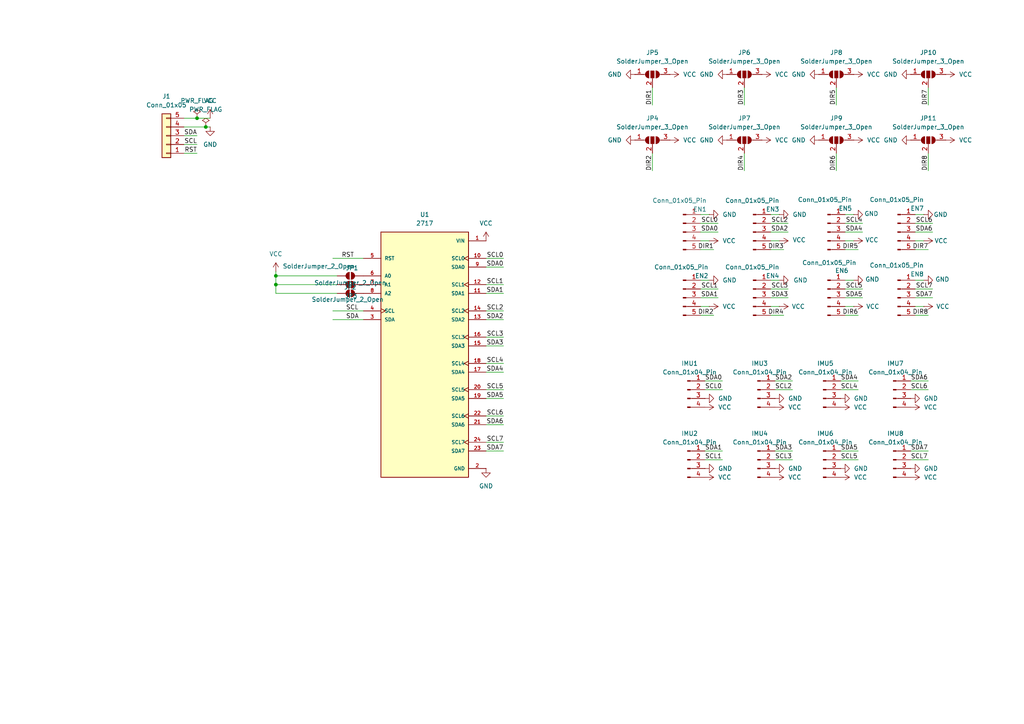
<source format=kicad_sch>
(kicad_sch
	(version 20231120)
	(generator "eeschema")
	(generator_version "8.0")
	(uuid "4469f43b-d1bc-4870-8bbc-a07db6e251f2")
	(paper "A4")
	(lib_symbols
		(symbol "Connector:Conn_01x04_Pin"
			(pin_names
				(offset 1.016) hide)
			(exclude_from_sim no)
			(in_bom yes)
			(on_board yes)
			(property "Reference" "J"
				(at 0 5.08 0)
				(effects
					(font
						(size 1.27 1.27)
					)
				)
			)
			(property "Value" "Conn_01x04_Pin"
				(at 0 -7.62 0)
				(effects
					(font
						(size 1.27 1.27)
					)
				)
			)
			(property "Footprint" ""
				(at 0 0 0)
				(effects
					(font
						(size 1.27 1.27)
					)
					(hide yes)
				)
			)
			(property "Datasheet" "~"
				(at 0 0 0)
				(effects
					(font
						(size 1.27 1.27)
					)
					(hide yes)
				)
			)
			(property "Description" "Generic connector, single row, 01x04, script generated"
				(at 0 0 0)
				(effects
					(font
						(size 1.27 1.27)
					)
					(hide yes)
				)
			)
			(property "ki_locked" ""
				(at 0 0 0)
				(effects
					(font
						(size 1.27 1.27)
					)
				)
			)
			(property "ki_keywords" "connector"
				(at 0 0 0)
				(effects
					(font
						(size 1.27 1.27)
					)
					(hide yes)
				)
			)
			(property "ki_fp_filters" "Connector*:*_1x??_*"
				(at 0 0 0)
				(effects
					(font
						(size 1.27 1.27)
					)
					(hide yes)
				)
			)
			(symbol "Conn_01x04_Pin_1_1"
				(polyline
					(pts
						(xy 1.27 -5.08) (xy 0.8636 -5.08)
					)
					(stroke
						(width 0.1524)
						(type default)
					)
					(fill
						(type none)
					)
				)
				(polyline
					(pts
						(xy 1.27 -2.54) (xy 0.8636 -2.54)
					)
					(stroke
						(width 0.1524)
						(type default)
					)
					(fill
						(type none)
					)
				)
				(polyline
					(pts
						(xy 1.27 0) (xy 0.8636 0)
					)
					(stroke
						(width 0.1524)
						(type default)
					)
					(fill
						(type none)
					)
				)
				(polyline
					(pts
						(xy 1.27 2.54) (xy 0.8636 2.54)
					)
					(stroke
						(width 0.1524)
						(type default)
					)
					(fill
						(type none)
					)
				)
				(rectangle
					(start 0.8636 -4.953)
					(end 0 -5.207)
					(stroke
						(width 0.1524)
						(type default)
					)
					(fill
						(type outline)
					)
				)
				(rectangle
					(start 0.8636 -2.413)
					(end 0 -2.667)
					(stroke
						(width 0.1524)
						(type default)
					)
					(fill
						(type outline)
					)
				)
				(rectangle
					(start 0.8636 0.127)
					(end 0 -0.127)
					(stroke
						(width 0.1524)
						(type default)
					)
					(fill
						(type outline)
					)
				)
				(rectangle
					(start 0.8636 2.667)
					(end 0 2.413)
					(stroke
						(width 0.1524)
						(type default)
					)
					(fill
						(type outline)
					)
				)
				(pin passive line
					(at 5.08 2.54 180)
					(length 3.81)
					(name "Pin_1"
						(effects
							(font
								(size 1.27 1.27)
							)
						)
					)
					(number "1"
						(effects
							(font
								(size 1.27 1.27)
							)
						)
					)
				)
				(pin passive line
					(at 5.08 0 180)
					(length 3.81)
					(name "Pin_2"
						(effects
							(font
								(size 1.27 1.27)
							)
						)
					)
					(number "2"
						(effects
							(font
								(size 1.27 1.27)
							)
						)
					)
				)
				(pin passive line
					(at 5.08 -2.54 180)
					(length 3.81)
					(name "Pin_3"
						(effects
							(font
								(size 1.27 1.27)
							)
						)
					)
					(number "3"
						(effects
							(font
								(size 1.27 1.27)
							)
						)
					)
				)
				(pin passive line
					(at 5.08 -5.08 180)
					(length 3.81)
					(name "Pin_4"
						(effects
							(font
								(size 1.27 1.27)
							)
						)
					)
					(number "4"
						(effects
							(font
								(size 1.27 1.27)
							)
						)
					)
				)
			)
		)
		(symbol "Connector:Conn_01x05_Pin"
			(pin_names
				(offset 1.016) hide)
			(exclude_from_sim no)
			(in_bom yes)
			(on_board yes)
			(property "Reference" "J"
				(at 0 7.62 0)
				(effects
					(font
						(size 1.27 1.27)
					)
				)
			)
			(property "Value" "Conn_01x05_Pin"
				(at 0 -7.62 0)
				(effects
					(font
						(size 1.27 1.27)
					)
				)
			)
			(property "Footprint" ""
				(at 0 0 0)
				(effects
					(font
						(size 1.27 1.27)
					)
					(hide yes)
				)
			)
			(property "Datasheet" "~"
				(at 0 0 0)
				(effects
					(font
						(size 1.27 1.27)
					)
					(hide yes)
				)
			)
			(property "Description" "Generic connector, single row, 01x05, script generated"
				(at 0 0 0)
				(effects
					(font
						(size 1.27 1.27)
					)
					(hide yes)
				)
			)
			(property "ki_locked" ""
				(at 0 0 0)
				(effects
					(font
						(size 1.27 1.27)
					)
				)
			)
			(property "ki_keywords" "connector"
				(at 0 0 0)
				(effects
					(font
						(size 1.27 1.27)
					)
					(hide yes)
				)
			)
			(property "ki_fp_filters" "Connector*:*_1x??_*"
				(at 0 0 0)
				(effects
					(font
						(size 1.27 1.27)
					)
					(hide yes)
				)
			)
			(symbol "Conn_01x05_Pin_1_1"
				(polyline
					(pts
						(xy 1.27 -5.08) (xy 0.8636 -5.08)
					)
					(stroke
						(width 0.1524)
						(type default)
					)
					(fill
						(type none)
					)
				)
				(polyline
					(pts
						(xy 1.27 -2.54) (xy 0.8636 -2.54)
					)
					(stroke
						(width 0.1524)
						(type default)
					)
					(fill
						(type none)
					)
				)
				(polyline
					(pts
						(xy 1.27 0) (xy 0.8636 0)
					)
					(stroke
						(width 0.1524)
						(type default)
					)
					(fill
						(type none)
					)
				)
				(polyline
					(pts
						(xy 1.27 2.54) (xy 0.8636 2.54)
					)
					(stroke
						(width 0.1524)
						(type default)
					)
					(fill
						(type none)
					)
				)
				(polyline
					(pts
						(xy 1.27 5.08) (xy 0.8636 5.08)
					)
					(stroke
						(width 0.1524)
						(type default)
					)
					(fill
						(type none)
					)
				)
				(rectangle
					(start 0.8636 -4.953)
					(end 0 -5.207)
					(stroke
						(width 0.1524)
						(type default)
					)
					(fill
						(type outline)
					)
				)
				(rectangle
					(start 0.8636 -2.413)
					(end 0 -2.667)
					(stroke
						(width 0.1524)
						(type default)
					)
					(fill
						(type outline)
					)
				)
				(rectangle
					(start 0.8636 0.127)
					(end 0 -0.127)
					(stroke
						(width 0.1524)
						(type default)
					)
					(fill
						(type outline)
					)
				)
				(rectangle
					(start 0.8636 2.667)
					(end 0 2.413)
					(stroke
						(width 0.1524)
						(type default)
					)
					(fill
						(type outline)
					)
				)
				(rectangle
					(start 0.8636 5.207)
					(end 0 4.953)
					(stroke
						(width 0.1524)
						(type default)
					)
					(fill
						(type outline)
					)
				)
				(pin passive line
					(at 5.08 5.08 180)
					(length 3.81)
					(name "Pin_1"
						(effects
							(font
								(size 1.27 1.27)
							)
						)
					)
					(number "1"
						(effects
							(font
								(size 1.27 1.27)
							)
						)
					)
				)
				(pin passive line
					(at 5.08 2.54 180)
					(length 3.81)
					(name "Pin_2"
						(effects
							(font
								(size 1.27 1.27)
							)
						)
					)
					(number "2"
						(effects
							(font
								(size 1.27 1.27)
							)
						)
					)
				)
				(pin passive line
					(at 5.08 0 180)
					(length 3.81)
					(name "Pin_3"
						(effects
							(font
								(size 1.27 1.27)
							)
						)
					)
					(number "3"
						(effects
							(font
								(size 1.27 1.27)
							)
						)
					)
				)
				(pin passive line
					(at 5.08 -2.54 180)
					(length 3.81)
					(name "Pin_4"
						(effects
							(font
								(size 1.27 1.27)
							)
						)
					)
					(number "4"
						(effects
							(font
								(size 1.27 1.27)
							)
						)
					)
				)
				(pin passive line
					(at 5.08 -5.08 180)
					(length 3.81)
					(name "Pin_5"
						(effects
							(font
								(size 1.27 1.27)
							)
						)
					)
					(number "5"
						(effects
							(font
								(size 1.27 1.27)
							)
						)
					)
				)
			)
		)
		(symbol "Connector_Generic:Conn_01x05"
			(pin_names
				(offset 1.016) hide)
			(exclude_from_sim no)
			(in_bom yes)
			(on_board yes)
			(property "Reference" "J"
				(at 0 7.62 0)
				(effects
					(font
						(size 1.27 1.27)
					)
				)
			)
			(property "Value" "Conn_01x05"
				(at 0 -7.62 0)
				(effects
					(font
						(size 1.27 1.27)
					)
				)
			)
			(property "Footprint" ""
				(at 0 0 0)
				(effects
					(font
						(size 1.27 1.27)
					)
					(hide yes)
				)
			)
			(property "Datasheet" "~"
				(at 0 0 0)
				(effects
					(font
						(size 1.27 1.27)
					)
					(hide yes)
				)
			)
			(property "Description" "Generic connector, single row, 01x05, script generated (kicad-library-utils/schlib/autogen/connector/)"
				(at 0 0 0)
				(effects
					(font
						(size 1.27 1.27)
					)
					(hide yes)
				)
			)
			(property "ki_keywords" "connector"
				(at 0 0 0)
				(effects
					(font
						(size 1.27 1.27)
					)
					(hide yes)
				)
			)
			(property "ki_fp_filters" "Connector*:*_1x??_*"
				(at 0 0 0)
				(effects
					(font
						(size 1.27 1.27)
					)
					(hide yes)
				)
			)
			(symbol "Conn_01x05_1_1"
				(rectangle
					(start -1.27 -4.953)
					(end 0 -5.207)
					(stroke
						(width 0.1524)
						(type default)
					)
					(fill
						(type none)
					)
				)
				(rectangle
					(start -1.27 -2.413)
					(end 0 -2.667)
					(stroke
						(width 0.1524)
						(type default)
					)
					(fill
						(type none)
					)
				)
				(rectangle
					(start -1.27 0.127)
					(end 0 -0.127)
					(stroke
						(width 0.1524)
						(type default)
					)
					(fill
						(type none)
					)
				)
				(rectangle
					(start -1.27 2.667)
					(end 0 2.413)
					(stroke
						(width 0.1524)
						(type default)
					)
					(fill
						(type none)
					)
				)
				(rectangle
					(start -1.27 5.207)
					(end 0 4.953)
					(stroke
						(width 0.1524)
						(type default)
					)
					(fill
						(type none)
					)
				)
				(rectangle
					(start -1.27 6.35)
					(end 1.27 -6.35)
					(stroke
						(width 0.254)
						(type default)
					)
					(fill
						(type background)
					)
				)
				(pin passive line
					(at -5.08 5.08 0)
					(length 3.81)
					(name "Pin_1"
						(effects
							(font
								(size 1.27 1.27)
							)
						)
					)
					(number "1"
						(effects
							(font
								(size 1.27 1.27)
							)
						)
					)
				)
				(pin passive line
					(at -5.08 2.54 0)
					(length 3.81)
					(name "Pin_2"
						(effects
							(font
								(size 1.27 1.27)
							)
						)
					)
					(number "2"
						(effects
							(font
								(size 1.27 1.27)
							)
						)
					)
				)
				(pin passive line
					(at -5.08 0 0)
					(length 3.81)
					(name "Pin_3"
						(effects
							(font
								(size 1.27 1.27)
							)
						)
					)
					(number "3"
						(effects
							(font
								(size 1.27 1.27)
							)
						)
					)
				)
				(pin passive line
					(at -5.08 -2.54 0)
					(length 3.81)
					(name "Pin_4"
						(effects
							(font
								(size 1.27 1.27)
							)
						)
					)
					(number "4"
						(effects
							(font
								(size 1.27 1.27)
							)
						)
					)
				)
				(pin passive line
					(at -5.08 -5.08 0)
					(length 3.81)
					(name "Pin_5"
						(effects
							(font
								(size 1.27 1.27)
							)
						)
					)
					(number "5"
						(effects
							(font
								(size 1.27 1.27)
							)
						)
					)
				)
			)
		)
		(symbol "Jumper:SolderJumper_2_Open"
			(pin_numbers hide)
			(pin_names
				(offset 0) hide)
			(exclude_from_sim yes)
			(in_bom no)
			(on_board yes)
			(property "Reference" "JP"
				(at 0 2.032 0)
				(effects
					(font
						(size 1.27 1.27)
					)
				)
			)
			(property "Value" "SolderJumper_2_Open"
				(at 0 -2.54 0)
				(effects
					(font
						(size 1.27 1.27)
					)
				)
			)
			(property "Footprint" ""
				(at 0 0 0)
				(effects
					(font
						(size 1.27 1.27)
					)
					(hide yes)
				)
			)
			(property "Datasheet" "~"
				(at 0 0 0)
				(effects
					(font
						(size 1.27 1.27)
					)
					(hide yes)
				)
			)
			(property "Description" "Solder Jumper, 2-pole, open"
				(at 0 0 0)
				(effects
					(font
						(size 1.27 1.27)
					)
					(hide yes)
				)
			)
			(property "ki_keywords" "solder jumper SPST"
				(at 0 0 0)
				(effects
					(font
						(size 1.27 1.27)
					)
					(hide yes)
				)
			)
			(property "ki_fp_filters" "SolderJumper*Open*"
				(at 0 0 0)
				(effects
					(font
						(size 1.27 1.27)
					)
					(hide yes)
				)
			)
			(symbol "SolderJumper_2_Open_0_1"
				(arc
					(start -0.254 1.016)
					(mid -1.2656 0)
					(end -0.254 -1.016)
					(stroke
						(width 0)
						(type default)
					)
					(fill
						(type none)
					)
				)
				(arc
					(start -0.254 1.016)
					(mid -1.2656 0)
					(end -0.254 -1.016)
					(stroke
						(width 0)
						(type default)
					)
					(fill
						(type outline)
					)
				)
				(polyline
					(pts
						(xy -0.254 1.016) (xy -0.254 -1.016)
					)
					(stroke
						(width 0)
						(type default)
					)
					(fill
						(type none)
					)
				)
				(polyline
					(pts
						(xy 0.254 1.016) (xy 0.254 -1.016)
					)
					(stroke
						(width 0)
						(type default)
					)
					(fill
						(type none)
					)
				)
				(arc
					(start 0.254 -1.016)
					(mid 1.2656 0)
					(end 0.254 1.016)
					(stroke
						(width 0)
						(type default)
					)
					(fill
						(type none)
					)
				)
				(arc
					(start 0.254 -1.016)
					(mid 1.2656 0)
					(end 0.254 1.016)
					(stroke
						(width 0)
						(type default)
					)
					(fill
						(type outline)
					)
				)
			)
			(symbol "SolderJumper_2_Open_1_1"
				(pin passive line
					(at -3.81 0 0)
					(length 2.54)
					(name "A"
						(effects
							(font
								(size 1.27 1.27)
							)
						)
					)
					(number "1"
						(effects
							(font
								(size 1.27 1.27)
							)
						)
					)
				)
				(pin passive line
					(at 3.81 0 180)
					(length 2.54)
					(name "B"
						(effects
							(font
								(size 1.27 1.27)
							)
						)
					)
					(number "2"
						(effects
							(font
								(size 1.27 1.27)
							)
						)
					)
				)
			)
		)
		(symbol "Jumper:SolderJumper_3_Open"
			(pin_names
				(offset 0) hide)
			(exclude_from_sim yes)
			(in_bom no)
			(on_board yes)
			(property "Reference" "JP"
				(at -2.54 -2.54 0)
				(effects
					(font
						(size 1.27 1.27)
					)
				)
			)
			(property "Value" "SolderJumper_3_Open"
				(at 0 2.794 0)
				(effects
					(font
						(size 1.27 1.27)
					)
				)
			)
			(property "Footprint" ""
				(at 0 0 0)
				(effects
					(font
						(size 1.27 1.27)
					)
					(hide yes)
				)
			)
			(property "Datasheet" "~"
				(at 0 0 0)
				(effects
					(font
						(size 1.27 1.27)
					)
					(hide yes)
				)
			)
			(property "Description" "Solder Jumper, 3-pole, open"
				(at 0 0 0)
				(effects
					(font
						(size 1.27 1.27)
					)
					(hide yes)
				)
			)
			(property "ki_keywords" "Solder Jumper SPDT"
				(at 0 0 0)
				(effects
					(font
						(size 1.27 1.27)
					)
					(hide yes)
				)
			)
			(property "ki_fp_filters" "SolderJumper*Open*"
				(at 0 0 0)
				(effects
					(font
						(size 1.27 1.27)
					)
					(hide yes)
				)
			)
			(symbol "SolderJumper_3_Open_0_1"
				(arc
					(start -1.016 1.016)
					(mid -2.0276 0)
					(end -1.016 -1.016)
					(stroke
						(width 0)
						(type default)
					)
					(fill
						(type none)
					)
				)
				(arc
					(start -1.016 1.016)
					(mid -2.0276 0)
					(end -1.016 -1.016)
					(stroke
						(width 0)
						(type default)
					)
					(fill
						(type outline)
					)
				)
				(rectangle
					(start -0.508 1.016)
					(end 0.508 -1.016)
					(stroke
						(width 0)
						(type default)
					)
					(fill
						(type outline)
					)
				)
				(polyline
					(pts
						(xy -2.54 0) (xy -2.032 0)
					)
					(stroke
						(width 0)
						(type default)
					)
					(fill
						(type none)
					)
				)
				(polyline
					(pts
						(xy -1.016 1.016) (xy -1.016 -1.016)
					)
					(stroke
						(width 0)
						(type default)
					)
					(fill
						(type none)
					)
				)
				(polyline
					(pts
						(xy 0 -1.27) (xy 0 -1.016)
					)
					(stroke
						(width 0)
						(type default)
					)
					(fill
						(type none)
					)
				)
				(polyline
					(pts
						(xy 1.016 1.016) (xy 1.016 -1.016)
					)
					(stroke
						(width 0)
						(type default)
					)
					(fill
						(type none)
					)
				)
				(polyline
					(pts
						(xy 2.54 0) (xy 2.032 0)
					)
					(stroke
						(width 0)
						(type default)
					)
					(fill
						(type none)
					)
				)
				(arc
					(start 1.016 -1.016)
					(mid 2.0276 0)
					(end 1.016 1.016)
					(stroke
						(width 0)
						(type default)
					)
					(fill
						(type none)
					)
				)
				(arc
					(start 1.016 -1.016)
					(mid 2.0276 0)
					(end 1.016 1.016)
					(stroke
						(width 0)
						(type default)
					)
					(fill
						(type outline)
					)
				)
			)
			(symbol "SolderJumper_3_Open_1_1"
				(pin passive line
					(at -5.08 0 0)
					(length 2.54)
					(name "A"
						(effects
							(font
								(size 1.27 1.27)
							)
						)
					)
					(number "1"
						(effects
							(font
								(size 1.27 1.27)
							)
						)
					)
				)
				(pin passive line
					(at 0 -3.81 90)
					(length 2.54)
					(name "C"
						(effects
							(font
								(size 1.27 1.27)
							)
						)
					)
					(number "2"
						(effects
							(font
								(size 1.27 1.27)
							)
						)
					)
				)
				(pin passive line
					(at 5.08 0 180)
					(length 2.54)
					(name "B"
						(effects
							(font
								(size 1.27 1.27)
							)
						)
					)
					(number "3"
						(effects
							(font
								(size 1.27 1.27)
							)
						)
					)
				)
			)
		)
		(symbol "TCA9548A I2C Multiplexer:2717"
			(pin_names
				(offset 1.016)
			)
			(exclude_from_sim no)
			(in_bom yes)
			(on_board yes)
			(property "Reference" "U"
				(at -12.7 36.322 0)
				(effects
					(font
						(size 1.27 1.27)
					)
					(justify left bottom)
				)
			)
			(property "Value" "2717"
				(at -12.7 -38.1 0)
				(effects
					(font
						(size 1.27 1.27)
					)
					(justify left bottom)
				)
			)
			(property "Footprint" "2717:MODULE_2717"
				(at 0 0 0)
				(effects
					(font
						(size 1.27 1.27)
					)
					(justify bottom)
					(hide yes)
				)
			)
			(property "Datasheet" ""
				(at 0 0 0)
				(effects
					(font
						(size 1.27 1.27)
					)
					(hide yes)
				)
			)
			(property "Description" ""
				(at 0 0 0)
				(effects
					(font
						(size 1.27 1.27)
					)
					(hide yes)
				)
			)
			(property "MF" "Adafruit"
				(at 0 0 0)
				(effects
					(font
						(size 1.27 1.27)
					)
					(justify bottom)
					(hide yes)
				)
			)
			(property "MAXIMUM_PACKAGE_HEIGHT" "2.7mm"
				(at 0 0 0)
				(effects
					(font
						(size 1.27 1.27)
					)
					(justify bottom)
					(hide yes)
				)
			)
			(property "Package" "None"
				(at 0 0 0)
				(effects
					(font
						(size 1.27 1.27)
					)
					(justify bottom)
					(hide yes)
				)
			)
			(property "Price" "None"
				(at 0 0 0)
				(effects
					(font
						(size 1.27 1.27)
					)
					(justify bottom)
					(hide yes)
				)
			)
			(property "Check_prices" "https://www.snapeda.com/parts/2717/Adafruit+Industries/view-part/?ref=eda"
				(at 0 0 0)
				(effects
					(font
						(size 1.27 1.27)
					)
					(justify bottom)
					(hide yes)
				)
			)
			(property "STANDARD" "Manufacturer Recommendations"
				(at 0 0 0)
				(effects
					(font
						(size 1.27 1.27)
					)
					(justify bottom)
					(hide yes)
				)
			)
			(property "PARTREV" "Sep 11, 2015"
				(at 0 0 0)
				(effects
					(font
						(size 1.27 1.27)
					)
					(justify bottom)
					(hide yes)
				)
			)
			(property "SnapEDA_Link" "https://www.snapeda.com/parts/2717/Adafruit+Industries/view-part/?ref=snap"
				(at 0 0 0)
				(effects
					(font
						(size 1.27 1.27)
					)
					(justify bottom)
					(hide yes)
				)
			)
			(property "MP" "2717"
				(at 0 0 0)
				(effects
					(font
						(size 1.27 1.27)
					)
					(justify bottom)
					(hide yes)
				)
			)
			(property "Description_1" "\n                        \n                            Module: multiplexer; I2C interface multiplexer; TCA9548A; 3÷5VDC\n                        \n"
				(at 0 0 0)
				(effects
					(font
						(size 1.27 1.27)
					)
					(justify bottom)
					(hide yes)
				)
			)
			(property "MANUFACTURER" "Adafruit"
				(at 0 0 0)
				(effects
					(font
						(size 1.27 1.27)
					)
					(justify bottom)
					(hide yes)
				)
			)
			(property "Availability" "In Stock"
				(at 0 0 0)
				(effects
					(font
						(size 1.27 1.27)
					)
					(justify bottom)
					(hide yes)
				)
			)
			(property "SNAPEDA_PN" "2717"
				(at 0 0 0)
				(effects
					(font
						(size 1.27 1.27)
					)
					(justify bottom)
					(hide yes)
				)
			)
			(symbol "2717_0_0"
				(rectangle
					(start -12.7 -35.56)
					(end 12.7 35.56)
					(stroke
						(width 0.254)
						(type default)
					)
					(fill
						(type background)
					)
				)
				(pin power_in line
					(at 17.78 33.02 180)
					(length 5.08)
					(name "VIN"
						(effects
							(font
								(size 1.016 1.016)
							)
						)
					)
					(number "1"
						(effects
							(font
								(size 1.016 1.016)
							)
						)
					)
				)
				(pin output clock
					(at 17.78 27.94 180)
					(length 5.08)
					(name "SCL0"
						(effects
							(font
								(size 1.016 1.016)
							)
						)
					)
					(number "10"
						(effects
							(font
								(size 1.016 1.016)
							)
						)
					)
				)
				(pin bidirectional line
					(at 17.78 17.78 180)
					(length 5.08)
					(name "SDA1"
						(effects
							(font
								(size 1.016 1.016)
							)
						)
					)
					(number "11"
						(effects
							(font
								(size 1.016 1.016)
							)
						)
					)
				)
				(pin output clock
					(at 17.78 20.32 180)
					(length 5.08)
					(name "SCL1"
						(effects
							(font
								(size 1.016 1.016)
							)
						)
					)
					(number "12"
						(effects
							(font
								(size 1.016 1.016)
							)
						)
					)
				)
				(pin bidirectional line
					(at 17.78 10.16 180)
					(length 5.08)
					(name "SDA2"
						(effects
							(font
								(size 1.016 1.016)
							)
						)
					)
					(number "13"
						(effects
							(font
								(size 1.016 1.016)
							)
						)
					)
				)
				(pin output clock
					(at 17.78 12.7 180)
					(length 5.08)
					(name "SCL2"
						(effects
							(font
								(size 1.016 1.016)
							)
						)
					)
					(number "14"
						(effects
							(font
								(size 1.016 1.016)
							)
						)
					)
				)
				(pin bidirectional line
					(at 17.78 2.54 180)
					(length 5.08)
					(name "SDA3"
						(effects
							(font
								(size 1.016 1.016)
							)
						)
					)
					(number "15"
						(effects
							(font
								(size 1.016 1.016)
							)
						)
					)
				)
				(pin output clock
					(at 17.78 5.08 180)
					(length 5.08)
					(name "SCL3"
						(effects
							(font
								(size 1.016 1.016)
							)
						)
					)
					(number "16"
						(effects
							(font
								(size 1.016 1.016)
							)
						)
					)
				)
				(pin bidirectional line
					(at 17.78 -5.08 180)
					(length 5.08)
					(name "SDA4"
						(effects
							(font
								(size 1.016 1.016)
							)
						)
					)
					(number "17"
						(effects
							(font
								(size 1.016 1.016)
							)
						)
					)
				)
				(pin output clock
					(at 17.78 -2.54 180)
					(length 5.08)
					(name "SCL4"
						(effects
							(font
								(size 1.016 1.016)
							)
						)
					)
					(number "18"
						(effects
							(font
								(size 1.016 1.016)
							)
						)
					)
				)
				(pin bidirectional line
					(at 17.78 -12.7 180)
					(length 5.08)
					(name "SDA5"
						(effects
							(font
								(size 1.016 1.016)
							)
						)
					)
					(number "19"
						(effects
							(font
								(size 1.016 1.016)
							)
						)
					)
				)
				(pin power_in line
					(at 17.78 -33.02 180)
					(length 5.08)
					(name "GND"
						(effects
							(font
								(size 1.016 1.016)
							)
						)
					)
					(number "2"
						(effects
							(font
								(size 1.016 1.016)
							)
						)
					)
				)
				(pin output clock
					(at 17.78 -10.16 180)
					(length 5.08)
					(name "SCL5"
						(effects
							(font
								(size 1.016 1.016)
							)
						)
					)
					(number "20"
						(effects
							(font
								(size 1.016 1.016)
							)
						)
					)
				)
				(pin bidirectional line
					(at 17.78 -20.32 180)
					(length 5.08)
					(name "SDA6"
						(effects
							(font
								(size 1.016 1.016)
							)
						)
					)
					(number "21"
						(effects
							(font
								(size 1.016 1.016)
							)
						)
					)
				)
				(pin output clock
					(at 17.78 -17.78 180)
					(length 5.08)
					(name "SCL6"
						(effects
							(font
								(size 1.016 1.016)
							)
						)
					)
					(number "22"
						(effects
							(font
								(size 1.016 1.016)
							)
						)
					)
				)
				(pin bidirectional line
					(at 17.78 -27.94 180)
					(length 5.08)
					(name "SDA7"
						(effects
							(font
								(size 1.016 1.016)
							)
						)
					)
					(number "23"
						(effects
							(font
								(size 1.016 1.016)
							)
						)
					)
				)
				(pin output clock
					(at 17.78 -25.4 180)
					(length 5.08)
					(name "SCL7"
						(effects
							(font
								(size 1.016 1.016)
							)
						)
					)
					(number "24"
						(effects
							(font
								(size 1.016 1.016)
							)
						)
					)
				)
				(pin bidirectional line
					(at -17.78 10.16 0)
					(length 5.08)
					(name "SDA"
						(effects
							(font
								(size 1.016 1.016)
							)
						)
					)
					(number "3"
						(effects
							(font
								(size 1.016 1.016)
							)
						)
					)
				)
				(pin input clock
					(at -17.78 12.7 0)
					(length 5.08)
					(name "SCL"
						(effects
							(font
								(size 1.016 1.016)
							)
						)
					)
					(number "4"
						(effects
							(font
								(size 1.016 1.016)
							)
						)
					)
				)
				(pin input line
					(at -17.78 27.94 0)
					(length 5.08)
					(name "RST"
						(effects
							(font
								(size 1.016 1.016)
							)
						)
					)
					(number "5"
						(effects
							(font
								(size 1.016 1.016)
							)
						)
					)
				)
				(pin input line
					(at -17.78 22.86 0)
					(length 5.08)
					(name "A0"
						(effects
							(font
								(size 1.016 1.016)
							)
						)
					)
					(number "6"
						(effects
							(font
								(size 1.016 1.016)
							)
						)
					)
				)
				(pin input line
					(at -17.78 20.32 0)
					(length 5.08)
					(name "A1"
						(effects
							(font
								(size 1.016 1.016)
							)
						)
					)
					(number "7"
						(effects
							(font
								(size 1.016 1.016)
							)
						)
					)
				)
				(pin input line
					(at -17.78 17.78 0)
					(length 5.08)
					(name "A2"
						(effects
							(font
								(size 1.016 1.016)
							)
						)
					)
					(number "8"
						(effects
							(font
								(size 1.016 1.016)
							)
						)
					)
				)
				(pin bidirectional line
					(at 17.78 25.4 180)
					(length 5.08)
					(name "SDA0"
						(effects
							(font
								(size 1.016 1.016)
							)
						)
					)
					(number "9"
						(effects
							(font
								(size 1.016 1.016)
							)
						)
					)
				)
			)
		)
		(symbol "power:GND"
			(power)
			(pin_numbers hide)
			(pin_names
				(offset 0) hide)
			(exclude_from_sim no)
			(in_bom yes)
			(on_board yes)
			(property "Reference" "#PWR"
				(at 0 -6.35 0)
				(effects
					(font
						(size 1.27 1.27)
					)
					(hide yes)
				)
			)
			(property "Value" "GND"
				(at 0 -3.81 0)
				(effects
					(font
						(size 1.27 1.27)
					)
				)
			)
			(property "Footprint" ""
				(at 0 0 0)
				(effects
					(font
						(size 1.27 1.27)
					)
					(hide yes)
				)
			)
			(property "Datasheet" ""
				(at 0 0 0)
				(effects
					(font
						(size 1.27 1.27)
					)
					(hide yes)
				)
			)
			(property "Description" "Power symbol creates a global label with name \"GND\" , ground"
				(at 0 0 0)
				(effects
					(font
						(size 1.27 1.27)
					)
					(hide yes)
				)
			)
			(property "ki_keywords" "global power"
				(at 0 0 0)
				(effects
					(font
						(size 1.27 1.27)
					)
					(hide yes)
				)
			)
			(symbol "GND_0_1"
				(polyline
					(pts
						(xy 0 0) (xy 0 -1.27) (xy 1.27 -1.27) (xy 0 -2.54) (xy -1.27 -1.27) (xy 0 -1.27)
					)
					(stroke
						(width 0)
						(type default)
					)
					(fill
						(type none)
					)
				)
			)
			(symbol "GND_1_1"
				(pin power_in line
					(at 0 0 270)
					(length 0)
					(name "~"
						(effects
							(font
								(size 1.27 1.27)
							)
						)
					)
					(number "1"
						(effects
							(font
								(size 1.27 1.27)
							)
						)
					)
				)
			)
		)
		(symbol "power:PWR_FLAG"
			(power)
			(pin_numbers hide)
			(pin_names
				(offset 0) hide)
			(exclude_from_sim no)
			(in_bom yes)
			(on_board yes)
			(property "Reference" "#FLG"
				(at 0 1.905 0)
				(effects
					(font
						(size 1.27 1.27)
					)
					(hide yes)
				)
			)
			(property "Value" "PWR_FLAG"
				(at 0 3.81 0)
				(effects
					(font
						(size 1.27 1.27)
					)
				)
			)
			(property "Footprint" ""
				(at 0 0 0)
				(effects
					(font
						(size 1.27 1.27)
					)
					(hide yes)
				)
			)
			(property "Datasheet" "~"
				(at 0 0 0)
				(effects
					(font
						(size 1.27 1.27)
					)
					(hide yes)
				)
			)
			(property "Description" "Special symbol for telling ERC where power comes from"
				(at 0 0 0)
				(effects
					(font
						(size 1.27 1.27)
					)
					(hide yes)
				)
			)
			(property "ki_keywords" "flag power"
				(at 0 0 0)
				(effects
					(font
						(size 1.27 1.27)
					)
					(hide yes)
				)
			)
			(symbol "PWR_FLAG_0_0"
				(pin power_out line
					(at 0 0 90)
					(length 0)
					(name "~"
						(effects
							(font
								(size 1.27 1.27)
							)
						)
					)
					(number "1"
						(effects
							(font
								(size 1.27 1.27)
							)
						)
					)
				)
			)
			(symbol "PWR_FLAG_0_1"
				(polyline
					(pts
						(xy 0 0) (xy 0 1.27) (xy -1.016 1.905) (xy 0 2.54) (xy 1.016 1.905) (xy 0 1.27)
					)
					(stroke
						(width 0)
						(type default)
					)
					(fill
						(type none)
					)
				)
			)
		)
		(symbol "power:VCC"
			(power)
			(pin_numbers hide)
			(pin_names
				(offset 0) hide)
			(exclude_from_sim no)
			(in_bom yes)
			(on_board yes)
			(property "Reference" "#PWR"
				(at 0 -3.81 0)
				(effects
					(font
						(size 1.27 1.27)
					)
					(hide yes)
				)
			)
			(property "Value" "VCC"
				(at 0 3.556 0)
				(effects
					(font
						(size 1.27 1.27)
					)
				)
			)
			(property "Footprint" ""
				(at 0 0 0)
				(effects
					(font
						(size 1.27 1.27)
					)
					(hide yes)
				)
			)
			(property "Datasheet" ""
				(at 0 0 0)
				(effects
					(font
						(size 1.27 1.27)
					)
					(hide yes)
				)
			)
			(property "Description" "Power symbol creates a global label with name \"VCC\""
				(at 0 0 0)
				(effects
					(font
						(size 1.27 1.27)
					)
					(hide yes)
				)
			)
			(property "ki_keywords" "global power"
				(at 0 0 0)
				(effects
					(font
						(size 1.27 1.27)
					)
					(hide yes)
				)
			)
			(symbol "VCC_0_1"
				(polyline
					(pts
						(xy -0.762 1.27) (xy 0 2.54)
					)
					(stroke
						(width 0)
						(type default)
					)
					(fill
						(type none)
					)
				)
				(polyline
					(pts
						(xy 0 0) (xy 0 2.54)
					)
					(stroke
						(width 0)
						(type default)
					)
					(fill
						(type none)
					)
				)
				(polyline
					(pts
						(xy 0 2.54) (xy 0.762 1.27)
					)
					(stroke
						(width 0)
						(type default)
					)
					(fill
						(type none)
					)
				)
			)
			(symbol "VCC_1_1"
				(pin power_in line
					(at 0 0 90)
					(length 0)
					(name "~"
						(effects
							(font
								(size 1.27 1.27)
							)
						)
					)
					(number "1"
						(effects
							(font
								(size 1.27 1.27)
							)
						)
					)
				)
			)
		)
	)
	(junction
		(at 57.15 34.29)
		(diameter 0)
		(color 0 0 0 0)
		(uuid "90d673e7-af96-4b89-ab3b-739334d02a84")
	)
	(junction
		(at 59.69 36.83)
		(diameter 0)
		(color 0 0 0 0)
		(uuid "9be43df1-2286-41b7-a8bb-fd87d538da98")
	)
	(junction
		(at 80.01 82.55)
		(diameter 0)
		(color 0 0 0 0)
		(uuid "b590f8eb-1738-4192-a7d4-29e889cb3ae9")
	)
	(junction
		(at 80.01 80.01)
		(diameter 0)
		(color 0 0 0 0)
		(uuid "f7aeb181-e80a-42e2-96e9-ce160bcfed74")
	)
	(wire
		(pts
			(xy 242.57 49.53) (xy 242.57 44.45)
		)
		(stroke
			(width 0)
			(type default)
		)
		(uuid "09a00fa7-2652-4363-bef6-0662ad130beb")
	)
	(wire
		(pts
			(xy 228.6 83.82) (xy 223.52 83.82)
		)
		(stroke
			(width 0)
			(type default)
		)
		(uuid "0fcb03a4-0d06-4c53-a0e5-a996fc0c8070")
	)
	(wire
		(pts
			(xy 270.51 83.82) (xy 265.43 83.82)
		)
		(stroke
			(width 0)
			(type default)
		)
		(uuid "10532176-eb54-4ebc-977a-81020112e1da")
	)
	(wire
		(pts
			(xy 243.84 113.03) (xy 248.92 113.03)
		)
		(stroke
			(width 0)
			(type default)
		)
		(uuid "149aab2e-cbcb-49ff-a80d-6a70ed4aa276")
	)
	(wire
		(pts
			(xy 267.97 62.23) (xy 265.43 62.23)
		)
		(stroke
			(width 0)
			(type default)
		)
		(uuid "15afd3bf-2818-45ea-859e-bc2d0d7130fa")
	)
	(wire
		(pts
			(xy 189.23 49.53) (xy 189.23 44.45)
		)
		(stroke
			(width 0)
			(type default)
		)
		(uuid "177fde8e-8abb-4d0a-b60d-bc4dc0158f63")
	)
	(wire
		(pts
			(xy 224.79 133.35) (xy 229.87 133.35)
		)
		(stroke
			(width 0)
			(type default)
		)
		(uuid "1789b1e2-eeb5-48de-8878-377803ef418f")
	)
	(wire
		(pts
			(xy 224.79 113.03) (xy 229.87 113.03)
		)
		(stroke
			(width 0)
			(type default)
		)
		(uuid "187d8d00-533e-43e7-82e1-92929979be89")
	)
	(wire
		(pts
			(xy 270.51 67.31) (xy 265.43 67.31)
		)
		(stroke
			(width 0)
			(type default)
		)
		(uuid "18ce3e08-657a-4511-bbf7-6669e272ff36")
	)
	(wire
		(pts
			(xy 80.01 80.01) (xy 80.01 78.74)
		)
		(stroke
			(width 0)
			(type default)
		)
		(uuid "1a61cf55-6654-4895-994c-54a5e745378d")
	)
	(wire
		(pts
			(xy 57.15 41.91) (xy 53.34 41.91)
		)
		(stroke
			(width 0)
			(type default)
		)
		(uuid "1c9895f7-9dca-460f-9c26-f3933bac54d2")
	)
	(wire
		(pts
			(xy 228.6 67.31) (xy 223.52 67.31)
		)
		(stroke
			(width 0)
			(type default)
		)
		(uuid "1e9fa55e-d4ce-492d-9baf-9de2c45b9f1a")
	)
	(wire
		(pts
			(xy 250.19 64.77) (xy 245.11 64.77)
		)
		(stroke
			(width 0)
			(type default)
		)
		(uuid "1f7ec2a4-11b9-4af0-a4c8-20ba38787bef")
	)
	(wire
		(pts
			(xy 227.33 72.39) (xy 223.52 72.39)
		)
		(stroke
			(width 0)
			(type default)
		)
		(uuid "22732262-1a17-493b-8a9e-5ae7cf7f7a48")
	)
	(wire
		(pts
			(xy 146.05 85.09) (xy 140.97 85.09)
		)
		(stroke
			(width 0)
			(type default)
		)
		(uuid "2426b185-82db-4d72-b08d-451233f9814f")
	)
	(wire
		(pts
			(xy 146.05 90.17) (xy 140.97 90.17)
		)
		(stroke
			(width 0)
			(type default)
		)
		(uuid "25021c74-2247-4d04-9719-ac4aba0620c0")
	)
	(wire
		(pts
			(xy 248.92 91.44) (xy 245.11 91.44)
		)
		(stroke
			(width 0)
			(type default)
		)
		(uuid "25c4a094-f0bc-45ed-bbb1-ed01ade0ee78")
	)
	(wire
		(pts
			(xy 207.01 72.39) (xy 203.2 72.39)
		)
		(stroke
			(width 0)
			(type default)
		)
		(uuid "29d71f1e-6745-4e04-9625-4c252c9bbe1d")
	)
	(wire
		(pts
			(xy 146.05 105.41) (xy 140.97 105.41)
		)
		(stroke
			(width 0)
			(type default)
		)
		(uuid "2a55295c-b1fd-4aea-9e52-5bd402f4d1b4")
	)
	(wire
		(pts
			(xy 60.96 36.83) (xy 59.69 36.83)
		)
		(stroke
			(width 0)
			(type default)
		)
		(uuid "2a696d5b-8150-45e5-b536-d6d2ef15ea1a")
	)
	(wire
		(pts
			(xy 146.05 77.47) (xy 140.97 77.47)
		)
		(stroke
			(width 0)
			(type default)
		)
		(uuid "2b97fc85-a6cb-4977-b2a8-267599a386b9")
	)
	(wire
		(pts
			(xy 53.34 44.45) (xy 57.15 44.45)
		)
		(stroke
			(width 0)
			(type default)
		)
		(uuid "3209e017-5e04-46cd-9005-fc3bbaf93da1")
	)
	(wire
		(pts
			(xy 208.28 67.31) (xy 203.2 67.31)
		)
		(stroke
			(width 0)
			(type default)
		)
		(uuid "330b5dbb-c3fe-4ebc-80e0-35da0ae074f6")
	)
	(wire
		(pts
			(xy 264.16 130.81) (xy 269.24 130.81)
		)
		(stroke
			(width 0)
			(type default)
		)
		(uuid "386d8dcc-9fd1-4470-83ed-fb1a52acea83")
	)
	(wire
		(pts
			(xy 242.57 30.48) (xy 242.57 25.4)
		)
		(stroke
			(width 0)
			(type default)
		)
		(uuid "3b86a659-6009-4ce3-85c7-9d2d2a43a692")
	)
	(wire
		(pts
			(xy 250.19 86.36) (xy 245.11 86.36)
		)
		(stroke
			(width 0)
			(type default)
		)
		(uuid "3b920a86-ae5c-4f0b-bbc2-cfe810241102")
	)
	(wire
		(pts
			(xy 226.06 81.28) (xy 223.52 81.28)
		)
		(stroke
			(width 0)
			(type default)
		)
		(uuid "3e116d1b-96fe-46fb-8249-69eeb2ef0d6e")
	)
	(wire
		(pts
			(xy 146.05 82.55) (xy 140.97 82.55)
		)
		(stroke
			(width 0)
			(type default)
		)
		(uuid "3f453e13-dc1a-4e75-879f-e47f9961a2d1")
	)
	(wire
		(pts
			(xy 243.84 110.49) (xy 248.92 110.49)
		)
		(stroke
			(width 0)
			(type default)
		)
		(uuid "40068f10-6731-4327-b5ab-24c98d2ccf01")
	)
	(wire
		(pts
			(xy 270.51 64.77) (xy 265.43 64.77)
		)
		(stroke
			(width 0)
			(type default)
		)
		(uuid "419eb186-6f48-4c96-a3a3-d5b32eba1d5a")
	)
	(wire
		(pts
			(xy 269.24 72.39) (xy 265.43 72.39)
		)
		(stroke
			(width 0)
			(type default)
		)
		(uuid "42a55a48-d72a-4c98-a67c-9d00df57aa8b")
	)
	(wire
		(pts
			(xy 228.6 86.36) (xy 223.52 86.36)
		)
		(stroke
			(width 0)
			(type default)
		)
		(uuid "448f83b5-2c5e-4d14-8e0c-70a11f4abd9d")
	)
	(wire
		(pts
			(xy 97.79 82.55) (xy 80.01 82.55)
		)
		(stroke
			(width 0)
			(type default)
		)
		(uuid "458b462d-8995-4a6f-a268-0011b8ac0ad7")
	)
	(wire
		(pts
			(xy 146.05 74.93) (xy 140.97 74.93)
		)
		(stroke
			(width 0)
			(type default)
		)
		(uuid "47b9c106-d87b-473f-b584-65d443db905e")
	)
	(wire
		(pts
			(xy 204.47 110.49) (xy 209.55 110.49)
		)
		(stroke
			(width 0)
			(type default)
		)
		(uuid "48aca0f0-4b17-4dfc-b4f9-f0be5d32176d")
	)
	(wire
		(pts
			(xy 270.51 86.36) (xy 265.43 86.36)
		)
		(stroke
			(width 0)
			(type default)
		)
		(uuid "4c9414fa-e6de-4bbe-9567-6467de6dcd3b")
	)
	(wire
		(pts
			(xy 226.06 88.9) (xy 223.52 88.9)
		)
		(stroke
			(width 0)
			(type default)
		)
		(uuid "4e50448a-ecab-4888-ae94-6c5e361d0978")
	)
	(wire
		(pts
			(xy 247.65 62.23) (xy 245.11 62.23)
		)
		(stroke
			(width 0)
			(type default)
		)
		(uuid "51297875-8482-488c-975b-b90e4df673e6")
	)
	(wire
		(pts
			(xy 205.74 62.23) (xy 203.2 62.23)
		)
		(stroke
			(width 0)
			(type default)
		)
		(uuid "5445cb17-c601-498a-b829-cf6e85fe0ffb")
	)
	(wire
		(pts
			(xy 224.79 130.81) (xy 229.87 130.81)
		)
		(stroke
			(width 0)
			(type default)
		)
		(uuid "56a0e786-297c-4838-a7b3-2fae8acef335")
	)
	(wire
		(pts
			(xy 208.28 83.82) (xy 203.2 83.82)
		)
		(stroke
			(width 0)
			(type default)
		)
		(uuid "571f839d-078c-4f41-8cbd-7ef1b953b7ad")
	)
	(wire
		(pts
			(xy 146.05 128.27) (xy 140.97 128.27)
		)
		(stroke
			(width 0)
			(type default)
		)
		(uuid "5d10cb60-0aa2-41c2-b044-453b4eb7e4fc")
	)
	(wire
		(pts
			(xy 57.15 39.37) (xy 53.34 39.37)
		)
		(stroke
			(width 0)
			(type default)
		)
		(uuid "5d446b23-d008-4ac3-9f3c-23446a3d3383")
	)
	(wire
		(pts
			(xy 80.01 82.55) (xy 80.01 80.01)
		)
		(stroke
			(width 0)
			(type default)
		)
		(uuid "60c76c67-8510-426e-ac84-5ada66dc5f47")
	)
	(wire
		(pts
			(xy 146.05 113.03) (xy 140.97 113.03)
		)
		(stroke
			(width 0)
			(type default)
		)
		(uuid "617a8d2c-aef2-458a-aae6-ec6f3b315c3a")
	)
	(wire
		(pts
			(xy 243.84 133.35) (xy 248.92 133.35)
		)
		(stroke
			(width 0)
			(type default)
		)
		(uuid "6dc25b12-4201-4fce-9290-a2012ed2f831")
	)
	(wire
		(pts
			(xy 146.05 115.57) (xy 140.97 115.57)
		)
		(stroke
			(width 0)
			(type default)
		)
		(uuid "6e3324ab-f505-4085-887a-4326e12c09df")
	)
	(wire
		(pts
			(xy 269.24 30.48) (xy 269.24 25.4)
		)
		(stroke
			(width 0)
			(type default)
		)
		(uuid "6f0c943c-92fa-4398-938a-771a4fc87704")
	)
	(wire
		(pts
			(xy 208.28 64.77) (xy 203.2 64.77)
		)
		(stroke
			(width 0)
			(type default)
		)
		(uuid "6f40b036-6d9e-46bf-ae59-b08bdbfef6e7")
	)
	(wire
		(pts
			(xy 146.05 97.79) (xy 140.97 97.79)
		)
		(stroke
			(width 0)
			(type default)
		)
		(uuid "70b1e1f5-ccba-4844-947f-05a83e1addd9")
	)
	(wire
		(pts
			(xy 53.34 36.83) (xy 59.69 36.83)
		)
		(stroke
			(width 0)
			(type default)
		)
		(uuid "7396191c-8e36-4bee-936f-5a996d8969f0")
	)
	(wire
		(pts
			(xy 146.05 107.95) (xy 140.97 107.95)
		)
		(stroke
			(width 0)
			(type default)
		)
		(uuid "73c9e975-6ebf-466b-950b-1ee78eefbdef")
	)
	(wire
		(pts
			(xy 204.47 133.35) (xy 209.55 133.35)
		)
		(stroke
			(width 0)
			(type default)
		)
		(uuid "74275866-bf78-4c96-a1e6-78a69d19e9b6")
	)
	(wire
		(pts
			(xy 146.05 120.65) (xy 140.97 120.65)
		)
		(stroke
			(width 0)
			(type default)
		)
		(uuid "74c80e71-e7c5-4884-ab99-6e74d4542a40")
	)
	(wire
		(pts
			(xy 248.92 72.39) (xy 245.11 72.39)
		)
		(stroke
			(width 0)
			(type default)
		)
		(uuid "7ace67b9-1fa9-4717-8b7f-d118af245bbf")
	)
	(wire
		(pts
			(xy 267.97 88.9) (xy 265.43 88.9)
		)
		(stroke
			(width 0)
			(type default)
		)
		(uuid "7c669e4d-af39-45d9-ac3e-d1887ba6a35a")
	)
	(wire
		(pts
			(xy 224.79 110.49) (xy 229.87 110.49)
		)
		(stroke
			(width 0)
			(type default)
		)
		(uuid "7cad0685-4373-4c0b-8d2c-7624ae445642")
	)
	(wire
		(pts
			(xy 80.01 85.09) (xy 97.79 85.09)
		)
		(stroke
			(width 0)
			(type default)
		)
		(uuid "831c899a-1529-46e5-92cf-afb5df36a8ea")
	)
	(wire
		(pts
			(xy 207.01 91.44) (xy 203.2 91.44)
		)
		(stroke
			(width 0)
			(type default)
		)
		(uuid "84f5bd80-eb2c-4f4c-a563-620c762dd61c")
	)
	(wire
		(pts
			(xy 267.97 69.85) (xy 265.43 69.85)
		)
		(stroke
			(width 0)
			(type default)
		)
		(uuid "85259938-0434-4a53-b0e7-e20f96773b4b")
	)
	(wire
		(pts
			(xy 226.06 62.23) (xy 223.52 62.23)
		)
		(stroke
			(width 0)
			(type default)
		)
		(uuid "870f0912-f7d5-4ffa-bf9d-78c24888eed3")
	)
	(wire
		(pts
			(xy 80.01 82.55) (xy 80.01 85.09)
		)
		(stroke
			(width 0)
			(type default)
		)
		(uuid "887aea5e-e29e-4c45-8040-3b600c80f912")
	)
	(wire
		(pts
			(xy 269.24 49.53) (xy 269.24 44.45)
		)
		(stroke
			(width 0)
			(type default)
		)
		(uuid "908932f5-fe5b-4618-872f-5ba84a00b16e")
	)
	(wire
		(pts
			(xy 247.65 88.9) (xy 245.11 88.9)
		)
		(stroke
			(width 0)
			(type default)
		)
		(uuid "90a70dec-48bb-4a61-b0b8-2159ec506087")
	)
	(wire
		(pts
			(xy 226.06 69.85) (xy 223.52 69.85)
		)
		(stroke
			(width 0)
			(type default)
		)
		(uuid "957a23f9-4553-46a1-b16c-6a25dbd45a1f")
	)
	(wire
		(pts
			(xy 205.74 69.85) (xy 203.2 69.85)
		)
		(stroke
			(width 0)
			(type default)
		)
		(uuid "a2aefb3c-41b8-4cde-b755-c011d05bfbaa")
	)
	(wire
		(pts
			(xy 250.19 83.82) (xy 245.11 83.82)
		)
		(stroke
			(width 0)
			(type default)
		)
		(uuid "a76e885d-5aed-4af9-8115-2b64c4ff925b")
	)
	(wire
		(pts
			(xy 189.23 30.48) (xy 189.23 25.4)
		)
		(stroke
			(width 0)
			(type default)
		)
		(uuid "a89281d2-e649-457c-be80-7309892e3c73")
	)
	(wire
		(pts
			(xy 146.05 100.33) (xy 140.97 100.33)
		)
		(stroke
			(width 0)
			(type default)
		)
		(uuid "a9ab1de6-3f6a-42b4-971b-f16d260ded44")
	)
	(wire
		(pts
			(xy 247.65 69.85) (xy 245.11 69.85)
		)
		(stroke
			(width 0)
			(type default)
		)
		(uuid "adc4cdab-ac3a-4728-9340-b76acd5981a3")
	)
	(wire
		(pts
			(xy 204.47 113.03) (xy 209.55 113.03)
		)
		(stroke
			(width 0)
			(type default)
		)
		(uuid "b78d9e80-465b-4df0-a0da-6f7f529fc480")
	)
	(wire
		(pts
			(xy 146.05 123.19) (xy 140.97 123.19)
		)
		(stroke
			(width 0)
			(type default)
		)
		(uuid "bddfb971-accc-4c37-a9fa-3d0ab84e33f3")
	)
	(wire
		(pts
			(xy 96.52 92.71) (xy 105.41 92.71)
		)
		(stroke
			(width 0)
			(type default)
		)
		(uuid "c21f1066-3349-427f-829e-b3dfbb80770a")
	)
	(wire
		(pts
			(xy 264.16 133.35) (xy 269.24 133.35)
		)
		(stroke
			(width 0)
			(type default)
		)
		(uuid "c33bf9d1-5afa-42af-bbb4-975b31ca6ac4")
	)
	(wire
		(pts
			(xy 247.65 81.28) (xy 245.11 81.28)
		)
		(stroke
			(width 0)
			(type default)
		)
		(uuid "c352c022-f7bf-4bd1-b866-c424edd38eeb")
	)
	(wire
		(pts
			(xy 269.24 91.44) (xy 265.43 91.44)
		)
		(stroke
			(width 0)
			(type default)
		)
		(uuid "c72a7737-88d7-41d9-ae75-cdc9d510bd9b")
	)
	(wire
		(pts
			(xy 264.16 110.49) (xy 269.24 110.49)
		)
		(stroke
			(width 0)
			(type default)
		)
		(uuid "cecabec2-07db-4b2e-b6e1-4d73c6484ab4")
	)
	(wire
		(pts
			(xy 205.74 81.28) (xy 203.2 81.28)
		)
		(stroke
			(width 0)
			(type default)
		)
		(uuid "d159ded6-2e4f-4d7a-b306-129333bf9b05")
	)
	(wire
		(pts
			(xy 215.9 30.48) (xy 215.9 25.4)
		)
		(stroke
			(width 0)
			(type default)
		)
		(uuid "d20be5f2-54e2-4ecc-bc83-b6ea4ae0d511")
	)
	(wire
		(pts
			(xy 146.05 130.81) (xy 140.97 130.81)
		)
		(stroke
			(width 0)
			(type default)
		)
		(uuid "d3aaca16-0789-47c7-b676-38e743cf8faf")
	)
	(wire
		(pts
			(xy 243.84 130.81) (xy 248.92 130.81)
		)
		(stroke
			(width 0)
			(type default)
		)
		(uuid "d643ea46-7e92-44fc-b7a7-988940d3137e")
	)
	(wire
		(pts
			(xy 204.47 130.81) (xy 209.55 130.81)
		)
		(stroke
			(width 0)
			(type default)
		)
		(uuid "d6506acd-6ece-4b5b-8372-a8d33189aeb9")
	)
	(wire
		(pts
			(xy 267.97 81.28) (xy 265.43 81.28)
		)
		(stroke
			(width 0)
			(type default)
		)
		(uuid "d7cc372c-51c7-4e8e-8a42-9585998e4129")
	)
	(wire
		(pts
			(xy 96.52 90.17) (xy 105.41 90.17)
		)
		(stroke
			(width 0)
			(type default)
		)
		(uuid "df77c7a9-c670-42ec-a1a3-49fc6d042180")
	)
	(wire
		(pts
			(xy 227.33 91.44) (xy 223.52 91.44)
		)
		(stroke
			(width 0)
			(type default)
		)
		(uuid "e0bfcf4c-ef53-4934-874c-d92326a562ab")
	)
	(wire
		(pts
			(xy 80.01 80.01) (xy 97.79 80.01)
		)
		(stroke
			(width 0)
			(type default)
		)
		(uuid "e4b574e7-0d3d-49d5-a636-5d1ad6420751")
	)
	(wire
		(pts
			(xy 215.9 49.53) (xy 215.9 44.45)
		)
		(stroke
			(width 0)
			(type default)
		)
		(uuid "e7a46509-f852-4034-a094-2fd6f8fcf2b9")
	)
	(wire
		(pts
			(xy 205.74 88.9) (xy 203.2 88.9)
		)
		(stroke
			(width 0)
			(type default)
		)
		(uuid "eb5ac5ee-c189-44bd-8bb5-557f60712cb3")
	)
	(wire
		(pts
			(xy 57.15 34.29) (xy 53.34 34.29)
		)
		(stroke
			(width 0)
			(type default)
		)
		(uuid "eb8d5a23-f7aa-4848-9403-13263a4fc98b")
	)
	(wire
		(pts
			(xy 228.6 64.77) (xy 223.52 64.77)
		)
		(stroke
			(width 0)
			(type default)
		)
		(uuid "f006c57a-1bf3-4e11-82a0-515f1e379e1d")
	)
	(wire
		(pts
			(xy 264.16 113.03) (xy 269.24 113.03)
		)
		(stroke
			(width 0)
			(type default)
		)
		(uuid "f256b221-c7a8-4bba-950c-b67c4cbe7948")
	)
	(wire
		(pts
			(xy 146.05 92.71) (xy 140.97 92.71)
		)
		(stroke
			(width 0)
			(type default)
		)
		(uuid "f4118498-88e7-48ba-bce4-42e775734e23")
	)
	(wire
		(pts
			(xy 96.52 74.93) (xy 105.41 74.93)
		)
		(stroke
			(width 0)
			(type default)
		)
		(uuid "f73bc1d5-1219-49a5-933a-a8e2082b2d15")
	)
	(wire
		(pts
			(xy 60.96 34.29) (xy 57.15 34.29)
		)
		(stroke
			(width 0)
			(type default)
		)
		(uuid "f83b0805-1c0e-4228-a446-a25e0026808b")
	)
	(wire
		(pts
			(xy 250.19 67.31) (xy 245.11 67.31)
		)
		(stroke
			(width 0)
			(type default)
		)
		(uuid "fc651672-5e3f-499f-8f4a-d81f3cc3b2be")
	)
	(wire
		(pts
			(xy 208.28 86.36) (xy 203.2 86.36)
		)
		(stroke
			(width 0)
			(type default)
		)
		(uuid "fcbcb38c-754a-4666-a515-4d93391fa2d1")
	)
	(label "SDA0"
		(at 208.28 67.31 180)
		(fields_autoplaced yes)
		(effects
			(font
				(size 1.27 1.27)
			)
			(justify right bottom)
		)
		(uuid "0074cbcb-ea6a-41be-b72b-6f156df80cf0")
	)
	(label "SCL6"
		(at 270.51 64.77 180)
		(fields_autoplaced yes)
		(effects
			(font
				(size 1.27 1.27)
			)
			(justify right bottom)
		)
		(uuid "00ff551f-fbeb-47f1-853f-f83860feae90")
	)
	(label "DIR5"
		(at 242.57 30.48 90)
		(fields_autoplaced yes)
		(effects
			(font
				(size 1.27 1.27)
			)
			(justify left bottom)
		)
		(uuid "07a3ac58-1b0a-4941-a016-4e1ad4624e23")
	)
	(label "SCL5"
		(at 146.05 113.03 180)
		(fields_autoplaced yes)
		(effects
			(font
				(size 1.27 1.27)
			)
			(justify right bottom)
		)
		(uuid "10f63212-f80b-45f7-b410-c6c0365f3caf")
	)
	(label "DIR5"
		(at 248.92 72.39 180)
		(fields_autoplaced yes)
		(effects
			(font
				(size 1.27 1.27)
			)
			(justify right bottom)
		)
		(uuid "115eddf2-5e7e-4427-9c2e-4f067f9108f9")
	)
	(label "SDA5"
		(at 250.19 86.36 180)
		(fields_autoplaced yes)
		(effects
			(font
				(size 1.27 1.27)
			)
			(justify right bottom)
		)
		(uuid "16d9f54c-9307-4a1f-a1f4-5d8948d2b144")
	)
	(label "DIR2"
		(at 189.23 49.53 90)
		(fields_autoplaced yes)
		(effects
			(font
				(size 1.27 1.27)
			)
			(justify left bottom)
		)
		(uuid "1cd1946c-b3c9-4104-8213-c3c6ce9d53f7")
	)
	(label "SDA6"
		(at 146.05 123.19 180)
		(fields_autoplaced yes)
		(effects
			(font
				(size 1.27 1.27)
			)
			(justify right bottom)
		)
		(uuid "22c0f292-f1c1-48b4-912f-41763d10c780")
	)
	(label "SCL2"
		(at 146.05 90.17 180)
		(fields_autoplaced yes)
		(effects
			(font
				(size 1.27 1.27)
			)
			(justify right bottom)
		)
		(uuid "27d47be7-defa-4ab7-9ec1-e3af49636c3a")
	)
	(label "SDA7"
		(at 264.16 130.81 0)
		(fields_autoplaced yes)
		(effects
			(font
				(size 1.27 1.27)
			)
			(justify left bottom)
		)
		(uuid "27f6380b-a975-428e-b904-64e3bd5cc51b")
	)
	(label "SDA6"
		(at 264.16 110.49 0)
		(fields_autoplaced yes)
		(effects
			(font
				(size 1.27 1.27)
			)
			(justify left bottom)
		)
		(uuid "2a6b33c6-324a-45a5-b9b7-5a31f0c481f4")
	)
	(label "SCL4"
		(at 250.19 64.77 180)
		(fields_autoplaced yes)
		(effects
			(font
				(size 1.27 1.27)
			)
			(justify right bottom)
		)
		(uuid "3352a4ea-348c-4506-86dd-2ca33ee35993")
	)
	(label "DIR3"
		(at 227.33 72.39 180)
		(fields_autoplaced yes)
		(effects
			(font
				(size 1.27 1.27)
			)
			(justify right bottom)
		)
		(uuid "3403ba0d-5c18-4f16-9de0-a32b58a8532f")
	)
	(label "SDA3"
		(at 228.6 86.36 180)
		(fields_autoplaced yes)
		(effects
			(font
				(size 1.27 1.27)
			)
			(justify right bottom)
		)
		(uuid "35e67cbb-7b04-442b-8e1d-9380948d1383")
	)
	(label "SDA3"
		(at 146.05 100.33 180)
		(fields_autoplaced yes)
		(effects
			(font
				(size 1.27 1.27)
			)
			(justify right bottom)
		)
		(uuid "3a520eb4-a0cd-4a64-9631-978c59d144b6")
	)
	(label "SCL3"
		(at 146.05 97.79 180)
		(fields_autoplaced yes)
		(effects
			(font
				(size 1.27 1.27)
			)
			(justify right bottom)
		)
		(uuid "3adf4bac-389f-46f9-a0d7-26555d81b9eb")
	)
	(label "SCL6"
		(at 264.16 113.03 0)
		(fields_autoplaced yes)
		(effects
			(font
				(size 1.27 1.27)
			)
			(justify left bottom)
		)
		(uuid "3d493a4b-0630-48ba-a4da-32f44558c059")
	)
	(label "SDA"
		(at 100.33 92.71 0)
		(fields_autoplaced yes)
		(effects
			(font
				(size 1.27 1.27)
			)
			(justify left bottom)
		)
		(uuid "4904068f-fd7d-49fd-b8aa-0e19e1b52f4d")
	)
	(label "SDA3"
		(at 224.79 130.81 0)
		(fields_autoplaced yes)
		(effects
			(font
				(size 1.27 1.27)
			)
			(justify left bottom)
		)
		(uuid "4938dcba-f9be-4471-9b62-ca7452b5b66d")
	)
	(label "SDA0"
		(at 204.47 110.49 0)
		(fields_autoplaced yes)
		(effects
			(font
				(size 1.27 1.27)
			)
			(justify left bottom)
		)
		(uuid "49e4de40-1c27-430b-a9f3-e2502cd16f26")
	)
	(label "SCL4"
		(at 243.84 113.03 0)
		(fields_autoplaced yes)
		(effects
			(font
				(size 1.27 1.27)
			)
			(justify left bottom)
		)
		(uuid "4d2f7f33-8e1f-4f35-9a13-045b4778cb09")
	)
	(label "SDA2"
		(at 146.05 92.71 180)
		(fields_autoplaced yes)
		(effects
			(font
				(size 1.27 1.27)
			)
			(justify right bottom)
		)
		(uuid "502e9257-1a3c-4763-9bbf-35f03502800a")
	)
	(label "SDA4"
		(at 243.84 110.49 0)
		(fields_autoplaced yes)
		(effects
			(font
				(size 1.27 1.27)
			)
			(justify left bottom)
		)
		(uuid "59358b5f-0ba6-471f-a744-21a089dec918")
	)
	(label "DIR6"
		(at 248.92 91.44 180)
		(fields_autoplaced yes)
		(effects
			(font
				(size 1.27 1.27)
			)
			(justify right bottom)
		)
		(uuid "596766b0-df43-4935-8188-0a3d4a1ed7b9")
	)
	(label "SCL5"
		(at 250.19 83.82 180)
		(fields_autoplaced yes)
		(effects
			(font
				(size 1.27 1.27)
			)
			(justify right bottom)
		)
		(uuid "59e2954d-6ff2-4dc8-89e5-9a167d305e95")
	)
	(label "SCL2"
		(at 228.6 64.77 180)
		(fields_autoplaced yes)
		(effects
			(font
				(size 1.27 1.27)
			)
			(justify right bottom)
		)
		(uuid "5a406a0e-bd90-4bb8-a0a1-9f2a5cba8ee8")
	)
	(label "SDA5"
		(at 146.05 115.57 180)
		(fields_autoplaced yes)
		(effects
			(font
				(size 1.27 1.27)
			)
			(justify right bottom)
		)
		(uuid "5efbf7eb-2265-4cce-862b-03608113bca3")
	)
	(label "DIR4"
		(at 227.33 91.44 180)
		(fields_autoplaced yes)
		(effects
			(font
				(size 1.27 1.27)
			)
			(justify right bottom)
		)
		(uuid "6328e09f-f3bf-4c0f-ad28-d2709586687f")
	)
	(label "SDA1"
		(at 208.28 86.36 180)
		(fields_autoplaced yes)
		(effects
			(font
				(size 1.27 1.27)
			)
			(justify right bottom)
		)
		(uuid "69c9acfc-6b7b-44e1-be97-e407d79fe0eb")
	)
	(label "SCL0"
		(at 208.28 64.77 180)
		(fields_autoplaced yes)
		(effects
			(font
				(size 1.27 1.27)
			)
			(justify right bottom)
		)
		(uuid "6b64de3b-84cb-4d93-bc71-ae35a4b8963e")
	)
	(label "SCL1"
		(at 146.05 82.55 180)
		(fields_autoplaced yes)
		(effects
			(font
				(size 1.27 1.27)
			)
			(justify right bottom)
		)
		(uuid "70da035f-d779-4cc1-ac73-5c473afcd556")
	)
	(label "SDA2"
		(at 228.6 67.31 180)
		(fields_autoplaced yes)
		(effects
			(font
				(size 1.27 1.27)
			)
			(justify right bottom)
		)
		(uuid "7339fae8-8426-430c-ba22-7e80dd712df2")
	)
	(label "SCL0"
		(at 204.47 113.03 0)
		(fields_autoplaced yes)
		(effects
			(font
				(size 1.27 1.27)
			)
			(justify left bottom)
		)
		(uuid "75227537-4518-4acf-804c-13b69eab6884")
	)
	(label "SCL5"
		(at 243.84 133.35 0)
		(fields_autoplaced yes)
		(effects
			(font
				(size 1.27 1.27)
			)
			(justify left bottom)
		)
		(uuid "77ca8693-737b-4a9a-9158-07dbba46ba1e")
	)
	(label "DIR8"
		(at 269.24 49.53 90)
		(fields_autoplaced yes)
		(effects
			(font
				(size 1.27 1.27)
			)
			(justify left bottom)
		)
		(uuid "7827db63-f6f3-43cd-bce0-a0a46e78ea39")
	)
	(label "SDA0"
		(at 146.05 77.47 180)
		(fields_autoplaced yes)
		(effects
			(font
				(size 1.27 1.27)
			)
			(justify right bottom)
		)
		(uuid "7839813c-1517-4f14-aafa-e3ea7188a77d")
	)
	(label "SCL7"
		(at 270.51 83.82 180)
		(fields_autoplaced yes)
		(effects
			(font
				(size 1.27 1.27)
			)
			(justify right bottom)
		)
		(uuid "785062fa-e2a2-47cd-b0b1-e99fa46d1186")
	)
	(label "SDA"
		(at 57.15 39.37 180)
		(fields_autoplaced yes)
		(effects
			(font
				(size 1.27 1.27)
			)
			(justify right bottom)
		)
		(uuid "78acf42d-444e-4b55-a538-9af19962eb6d")
	)
	(label "DIR1"
		(at 189.23 30.48 90)
		(fields_autoplaced yes)
		(effects
			(font
				(size 1.27 1.27)
			)
			(justify left bottom)
		)
		(uuid "794b5269-b125-411e-8969-51a446dec31c")
	)
	(label "DIR7"
		(at 269.24 72.39 180)
		(fields_autoplaced yes)
		(effects
			(font
				(size 1.27 1.27)
			)
			(justify right bottom)
		)
		(uuid "7cec914b-0cde-474e-8173-66fe408e2575")
	)
	(label "SCL4"
		(at 146.05 105.41 180)
		(fields_autoplaced yes)
		(effects
			(font
				(size 1.27 1.27)
			)
			(justify right bottom)
		)
		(uuid "7f84b7cb-910a-424a-a456-d64f2de3c19d")
	)
	(label "SDA2"
		(at 224.79 110.49 0)
		(fields_autoplaced yes)
		(effects
			(font
				(size 1.27 1.27)
			)
			(justify left bottom)
		)
		(uuid "84fa7b27-838b-44f6-8b09-ca3051cc8e26")
	)
	(label "SCL7"
		(at 264.16 133.35 0)
		(fields_autoplaced yes)
		(effects
			(font
				(size 1.27 1.27)
			)
			(justify left bottom)
		)
		(uuid "87e2a1ce-f63e-4462-969c-5c856ad8fab2")
	)
	(label "SCL2"
		(at 224.79 113.03 0)
		(fields_autoplaced yes)
		(effects
			(font
				(size 1.27 1.27)
			)
			(justify left bottom)
		)
		(uuid "89cdce0a-3538-4648-ac49-629445bc5b5f")
	)
	(label "SDA5"
		(at 243.84 130.81 0)
		(fields_autoplaced yes)
		(effects
			(font
				(size 1.27 1.27)
			)
			(justify left bottom)
		)
		(uuid "95c54943-7b8a-45df-a01b-cc5c13d2038f")
	)
	(label "DIR6"
		(at 242.57 49.53 90)
		(fields_autoplaced yes)
		(effects
			(font
				(size 1.27 1.27)
			)
			(justify left bottom)
		)
		(uuid "9732ecba-f7e4-430d-8db5-f55a16ee2135")
	)
	(label "SCL"
		(at 100.33 90.17 0)
		(fields_autoplaced yes)
		(effects
			(font
				(size 1.27 1.27)
			)
			(justify left bottom)
		)
		(uuid "9a4cdefb-9dd3-4eb3-a8a8-ad96d5d57081")
	)
	(label "SDA6"
		(at 270.51 67.31 180)
		(fields_autoplaced yes)
		(effects
			(font
				(size 1.27 1.27)
			)
			(justify right bottom)
		)
		(uuid "a3f83507-75af-4bdc-9094-3852ba6b6b9a")
	)
	(label "DIR4"
		(at 215.9 49.53 90)
		(fields_autoplaced yes)
		(effects
			(font
				(size 1.27 1.27)
			)
			(justify left bottom)
		)
		(uuid "a91d065a-cc09-4468-a0ba-1a6b166f2bb1")
	)
	(label "SDA7"
		(at 146.05 130.81 180)
		(fields_autoplaced yes)
		(effects
			(font
				(size 1.27 1.27)
			)
			(justify right bottom)
		)
		(uuid "b21dd7f9-4f56-418e-a21f-df7dd0e06e09")
	)
	(label "SDA1"
		(at 146.05 85.09 180)
		(fields_autoplaced yes)
		(effects
			(font
				(size 1.27 1.27)
			)
			(justify right bottom)
		)
		(uuid "b2841437-6364-4f72-ad83-5cf7f6a2b2bf")
	)
	(label "SCL6"
		(at 146.05 120.65 180)
		(fields_autoplaced yes)
		(effects
			(font
				(size 1.27 1.27)
			)
			(justify right bottom)
		)
		(uuid "b6b0beb6-9fc4-458c-9de5-a14c7b9dccfe")
	)
	(label "SDA7"
		(at 270.51 86.36 180)
		(fields_autoplaced yes)
		(effects
			(font
				(size 1.27 1.27)
			)
			(justify right bottom)
		)
		(uuid "b90bdc95-f07d-4efe-80c5-827a8fb139d6")
	)
	(label "SCL0"
		(at 146.05 74.93 180)
		(fields_autoplaced yes)
		(effects
			(font
				(size 1.27 1.27)
			)
			(justify right bottom)
		)
		(uuid "bc4a3df7-1ce3-4088-8457-3780e618f3ad")
	)
	(label "DIR3"
		(at 215.9 30.48 90)
		(fields_autoplaced yes)
		(effects
			(font
				(size 1.27 1.27)
			)
			(justify left bottom)
		)
		(uuid "c155f31e-8988-45ce-b4c5-3b80a24d9ab2")
	)
	(label "DIR2"
		(at 207.01 91.44 180)
		(fields_autoplaced yes)
		(effects
			(font
				(size 1.27 1.27)
			)
			(justify right bottom)
		)
		(uuid "c1b777c5-9eb6-40ae-a93f-0d8e0dd5186e")
	)
	(label "SDA4"
		(at 146.05 107.95 180)
		(fields_autoplaced yes)
		(effects
			(font
				(size 1.27 1.27)
			)
			(justify right bottom)
		)
		(uuid "ca982ab4-3300-4bf8-977e-097aaee69721")
	)
	(label "SCL1"
		(at 208.28 83.82 180)
		(fields_autoplaced yes)
		(effects
			(font
				(size 1.27 1.27)
			)
			(justify right bottom)
		)
		(uuid "cb071d76-686f-4b76-8ee0-a1d613c33751")
	)
	(label "RST"
		(at 57.15 44.45 180)
		(fields_autoplaced yes)
		(effects
			(font
				(size 1.27 1.27)
			)
			(justify right bottom)
		)
		(uuid "d4771303-2735-41e3-ab29-f8cfff29759a")
	)
	(label "SCL7"
		(at 146.05 128.27 180)
		(fields_autoplaced yes)
		(effects
			(font
				(size 1.27 1.27)
			)
			(justify right bottom)
		)
		(uuid "d5954134-da4a-4407-bd23-e23c1f71e91c")
	)
	(label "SCL1"
		(at 204.47 133.35 0)
		(fields_autoplaced yes)
		(effects
			(font
				(size 1.27 1.27)
			)
			(justify left bottom)
		)
		(uuid "d99b3d72-0cbd-4240-9b51-74f2282a9ce4")
	)
	(label "SCL3"
		(at 224.79 133.35 0)
		(fields_autoplaced yes)
		(effects
			(font
				(size 1.27 1.27)
			)
			(justify left bottom)
		)
		(uuid "dca57c1f-8b4e-4c05-9a2f-08464c972196")
	)
	(label "SCL"
		(at 57.15 41.91 180)
		(fields_autoplaced yes)
		(effects
			(font
				(size 1.27 1.27)
			)
			(justify right bottom)
		)
		(uuid "e74d5bef-1dbe-474e-996a-37a8685ece6b")
	)
	(label "SDA1"
		(at 204.47 130.81 0)
		(fields_autoplaced yes)
		(effects
			(font
				(size 1.27 1.27)
			)
			(justify left bottom)
		)
		(uuid "eeba18f1-91d2-4034-9c54-4f6e6d101ff8")
	)
	(label "DIR1"
		(at 207.01 72.39 180)
		(fields_autoplaced yes)
		(effects
			(font
				(size 1.27 1.27)
			)
			(justify right bottom)
		)
		(uuid "eef7d286-e6fb-4ffd-a0af-79b63de17462")
	)
	(label "RST"
		(at 99.06 74.93 0)
		(fields_autoplaced yes)
		(effects
			(font
				(size 1.27 1.27)
			)
			(justify left bottom)
		)
		(uuid "f1e815fb-6850-4766-9c49-79de80840992")
	)
	(label "SCL3"
		(at 228.6 83.82 180)
		(fields_autoplaced yes)
		(effects
			(font
				(size 1.27 1.27)
			)
			(justify right bottom)
		)
		(uuid "f2b06e4d-2cda-4836-9dec-177190088e16")
	)
	(label "SDA4"
		(at 250.19 67.31 180)
		(fields_autoplaced yes)
		(effects
			(font
				(size 1.27 1.27)
			)
			(justify right bottom)
		)
		(uuid "fce9bd30-2c40-413f-92d7-9e01a04fb6d9")
	)
	(label "DIR8"
		(at 269.24 91.44 180)
		(fields_autoplaced yes)
		(effects
			(font
				(size 1.27 1.27)
			)
			(justify right bottom)
		)
		(uuid "fed51c05-ff87-440d-8d6e-319cc6231017")
	)
	(label "DIR7"
		(at 269.24 30.48 90)
		(fields_autoplaced yes)
		(effects
			(font
				(size 1.27 1.27)
			)
			(justify left bottom)
		)
		(uuid "ff71bc97-2f4d-48c7-ba6c-4f729cdbe928")
	)
	(symbol
		(lib_id "power:PWR_FLAG")
		(at 59.69 36.83 0)
		(unit 1)
		(exclude_from_sim no)
		(in_bom yes)
		(on_board yes)
		(dnp no)
		(fields_autoplaced yes)
		(uuid "076b9b74-e58b-438d-a0ab-3ffe6d54af26")
		(property "Reference" "#FLG02"
			(at 59.69 34.925 0)
			(effects
				(font
					(size 1.27 1.27)
				)
				(hide yes)
			)
		)
		(property "Value" "PWR_FLAG"
			(at 59.69 31.75 0)
			(effects
				(font
					(size 1.27 1.27)
				)
			)
		)
		(property "Footprint" ""
			(at 59.69 36.83 0)
			(effects
				(font
					(size 1.27 1.27)
				)
				(hide yes)
			)
		)
		(property "Datasheet" "~"
			(at 59.69 36.83 0)
			(effects
				(font
					(size 1.27 1.27)
				)
				(hide yes)
			)
		)
		(property "Description" "Special symbol for telling ERC where power comes from"
			(at 59.69 36.83 0)
			(effects
				(font
					(size 1.27 1.27)
				)
				(hide yes)
			)
		)
		(pin "1"
			(uuid "a368f929-58be-4495-b314-d4a1a28fe1cf")
		)
		(instances
			(project "I2C_MUX"
				(path "/4469f43b-d1bc-4870-8bbc-a07db6e251f2"
					(reference "#FLG02")
					(unit 1)
				)
			)
		)
	)
	(symbol
		(lib_id "power:VCC")
		(at 274.32 21.59 270)
		(unit 1)
		(exclude_from_sim no)
		(in_bom yes)
		(on_board yes)
		(dnp no)
		(fields_autoplaced yes)
		(uuid "0c657416-a6e8-46e7-ad4e-2df86bed5cc0")
		(property "Reference" "#PWR052"
			(at 270.51 21.59 0)
			(effects
				(font
					(size 1.27 1.27)
				)
				(hide yes)
			)
		)
		(property "Value" "VCC"
			(at 278.13 21.5899 90)
			(effects
				(font
					(size 1.27 1.27)
				)
				(justify left)
			)
		)
		(property "Footprint" ""
			(at 274.32 21.59 0)
			(effects
				(font
					(size 1.27 1.27)
				)
				(hide yes)
			)
		)
		(property "Datasheet" ""
			(at 274.32 21.59 0)
			(effects
				(font
					(size 1.27 1.27)
				)
				(hide yes)
			)
		)
		(property "Description" "Power symbol creates a global label with name \"VCC\""
			(at 274.32 21.59 0)
			(effects
				(font
					(size 1.27 1.27)
				)
				(hide yes)
			)
		)
		(pin "1"
			(uuid "1cdb15c4-7a6c-43d7-aee2-53491e337969")
		)
		(instances
			(project "I2C_MUX"
				(path "/4469f43b-d1bc-4870-8bbc-a07db6e251f2"
					(reference "#PWR052")
					(unit 1)
				)
			)
		)
	)
	(symbol
		(lib_id "power:VCC")
		(at 226.06 88.9 270)
		(unit 1)
		(exclude_from_sim no)
		(in_bom yes)
		(on_board yes)
		(dnp no)
		(uuid "0eb12d9a-72e4-4011-b4a8-7742c16d7c0a")
		(property "Reference" "#PWR06"
			(at 222.25 88.9 0)
			(effects
				(font
					(size 1.27 1.27)
				)
				(hide yes)
			)
		)
		(property "Value" "VCC"
			(at 229.616 88.9 90)
			(effects
				(font
					(size 1.27 1.27)
				)
				(justify left)
			)
		)
		(property "Footprint" ""
			(at 226.06 88.9 0)
			(effects
				(font
					(size 1.27 1.27)
				)
				(hide yes)
			)
		)
		(property "Datasheet" ""
			(at 226.06 88.9 0)
			(effects
				(font
					(size 1.27 1.27)
				)
				(hide yes)
			)
		)
		(property "Description" "Power symbol creates a global label with name \"VCC\""
			(at 226.06 88.9 0)
			(effects
				(font
					(size 1.27 1.27)
				)
				(hide yes)
			)
		)
		(pin "1"
			(uuid "481e61ba-0e2b-4d8f-a1e9-5f6abeb2b4c1")
		)
		(instances
			(project "I2C_MUX"
				(path "/4469f43b-d1bc-4870-8bbc-a07db6e251f2"
					(reference "#PWR06")
					(unit 1)
				)
			)
		)
	)
	(symbol
		(lib_id "power:VCC")
		(at 267.97 69.85 270)
		(unit 1)
		(exclude_from_sim no)
		(in_bom yes)
		(on_board yes)
		(dnp no)
		(uuid "0efe4af6-2e84-4d00-a9b9-96c5c2e3055a")
		(property "Reference" "#PWR018"
			(at 264.16 69.85 0)
			(effects
				(font
					(size 1.27 1.27)
				)
				(hide yes)
			)
		)
		(property "Value" "VCC"
			(at 271.018 69.85 90)
			(effects
				(font
					(size 1.27 1.27)
				)
				(justify left)
			)
		)
		(property "Footprint" ""
			(at 267.97 69.85 0)
			(effects
				(font
					(size 1.27 1.27)
				)
				(hide yes)
			)
		)
		(property "Datasheet" ""
			(at 267.97 69.85 0)
			(effects
				(font
					(size 1.27 1.27)
				)
				(hide yes)
			)
		)
		(property "Description" "Power symbol creates a global label with name \"VCC\""
			(at 267.97 69.85 0)
			(effects
				(font
					(size 1.27 1.27)
				)
				(hide yes)
			)
		)
		(pin "1"
			(uuid "1214332f-b6e8-4603-80cb-27b5ba472c0e")
		)
		(instances
			(project "I2C_MUX"
				(path "/4469f43b-d1bc-4870-8bbc-a07db6e251f2"
					(reference "#PWR018")
					(unit 1)
				)
			)
		)
	)
	(symbol
		(lib_id "power:GND")
		(at 264.16 21.59 270)
		(unit 1)
		(exclude_from_sim no)
		(in_bom yes)
		(on_board yes)
		(dnp no)
		(fields_autoplaced yes)
		(uuid "12119275-5da7-4955-a354-74e8ed68916f")
		(property "Reference" "#PWR050"
			(at 257.81 21.59 0)
			(effects
				(font
					(size 1.27 1.27)
				)
				(hide yes)
			)
		)
		(property "Value" "GND"
			(at 260.35 21.5899 90)
			(effects
				(font
					(size 1.27 1.27)
				)
				(justify right)
			)
		)
		(property "Footprint" ""
			(at 264.16 21.59 0)
			(effects
				(font
					(size 1.27 1.27)
				)
				(hide yes)
			)
		)
		(property "Datasheet" ""
			(at 264.16 21.59 0)
			(effects
				(font
					(size 1.27 1.27)
				)
				(hide yes)
			)
		)
		(property "Description" "Power symbol creates a global label with name \"GND\" , ground"
			(at 264.16 21.59 0)
			(effects
				(font
					(size 1.27 1.27)
				)
				(hide yes)
			)
		)
		(pin "1"
			(uuid "13e43018-bf24-42b5-93d0-5f2361aacd9e")
		)
		(instances
			(project "I2C_MUX"
				(path "/4469f43b-d1bc-4870-8bbc-a07db6e251f2"
					(reference "#PWR050")
					(unit 1)
				)
			)
		)
	)
	(symbol
		(lib_id "power:GND")
		(at 226.06 81.28 90)
		(unit 1)
		(exclude_from_sim no)
		(in_bom yes)
		(on_board yes)
		(dnp no)
		(uuid "125a8f77-54ca-4c2e-b7de-cd8f37a901ca")
		(property "Reference" "#PWR010"
			(at 232.41 81.28 0)
			(effects
				(font
					(size 1.27 1.27)
				)
				(hide yes)
			)
		)
		(property "Value" "GND"
			(at 230.124 81.28 90)
			(effects
				(font
					(size 1.27 1.27)
				)
				(justify right)
			)
		)
		(property "Footprint" ""
			(at 226.06 81.28 0)
			(effects
				(font
					(size 1.27 1.27)
				)
				(hide yes)
			)
		)
		(property "Datasheet" ""
			(at 226.06 81.28 0)
			(effects
				(font
					(size 1.27 1.27)
				)
				(hide yes)
			)
		)
		(property "Description" "Power symbol creates a global label with name \"GND\" , ground"
			(at 226.06 81.28 0)
			(effects
				(font
					(size 1.27 1.27)
				)
				(hide yes)
			)
		)
		(pin "1"
			(uuid "ec2f708a-98cc-4b93-a053-dbe8e2795c81")
		)
		(instances
			(project "I2C_MUX"
				(path "/4469f43b-d1bc-4870-8bbc-a07db6e251f2"
					(reference "#PWR010")
					(unit 1)
				)
			)
		)
	)
	(symbol
		(lib_id "power:VCC")
		(at 220.98 40.64 270)
		(unit 1)
		(exclude_from_sim no)
		(in_bom yes)
		(on_board yes)
		(dnp no)
		(fields_autoplaced yes)
		(uuid "12c08aea-bea1-457f-b267-2feb48af598d")
		(property "Reference" "#PWR045"
			(at 217.17 40.64 0)
			(effects
				(font
					(size 1.27 1.27)
				)
				(hide yes)
			)
		)
		(property "Value" "VCC"
			(at 224.79 40.6399 90)
			(effects
				(font
					(size 1.27 1.27)
				)
				(justify left)
			)
		)
		(property "Footprint" ""
			(at 220.98 40.64 0)
			(effects
				(font
					(size 1.27 1.27)
				)
				(hide yes)
			)
		)
		(property "Datasheet" ""
			(at 220.98 40.64 0)
			(effects
				(font
					(size 1.27 1.27)
				)
				(hide yes)
			)
		)
		(property "Description" "Power symbol creates a global label with name \"VCC\""
			(at 220.98 40.64 0)
			(effects
				(font
					(size 1.27 1.27)
				)
				(hide yes)
			)
		)
		(pin "1"
			(uuid "795ca7e0-9013-46c1-a7d3-fd870ef9967b")
		)
		(instances
			(project "I2C_MUX"
				(path "/4469f43b-d1bc-4870-8bbc-a07db6e251f2"
					(reference "#PWR045")
					(unit 1)
				)
			)
		)
	)
	(symbol
		(lib_id "power:VCC")
		(at 224.79 118.11 270)
		(unit 1)
		(exclude_from_sim no)
		(in_bom yes)
		(on_board yes)
		(dnp no)
		(fields_autoplaced yes)
		(uuid "151e44be-2e65-4bbd-9019-c4b1e8c146d5")
		(property "Reference" "#PWR025"
			(at 220.98 118.11 0)
			(effects
				(font
					(size 1.27 1.27)
				)
				(hide yes)
			)
		)
		(property "Value" "VCC"
			(at 228.6 118.1101 90)
			(effects
				(font
					(size 1.27 1.27)
				)
				(justify left)
			)
		)
		(property "Footprint" ""
			(at 224.79 118.11 0)
			(effects
				(font
					(size 1.27 1.27)
				)
				(hide yes)
			)
		)
		(property "Datasheet" ""
			(at 224.79 118.11 0)
			(effects
				(font
					(size 1.27 1.27)
				)
				(hide yes)
			)
		)
		(property "Description" "Power symbol creates a global label with name \"VCC\""
			(at 224.79 118.11 0)
			(effects
				(font
					(size 1.27 1.27)
				)
				(hide yes)
			)
		)
		(pin "1"
			(uuid "d1b0ad2c-ba8c-412a-9e0c-784ca3f043dc")
		)
		(instances
			(project "I2C_MUX"
				(path "/4469f43b-d1bc-4870-8bbc-a07db6e251f2"
					(reference "#PWR025")
					(unit 1)
				)
			)
		)
	)
	(symbol
		(lib_id "power:GND")
		(at 247.65 62.23 90)
		(unit 1)
		(exclude_from_sim no)
		(in_bom yes)
		(on_board yes)
		(dnp no)
		(uuid "18f09863-62b2-4195-aa6c-318c4d61f77b")
		(property "Reference" "#PWR014"
			(at 254 62.23 0)
			(effects
				(font
					(size 1.27 1.27)
				)
				(hide yes)
			)
		)
		(property "Value" "GND"
			(at 250.698 61.976 90)
			(effects
				(font
					(size 1.27 1.27)
				)
				(justify right)
			)
		)
		(property "Footprint" ""
			(at 247.65 62.23 0)
			(effects
				(font
					(size 1.27 1.27)
				)
				(hide yes)
			)
		)
		(property "Datasheet" ""
			(at 247.65 62.23 0)
			(effects
				(font
					(size 1.27 1.27)
				)
				(hide yes)
			)
		)
		(property "Description" "Power symbol creates a global label with name \"GND\" , ground"
			(at 247.65 62.23 0)
			(effects
				(font
					(size 1.27 1.27)
				)
				(hide yes)
			)
		)
		(pin "1"
			(uuid "919b89b6-1799-402c-b8cf-eca18489fafa")
		)
		(instances
			(project "I2C_MUX"
				(path "/4469f43b-d1bc-4870-8bbc-a07db6e251f2"
					(reference "#PWR014")
					(unit 1)
				)
			)
		)
	)
	(symbol
		(lib_id "power:GND")
		(at 267.97 62.23 90)
		(unit 1)
		(exclude_from_sim no)
		(in_bom yes)
		(on_board yes)
		(dnp no)
		(uuid "18fd0d8c-e933-4f75-9c41-7e4af8340661")
		(property "Reference" "#PWR019"
			(at 274.32 62.23 0)
			(effects
				(font
					(size 1.27 1.27)
				)
				(hide yes)
			)
		)
		(property "Value" "GND"
			(at 270.764 62.23 90)
			(effects
				(font
					(size 1.27 1.27)
				)
				(justify right)
			)
		)
		(property "Footprint" ""
			(at 267.97 62.23 0)
			(effects
				(font
					(size 1.27 1.27)
				)
				(hide yes)
			)
		)
		(property "Datasheet" ""
			(at 267.97 62.23 0)
			(effects
				(font
					(size 1.27 1.27)
				)
				(hide yes)
			)
		)
		(property "Description" "Power symbol creates a global label with name \"GND\" , ground"
			(at 267.97 62.23 0)
			(effects
				(font
					(size 1.27 1.27)
				)
				(hide yes)
			)
		)
		(pin "1"
			(uuid "ac268732-21a8-45d7-93e0-d47ed19204b5")
		)
		(instances
			(project "I2C_MUX"
				(path "/4469f43b-d1bc-4870-8bbc-a07db6e251f2"
					(reference "#PWR019")
					(unit 1)
				)
			)
		)
	)
	(symbol
		(lib_id "Jumper:SolderJumper_3_Open")
		(at 215.9 40.64 0)
		(unit 1)
		(exclude_from_sim yes)
		(in_bom no)
		(on_board yes)
		(dnp no)
		(fields_autoplaced yes)
		(uuid "19ff2901-1f7c-4414-978a-40f05e2371cb")
		(property "Reference" "JP7"
			(at 215.9 34.29 0)
			(effects
				(font
					(size 1.27 1.27)
				)
			)
		)
		(property "Value" "SolderJumper_3_Open"
			(at 215.9 36.83 0)
			(effects
				(font
					(size 1.27 1.27)
				)
			)
		)
		(property "Footprint" "Jumper:SolderJumper-3_P1.3mm_Open_RoundedPad1.0x1.5mm"
			(at 215.9 40.64 0)
			(effects
				(font
					(size 1.27 1.27)
				)
				(hide yes)
			)
		)
		(property "Datasheet" "~"
			(at 215.9 40.64 0)
			(effects
				(font
					(size 1.27 1.27)
				)
				(hide yes)
			)
		)
		(property "Description" "Solder Jumper, 3-pole, open"
			(at 215.9 40.64 0)
			(effects
				(font
					(size 1.27 1.27)
				)
				(hide yes)
			)
		)
		(pin "1"
			(uuid "f202ce10-7a7f-4272-bc95-537fe91c62c6")
		)
		(pin "2"
			(uuid "6f0f76a4-78aa-4a1c-a66a-343f008e1ed7")
		)
		(pin "3"
			(uuid "f4229f09-3024-4c1f-befd-03f5a426e794")
		)
		(instances
			(project "I2C_MUX"
				(path "/4469f43b-d1bc-4870-8bbc-a07db6e251f2"
					(reference "JP7")
					(unit 1)
				)
			)
		)
	)
	(symbol
		(lib_id "power:VCC")
		(at 243.84 138.43 270)
		(unit 1)
		(exclude_from_sim no)
		(in_bom yes)
		(on_board yes)
		(dnp no)
		(fields_autoplaced yes)
		(uuid "1db204a6-936e-4531-abdf-b01fa2e89935")
		(property "Reference" "#PWR029"
			(at 240.03 138.43 0)
			(effects
				(font
					(size 1.27 1.27)
				)
				(hide yes)
			)
		)
		(property "Value" "VCC"
			(at 247.65 138.4301 90)
			(effects
				(font
					(size 1.27 1.27)
				)
				(justify left)
			)
		)
		(property "Footprint" ""
			(at 243.84 138.43 0)
			(effects
				(font
					(size 1.27 1.27)
				)
				(hide yes)
			)
		)
		(property "Datasheet" ""
			(at 243.84 138.43 0)
			(effects
				(font
					(size 1.27 1.27)
				)
				(hide yes)
			)
		)
		(property "Description" "Power symbol creates a global label with name \"VCC\""
			(at 243.84 138.43 0)
			(effects
				(font
					(size 1.27 1.27)
				)
				(hide yes)
			)
		)
		(pin "1"
			(uuid "e9fe4948-b10a-4c74-a140-8c6c6ffe5923")
		)
		(instances
			(project "I2C_MUX"
				(path "/4469f43b-d1bc-4870-8bbc-a07db6e251f2"
					(reference "#PWR029")
					(unit 1)
				)
			)
		)
	)
	(symbol
		(lib_id "power:GND")
		(at 210.82 21.59 270)
		(unit 1)
		(exclude_from_sim no)
		(in_bom yes)
		(on_board yes)
		(dnp no)
		(fields_autoplaced yes)
		(uuid "1f04a431-38a4-4d75-b53f-b49f02ab9b35")
		(property "Reference" "#PWR042"
			(at 204.47 21.59 0)
			(effects
				(font
					(size 1.27 1.27)
				)
				(hide yes)
			)
		)
		(property "Value" "GND"
			(at 207.01 21.5899 90)
			(effects
				(font
					(size 1.27 1.27)
				)
				(justify right)
			)
		)
		(property "Footprint" ""
			(at 210.82 21.59 0)
			(effects
				(font
					(size 1.27 1.27)
				)
				(hide yes)
			)
		)
		(property "Datasheet" ""
			(at 210.82 21.59 0)
			(effects
				(font
					(size 1.27 1.27)
				)
				(hide yes)
			)
		)
		(property "Description" "Power symbol creates a global label with name \"GND\" , ground"
			(at 210.82 21.59 0)
			(effects
				(font
					(size 1.27 1.27)
				)
				(hide yes)
			)
		)
		(pin "1"
			(uuid "b9066d2c-ea85-47ed-9831-83c2c0068fb8")
		)
		(instances
			(project "I2C_MUX"
				(path "/4469f43b-d1bc-4870-8bbc-a07db6e251f2"
					(reference "#PWR042")
					(unit 1)
				)
			)
		)
	)
	(symbol
		(lib_id "Connector:Conn_01x04_Pin")
		(at 199.39 133.35 0)
		(unit 1)
		(exclude_from_sim no)
		(in_bom yes)
		(on_board yes)
		(dnp no)
		(fields_autoplaced yes)
		(uuid "2173cb9a-86ae-4142-b3cc-34eba863d8ec")
		(property "Reference" "IMU2"
			(at 200.025 125.73 0)
			(effects
				(font
					(size 1.27 1.27)
				)
			)
		)
		(property "Value" "Conn_01x04_Pin"
			(at 200.025 128.27 0)
			(effects
				(font
					(size 1.27 1.27)
				)
			)
		)
		(property "Footprint" "Connector_JST:JST_PH_B4B-PH-K_1x04_P2.00mm_Vertical"
			(at 199.39 133.35 0)
			(effects
				(font
					(size 1.27 1.27)
				)
				(hide yes)
			)
		)
		(property "Datasheet" "~"
			(at 199.39 133.35 0)
			(effects
				(font
					(size 1.27 1.27)
				)
				(hide yes)
			)
		)
		(property "Description" "Generic connector, single row, 01x04, script generated"
			(at 199.39 133.35 0)
			(effects
				(font
					(size 1.27 1.27)
				)
				(hide yes)
			)
		)
		(pin "3"
			(uuid "19946520-c6b9-4f49-8f5c-0959e02a0c7a")
		)
		(pin "1"
			(uuid "6a97dfb9-ec80-4b97-ac7e-f6c9b8f3ad98")
		)
		(pin "4"
			(uuid "e52e41a5-8e32-4db8-b896-381496139f8a")
		)
		(pin "2"
			(uuid "ae211893-202a-460f-80d4-8247a9b90270")
		)
		(instances
			(project "I2C_MUX"
				(path "/4469f43b-d1bc-4870-8bbc-a07db6e251f2"
					(reference "IMU2")
					(unit 1)
				)
			)
		)
	)
	(symbol
		(lib_id "power:GND")
		(at 184.15 40.64 270)
		(unit 1)
		(exclude_from_sim no)
		(in_bom yes)
		(on_board yes)
		(dnp no)
		(fields_autoplaced yes)
		(uuid "24190c49-35d6-4b0b-a686-a6551372947a")
		(property "Reference" "#PWR012"
			(at 177.8 40.64 0)
			(effects
				(font
					(size 1.27 1.27)
				)
				(hide yes)
			)
		)
		(property "Value" "GND"
			(at 180.34 40.6399 90)
			(effects
				(font
					(size 1.27 1.27)
				)
				(justify right)
			)
		)
		(property "Footprint" ""
			(at 184.15 40.64 0)
			(effects
				(font
					(size 1.27 1.27)
				)
				(hide yes)
			)
		)
		(property "Datasheet" ""
			(at 184.15 40.64 0)
			(effects
				(font
					(size 1.27 1.27)
				)
				(hide yes)
			)
		)
		(property "Description" "Power symbol creates a global label with name \"GND\" , ground"
			(at 184.15 40.64 0)
			(effects
				(font
					(size 1.27 1.27)
				)
				(hide yes)
			)
		)
		(pin "1"
			(uuid "cf2a3e3a-3ece-482e-87f6-58337347e057")
		)
		(instances
			(project "I2C_MUX"
				(path "/4469f43b-d1bc-4870-8bbc-a07db6e251f2"
					(reference "#PWR012")
					(unit 1)
				)
			)
		)
	)
	(symbol
		(lib_id "power:VCC")
		(at 243.84 118.11 270)
		(unit 1)
		(exclude_from_sim no)
		(in_bom yes)
		(on_board yes)
		(dnp no)
		(fields_autoplaced yes)
		(uuid "24559888-e8bd-4c01-aef9-dd059dc46deb")
		(property "Reference" "#PWR026"
			(at 240.03 118.11 0)
			(effects
				(font
					(size 1.27 1.27)
				)
				(hide yes)
			)
		)
		(property "Value" "VCC"
			(at 247.65 118.1101 90)
			(effects
				(font
					(size 1.27 1.27)
				)
				(justify left)
			)
		)
		(property "Footprint" ""
			(at 243.84 118.11 0)
			(effects
				(font
					(size 1.27 1.27)
				)
				(hide yes)
			)
		)
		(property "Datasheet" ""
			(at 243.84 118.11 0)
			(effects
				(font
					(size 1.27 1.27)
				)
				(hide yes)
			)
		)
		(property "Description" "Power symbol creates a global label with name \"VCC\""
			(at 243.84 118.11 0)
			(effects
				(font
					(size 1.27 1.27)
				)
				(hide yes)
			)
		)
		(pin "1"
			(uuid "d3c6078f-5d1c-47f3-bc91-83b49446518c")
		)
		(instances
			(project "I2C_MUX"
				(path "/4469f43b-d1bc-4870-8bbc-a07db6e251f2"
					(reference "#PWR026")
					(unit 1)
				)
			)
		)
	)
	(symbol
		(lib_id "power:VCC")
		(at 267.97 88.9 270)
		(unit 1)
		(exclude_from_sim no)
		(in_bom yes)
		(on_board yes)
		(dnp no)
		(uuid "24d5e2a4-034b-4020-9880-921fc1ff45c2")
		(property "Reference" "#PWR020"
			(at 264.16 88.9 0)
			(effects
				(font
					(size 1.27 1.27)
				)
				(hide yes)
			)
		)
		(property "Value" "VCC"
			(at 271.526 88.9 90)
			(effects
				(font
					(size 1.27 1.27)
				)
				(justify left)
			)
		)
		(property "Footprint" ""
			(at 267.97 88.9 0)
			(effects
				(font
					(size 1.27 1.27)
				)
				(hide yes)
			)
		)
		(property "Datasheet" ""
			(at 267.97 88.9 0)
			(effects
				(font
					(size 1.27 1.27)
				)
				(hide yes)
			)
		)
		(property "Description" "Power symbol creates a global label with name \"VCC\""
			(at 267.97 88.9 0)
			(effects
				(font
					(size 1.27 1.27)
				)
				(hide yes)
			)
		)
		(pin "1"
			(uuid "4a3a49ae-ac44-465f-bd5e-e91166580eda")
		)
		(instances
			(project "I2C_MUX"
				(path "/4469f43b-d1bc-4870-8bbc-a07db6e251f2"
					(reference "#PWR020")
					(unit 1)
				)
			)
		)
	)
	(symbol
		(lib_id "power:GND")
		(at 237.49 40.64 270)
		(unit 1)
		(exclude_from_sim no)
		(in_bom yes)
		(on_board yes)
		(dnp no)
		(fields_autoplaced yes)
		(uuid "252ecf8b-5499-4ad0-b1c2-6cb1a20dd793")
		(property "Reference" "#PWR047"
			(at 231.14 40.64 0)
			(effects
				(font
					(size 1.27 1.27)
				)
				(hide yes)
			)
		)
		(property "Value" "GND"
			(at 233.68 40.6399 90)
			(effects
				(font
					(size 1.27 1.27)
				)
				(justify right)
			)
		)
		(property "Footprint" ""
			(at 237.49 40.64 0)
			(effects
				(font
					(size 1.27 1.27)
				)
				(hide yes)
			)
		)
		(property "Datasheet" ""
			(at 237.49 40.64 0)
			(effects
				(font
					(size 1.27 1.27)
				)
				(hide yes)
			)
		)
		(property "Description" "Power symbol creates a global label with name \"GND\" , ground"
			(at 237.49 40.64 0)
			(effects
				(font
					(size 1.27 1.27)
				)
				(hide yes)
			)
		)
		(pin "1"
			(uuid "1aca1a63-54b4-4b1b-88ea-f759ff2df876")
		)
		(instances
			(project "I2C_MUX"
				(path "/4469f43b-d1bc-4870-8bbc-a07db6e251f2"
					(reference "#PWR047")
					(unit 1)
				)
			)
		)
	)
	(symbol
		(lib_id "power:GND")
		(at 243.84 135.89 90)
		(unit 1)
		(exclude_from_sim no)
		(in_bom yes)
		(on_board yes)
		(dnp no)
		(fields_autoplaced yes)
		(uuid "27bb10d3-6bb7-46c3-ae00-af0a8b9df6be")
		(property "Reference" "#PWR034"
			(at 250.19 135.89 0)
			(effects
				(font
					(size 1.27 1.27)
				)
				(hide yes)
			)
		)
		(property "Value" "GND"
			(at 247.65 135.8901 90)
			(effects
				(font
					(size 1.27 1.27)
				)
				(justify right)
			)
		)
		(property "Footprint" ""
			(at 243.84 135.89 0)
			(effects
				(font
					(size 1.27 1.27)
				)
				(hide yes)
			)
		)
		(property "Datasheet" ""
			(at 243.84 135.89 0)
			(effects
				(font
					(size 1.27 1.27)
				)
				(hide yes)
			)
		)
		(property "Description" "Power symbol creates a global label with name \"GND\" , ground"
			(at 243.84 135.89 0)
			(effects
				(font
					(size 1.27 1.27)
				)
				(hide yes)
			)
		)
		(pin "1"
			(uuid "8b826764-bdcc-4545-9ec9-79dbec6fbb84")
		)
		(instances
			(project "I2C_MUX"
				(path "/4469f43b-d1bc-4870-8bbc-a07db6e251f2"
					(reference "#PWR034")
					(unit 1)
				)
			)
		)
	)
	(symbol
		(lib_id "power:PWR_FLAG")
		(at 57.15 34.29 0)
		(unit 1)
		(exclude_from_sim no)
		(in_bom yes)
		(on_board yes)
		(dnp no)
		(fields_autoplaced yes)
		(uuid "282f516c-6de1-4ac0-a67e-dab799439ef4")
		(property "Reference" "#FLG01"
			(at 57.15 32.385 0)
			(effects
				(font
					(size 1.27 1.27)
				)
				(hide yes)
			)
		)
		(property "Value" "PWR_FLAG"
			(at 57.15 29.21 0)
			(effects
				(font
					(size 1.27 1.27)
				)
			)
		)
		(property "Footprint" ""
			(at 57.15 34.29 0)
			(effects
				(font
					(size 1.27 1.27)
				)
				(hide yes)
			)
		)
		(property "Datasheet" "~"
			(at 57.15 34.29 0)
			(effects
				(font
					(size 1.27 1.27)
				)
				(hide yes)
			)
		)
		(property "Description" "Special symbol for telling ERC where power comes from"
			(at 57.15 34.29 0)
			(effects
				(font
					(size 1.27 1.27)
				)
				(hide yes)
			)
		)
		(pin "1"
			(uuid "c6653899-6527-4399-aaf7-286496f5291c")
		)
		(instances
			(project ""
				(path "/4469f43b-d1bc-4870-8bbc-a07db6e251f2"
					(reference "#FLG01")
					(unit 1)
				)
			)
		)
	)
	(symbol
		(lib_id "Connector:Conn_01x04_Pin")
		(at 259.08 113.03 0)
		(unit 1)
		(exclude_from_sim no)
		(in_bom yes)
		(on_board yes)
		(dnp no)
		(fields_autoplaced yes)
		(uuid "28b5392c-119f-4820-88fb-0dfcda584995")
		(property "Reference" "IMU7"
			(at 259.715 105.41 0)
			(effects
				(font
					(size 1.27 1.27)
				)
			)
		)
		(property "Value" "Conn_01x04_Pin"
			(at 259.715 107.95 0)
			(effects
				(font
					(size 1.27 1.27)
				)
			)
		)
		(property "Footprint" "Connector_JST:JST_PH_B4B-PH-K_1x04_P2.00mm_Vertical"
			(at 259.08 113.03 0)
			(effects
				(font
					(size 1.27 1.27)
				)
				(hide yes)
			)
		)
		(property "Datasheet" "~"
			(at 259.08 113.03 0)
			(effects
				(font
					(size 1.27 1.27)
				)
				(hide yes)
			)
		)
		(property "Description" "Generic connector, single row, 01x04, script generated"
			(at 259.08 113.03 0)
			(effects
				(font
					(size 1.27 1.27)
				)
				(hide yes)
			)
		)
		(pin "3"
			(uuid "bbed6623-96d6-4ba0-acd9-b9d3e6c70dc6")
		)
		(pin "1"
			(uuid "83ae9fee-9621-43ed-905a-146e2e8abdc5")
		)
		(pin "4"
			(uuid "4288f8f2-516e-47ae-95e3-45791d5a5e0a")
		)
		(pin "2"
			(uuid "4e6ee65b-833b-402e-8ebc-80cbe48d6d09")
		)
		(instances
			(project "I2C_MUX"
				(path "/4469f43b-d1bc-4870-8bbc-a07db6e251f2"
					(reference "IMU7")
					(unit 1)
				)
			)
		)
	)
	(symbol
		(lib_id "Jumper:SolderJumper_2_Open")
		(at 101.6 80.01 0)
		(unit 1)
		(exclude_from_sim yes)
		(in_bom no)
		(on_board yes)
		(dnp no)
		(uuid "29a76d77-95cc-4c2f-9f61-ad69df457759")
		(property "Reference" "JP1"
			(at 102.108 77.724 0)
			(effects
				(font
					(size 1.27 1.27)
				)
			)
		)
		(property "Value" "SolderJumper_2_Open"
			(at 92.456 77.216 0)
			(effects
				(font
					(size 1.27 1.27)
				)
			)
		)
		(property "Footprint" "Jumper:SolderJumper-2_P1.3mm_Open_RoundedPad1.0x1.5mm"
			(at 101.6 80.01 0)
			(effects
				(font
					(size 1.27 1.27)
				)
				(hide yes)
			)
		)
		(property "Datasheet" "~"
			(at 101.6 80.01 0)
			(effects
				(font
					(size 1.27 1.27)
				)
				(hide yes)
			)
		)
		(property "Description" "Solder Jumper, 2-pole, open"
			(at 101.6 80.01 0)
			(effects
				(font
					(size 1.27 1.27)
				)
				(hide yes)
			)
		)
		(pin "1"
			(uuid "b937c1f7-23d7-4ac5-8b5c-9d1ba7cc72c5")
		)
		(pin "2"
			(uuid "3c01c125-17a1-4c8b-8472-7abd15076def")
		)
		(instances
			(project ""
				(path "/4469f43b-d1bc-4870-8bbc-a07db6e251f2"
					(reference "JP1")
					(unit 1)
				)
			)
		)
	)
	(symbol
		(lib_id "power:VCC")
		(at 204.47 138.43 270)
		(unit 1)
		(exclude_from_sim no)
		(in_bom yes)
		(on_board yes)
		(dnp no)
		(fields_autoplaced yes)
		(uuid "2c45f56f-2ff4-4299-850f-708d8a0e34bd")
		(property "Reference" "#PWR031"
			(at 200.66 138.43 0)
			(effects
				(font
					(size 1.27 1.27)
				)
				(hide yes)
			)
		)
		(property "Value" "VCC"
			(at 208.28 138.4301 90)
			(effects
				(font
					(size 1.27 1.27)
				)
				(justify left)
			)
		)
		(property "Footprint" ""
			(at 204.47 138.43 0)
			(effects
				(font
					(size 1.27 1.27)
				)
				(hide yes)
			)
		)
		(property "Datasheet" ""
			(at 204.47 138.43 0)
			(effects
				(font
					(size 1.27 1.27)
				)
				(hide yes)
			)
		)
		(property "Description" "Power symbol creates a global label with name \"VCC\""
			(at 204.47 138.43 0)
			(effects
				(font
					(size 1.27 1.27)
				)
				(hide yes)
			)
		)
		(pin "1"
			(uuid "8b705b03-a4d2-4529-8d85-b43514d97c36")
		)
		(instances
			(project "I2C_MUX"
				(path "/4469f43b-d1bc-4870-8bbc-a07db6e251f2"
					(reference "#PWR031")
					(unit 1)
				)
			)
		)
	)
	(symbol
		(lib_id "power:VCC")
		(at 205.74 69.85 270)
		(unit 1)
		(exclude_from_sim no)
		(in_bom yes)
		(on_board yes)
		(dnp no)
		(fields_autoplaced yes)
		(uuid "3063efa5-8bca-4db9-ae9b-230f171f0351")
		(property "Reference" "#PWR04"
			(at 201.93 69.85 0)
			(effects
				(font
					(size 1.27 1.27)
				)
				(hide yes)
			)
		)
		(property "Value" "VCC"
			(at 209.55 69.8499 90)
			(effects
				(font
					(size 1.27 1.27)
				)
				(justify left)
			)
		)
		(property "Footprint" ""
			(at 205.74 69.85 0)
			(effects
				(font
					(size 1.27 1.27)
				)
				(hide yes)
			)
		)
		(property "Datasheet" ""
			(at 205.74 69.85 0)
			(effects
				(font
					(size 1.27 1.27)
				)
				(hide yes)
			)
		)
		(property "Description" "Power symbol creates a global label with name \"VCC\""
			(at 205.74 69.85 0)
			(effects
				(font
					(size 1.27 1.27)
				)
				(hide yes)
			)
		)
		(pin "1"
			(uuid "940f540d-4fd2-44c8-9f63-79e8193a9fe1")
		)
		(instances
			(project "I2C_MUX"
				(path "/4469f43b-d1bc-4870-8bbc-a07db6e251f2"
					(reference "#PWR04")
					(unit 1)
				)
			)
		)
	)
	(symbol
		(lib_id "Connector:Conn_01x05_Pin")
		(at 198.12 67.31 0)
		(unit 1)
		(exclude_from_sim no)
		(in_bom yes)
		(on_board yes)
		(dnp no)
		(uuid "33dc8dc0-155a-499a-b67a-668629247e60")
		(property "Reference" "EN1"
			(at 204.978 60.706 0)
			(effects
				(font
					(size 1.27 1.27)
				)
				(justify right)
			)
		)
		(property "Value" "Conn_01x05_Pin"
			(at 204.978 58.166 0)
			(effects
				(font
					(size 1.27 1.27)
				)
				(justify right)
			)
		)
		(property "Footprint" "Connector_JST:JST_PH_B5B-PH-K_1x05_P2.00mm_Vertical"
			(at 198.12 67.31 0)
			(effects
				(font
					(size 1.27 1.27)
				)
				(hide yes)
			)
		)
		(property "Datasheet" "~"
			(at 198.12 67.31 0)
			(effects
				(font
					(size 1.27 1.27)
				)
				(hide yes)
			)
		)
		(property "Description" "Generic connector, single row, 01x05, script generated"
			(at 198.12 67.31 0)
			(effects
				(font
					(size 1.27 1.27)
				)
				(hide yes)
			)
		)
		(pin "1"
			(uuid "e43e0674-a87c-4a35-a143-605b1759fc73")
		)
		(pin "4"
			(uuid "7a9b53ec-d260-4c9b-a70e-893516963daf")
		)
		(pin "5"
			(uuid "aeed7e69-cb1d-466d-a5ad-a2ebfe56f2c0")
		)
		(pin "2"
			(uuid "d262d429-a9d5-4d6f-b94a-896bab6ba835")
		)
		(pin "3"
			(uuid "0b58c505-0bf9-4f36-b8fc-1a4c50e31589")
		)
		(instances
			(project "I2C_MUX"
				(path "/4469f43b-d1bc-4870-8bbc-a07db6e251f2"
					(reference "EN1")
					(unit 1)
				)
			)
		)
	)
	(symbol
		(lib_id "Jumper:SolderJumper_3_Open")
		(at 269.24 21.59 0)
		(unit 1)
		(exclude_from_sim yes)
		(in_bom no)
		(on_board yes)
		(dnp no)
		(uuid "3528ddf9-14f7-4f52-ae56-c31535f002ca")
		(property "Reference" "JP10"
			(at 269.24 15.24 0)
			(effects
				(font
					(size 1.27 1.27)
				)
			)
		)
		(property "Value" "SolderJumper_3_Open"
			(at 269.24 17.78 0)
			(effects
				(font
					(size 1.27 1.27)
				)
			)
		)
		(property "Footprint" "Jumper:SolderJumper-3_P1.3mm_Open_RoundedPad1.0x1.5mm"
			(at 269.24 21.59 0)
			(effects
				(font
					(size 1.27 1.27)
				)
				(hide yes)
			)
		)
		(property "Datasheet" "~"
			(at 269.24 21.59 0)
			(effects
				(font
					(size 1.27 1.27)
				)
				(hide yes)
			)
		)
		(property "Description" "Solder Jumper, 3-pole, open"
			(at 269.24 21.59 0)
			(effects
				(font
					(size 1.27 1.27)
				)
				(hide yes)
			)
		)
		(pin "1"
			(uuid "5facdbd4-1a56-4323-bca2-54912fd587f9")
		)
		(pin "2"
			(uuid "85f11a49-a9fb-416b-b1dd-68579669a7d9")
		)
		(pin "3"
			(uuid "2b67013a-84fc-461c-b724-c0518a272f86")
		)
		(instances
			(project "I2C_MUX"
				(path "/4469f43b-d1bc-4870-8bbc-a07db6e251f2"
					(reference "JP10")
					(unit 1)
				)
			)
		)
	)
	(symbol
		(lib_id "power:VCC")
		(at 220.98 21.59 270)
		(unit 1)
		(exclude_from_sim no)
		(in_bom yes)
		(on_board yes)
		(dnp no)
		(fields_autoplaced yes)
		(uuid "37eb52f9-3b84-4f88-b0e8-827a271d093f")
		(property "Reference" "#PWR044"
			(at 217.17 21.59 0)
			(effects
				(font
					(size 1.27 1.27)
				)
				(hide yes)
			)
		)
		(property "Value" "VCC"
			(at 224.79 21.5899 90)
			(effects
				(font
					(size 1.27 1.27)
				)
				(justify left)
			)
		)
		(property "Footprint" ""
			(at 220.98 21.59 0)
			(effects
				(font
					(size 1.27 1.27)
				)
				(hide yes)
			)
		)
		(property "Datasheet" ""
			(at 220.98 21.59 0)
			(effects
				(font
					(size 1.27 1.27)
				)
				(hide yes)
			)
		)
		(property "Description" "Power symbol creates a global label with name \"VCC\""
			(at 220.98 21.59 0)
			(effects
				(font
					(size 1.27 1.27)
				)
				(hide yes)
			)
		)
		(pin "1"
			(uuid "59e403b0-4af0-4f14-af0f-a3f84dd19e4a")
		)
		(instances
			(project "I2C_MUX"
				(path "/4469f43b-d1bc-4870-8bbc-a07db6e251f2"
					(reference "#PWR044")
					(unit 1)
				)
			)
		)
	)
	(symbol
		(lib_id "power:GND")
		(at 264.16 135.89 90)
		(unit 1)
		(exclude_from_sim no)
		(in_bom yes)
		(on_board yes)
		(dnp no)
		(fields_autoplaced yes)
		(uuid "395e3f36-b9fe-4bdf-96dc-0d153f322bd5")
		(property "Reference" "#PWR035"
			(at 270.51 135.89 0)
			(effects
				(font
					(size 1.27 1.27)
				)
				(hide yes)
			)
		)
		(property "Value" "GND"
			(at 267.97 135.8901 90)
			(effects
				(font
					(size 1.27 1.27)
				)
				(justify right)
			)
		)
		(property "Footprint" ""
			(at 264.16 135.89 0)
			(effects
				(font
					(size 1.27 1.27)
				)
				(hide yes)
			)
		)
		(property "Datasheet" ""
			(at 264.16 135.89 0)
			(effects
				(font
					(size 1.27 1.27)
				)
				(hide yes)
			)
		)
		(property "Description" "Power symbol creates a global label with name \"GND\" , ground"
			(at 264.16 135.89 0)
			(effects
				(font
					(size 1.27 1.27)
				)
				(hide yes)
			)
		)
		(pin "1"
			(uuid "656795e0-4b68-4f1d-beb3-a5783fd4fab0")
		)
		(instances
			(project "I2C_MUX"
				(path "/4469f43b-d1bc-4870-8bbc-a07db6e251f2"
					(reference "#PWR035")
					(unit 1)
				)
			)
		)
	)
	(symbol
		(lib_id "power:GND")
		(at 247.65 81.28 90)
		(unit 1)
		(exclude_from_sim no)
		(in_bom yes)
		(on_board yes)
		(dnp no)
		(uuid "3a96a12a-58f5-47ea-a682-2d270708c115")
		(property "Reference" "#PWR016"
			(at 254 81.28 0)
			(effects
				(font
					(size 1.27 1.27)
				)
				(hide yes)
			)
		)
		(property "Value" "GND"
			(at 250.952 81.026 90)
			(effects
				(font
					(size 1.27 1.27)
				)
				(justify right)
			)
		)
		(property "Footprint" ""
			(at 247.65 81.28 0)
			(effects
				(font
					(size 1.27 1.27)
				)
				(hide yes)
			)
		)
		(property "Datasheet" ""
			(at 247.65 81.28 0)
			(effects
				(font
					(size 1.27 1.27)
				)
				(hide yes)
			)
		)
		(property "Description" "Power symbol creates a global label with name \"GND\" , ground"
			(at 247.65 81.28 0)
			(effects
				(font
					(size 1.27 1.27)
				)
				(hide yes)
			)
		)
		(pin "1"
			(uuid "ad44c858-522c-41d1-bf0a-cad7d8add880")
		)
		(instances
			(project "I2C_MUX"
				(path "/4469f43b-d1bc-4870-8bbc-a07db6e251f2"
					(reference "#PWR016")
					(unit 1)
				)
			)
		)
	)
	(symbol
		(lib_id "Connector:Conn_01x04_Pin")
		(at 219.71 113.03 0)
		(unit 1)
		(exclude_from_sim no)
		(in_bom yes)
		(on_board yes)
		(dnp no)
		(fields_autoplaced yes)
		(uuid "3da08c52-1a77-4932-a89b-f07ac502ac84")
		(property "Reference" "IMU3"
			(at 220.345 105.41 0)
			(effects
				(font
					(size 1.27 1.27)
				)
			)
		)
		(property "Value" "Conn_01x04_Pin"
			(at 220.345 107.95 0)
			(effects
				(font
					(size 1.27 1.27)
				)
			)
		)
		(property "Footprint" "Connector_JST:JST_PH_B4B-PH-K_1x04_P2.00mm_Vertical"
			(at 219.71 113.03 0)
			(effects
				(font
					(size 1.27 1.27)
				)
				(hide yes)
			)
		)
		(property "Datasheet" "~"
			(at 219.71 113.03 0)
			(effects
				(font
					(size 1.27 1.27)
				)
				(hide yes)
			)
		)
		(property "Description" "Generic connector, single row, 01x04, script generated"
			(at 219.71 113.03 0)
			(effects
				(font
					(size 1.27 1.27)
				)
				(hide yes)
			)
		)
		(pin "3"
			(uuid "f37421c4-8d45-4e45-bbd8-3fc3ce5056bd")
		)
		(pin "1"
			(uuid "bad390f1-1146-4f8a-a891-8b5f1884f631")
		)
		(pin "4"
			(uuid "535d1d59-c8e8-4f1d-8f31-c72edc7fcc38")
		)
		(pin "2"
			(uuid "3c65b669-0151-4161-b142-6edf75ebcd89")
		)
		(instances
			(project "I2C_MUX"
				(path "/4469f43b-d1bc-4870-8bbc-a07db6e251f2"
					(reference "IMU3")
					(unit 1)
				)
			)
		)
	)
	(symbol
		(lib_id "power:VCC")
		(at 205.74 88.9 270)
		(unit 1)
		(exclude_from_sim no)
		(in_bom yes)
		(on_board yes)
		(dnp no)
		(fields_autoplaced yes)
		(uuid "449070f1-1984-41ed-9694-78e7a39dc165")
		(property "Reference" "#PWR07"
			(at 201.93 88.9 0)
			(effects
				(font
					(size 1.27 1.27)
				)
				(hide yes)
			)
		)
		(property "Value" "VCC"
			(at 209.55 88.9001 90)
			(effects
				(font
					(size 1.27 1.27)
				)
				(justify left)
			)
		)
		(property "Footprint" ""
			(at 205.74 88.9 0)
			(effects
				(font
					(size 1.27 1.27)
				)
				(hide yes)
			)
		)
		(property "Datasheet" ""
			(at 205.74 88.9 0)
			(effects
				(font
					(size 1.27 1.27)
				)
				(hide yes)
			)
		)
		(property "Description" "Power symbol creates a global label with name \"VCC\""
			(at 205.74 88.9 0)
			(effects
				(font
					(size 1.27 1.27)
				)
				(hide yes)
			)
		)
		(pin "1"
			(uuid "8ff744e8-91a6-41a3-9105-01a4d7e50441")
		)
		(instances
			(project "I2C_MUX"
				(path "/4469f43b-d1bc-4870-8bbc-a07db6e251f2"
					(reference "#PWR07")
					(unit 1)
				)
			)
		)
	)
	(symbol
		(lib_id "power:VCC")
		(at 247.65 88.9 270)
		(unit 1)
		(exclude_from_sim no)
		(in_bom yes)
		(on_board yes)
		(dnp no)
		(uuid "4669d1de-583c-46bc-8b52-c5edbb56859c")
		(property "Reference" "#PWR017"
			(at 243.84 88.9 0)
			(effects
				(font
					(size 1.27 1.27)
				)
				(hide yes)
			)
		)
		(property "Value" "VCC"
			(at 251.206 88.9 90)
			(effects
				(font
					(size 1.27 1.27)
				)
				(justify left)
			)
		)
		(property "Footprint" ""
			(at 247.65 88.9 0)
			(effects
				(font
					(size 1.27 1.27)
				)
				(hide yes)
			)
		)
		(property "Datasheet" ""
			(at 247.65 88.9 0)
			(effects
				(font
					(size 1.27 1.27)
				)
				(hide yes)
			)
		)
		(property "Description" "Power symbol creates a global label with name \"VCC\""
			(at 247.65 88.9 0)
			(effects
				(font
					(size 1.27 1.27)
				)
				(hide yes)
			)
		)
		(pin "1"
			(uuid "ac0aafc8-5931-44fa-a638-8bbd60b559c8")
		)
		(instances
			(project "I2C_MUX"
				(path "/4469f43b-d1bc-4870-8bbc-a07db6e251f2"
					(reference "#PWR017")
					(unit 1)
				)
			)
		)
	)
	(symbol
		(lib_id "power:VCC")
		(at 204.47 118.11 270)
		(unit 1)
		(exclude_from_sim no)
		(in_bom yes)
		(on_board yes)
		(dnp no)
		(fields_autoplaced yes)
		(uuid "4691a7c6-2a5d-4a53-980c-2d59a44326c5")
		(property "Reference" "#PWR024"
			(at 200.66 118.11 0)
			(effects
				(font
					(size 1.27 1.27)
				)
				(hide yes)
			)
		)
		(property "Value" "VCC"
			(at 208.28 118.1101 90)
			(effects
				(font
					(size 1.27 1.27)
				)
				(justify left)
			)
		)
		(property "Footprint" ""
			(at 204.47 118.11 0)
			(effects
				(font
					(size 1.27 1.27)
				)
				(hide yes)
			)
		)
		(property "Datasheet" ""
			(at 204.47 118.11 0)
			(effects
				(font
					(size 1.27 1.27)
				)
				(hide yes)
			)
		)
		(property "Description" "Power symbol creates a global label with name \"VCC\""
			(at 204.47 118.11 0)
			(effects
				(font
					(size 1.27 1.27)
				)
				(hide yes)
			)
		)
		(pin "1"
			(uuid "c42298aa-44b7-4f94-be5b-ff09f05cbd1a")
		)
		(instances
			(project "I2C_MUX"
				(path "/4469f43b-d1bc-4870-8bbc-a07db6e251f2"
					(reference "#PWR024")
					(unit 1)
				)
			)
		)
	)
	(symbol
		(lib_id "Jumper:SolderJumper_3_Open")
		(at 189.23 40.64 0)
		(unit 1)
		(exclude_from_sim yes)
		(in_bom no)
		(on_board yes)
		(dnp no)
		(fields_autoplaced yes)
		(uuid "4e6a1211-140a-4954-8873-6f32420605b1")
		(property "Reference" "JP4"
			(at 189.23 34.29 0)
			(effects
				(font
					(size 1.27 1.27)
				)
			)
		)
		(property "Value" "SolderJumper_3_Open"
			(at 189.23 36.83 0)
			(effects
				(font
					(size 1.27 1.27)
				)
			)
		)
		(property "Footprint" "Jumper:SolderJumper-3_P1.3mm_Open_RoundedPad1.0x1.5mm"
			(at 189.23 40.64 0)
			(effects
				(font
					(size 1.27 1.27)
				)
				(hide yes)
			)
		)
		(property "Datasheet" "~"
			(at 189.23 40.64 0)
			(effects
				(font
					(size 1.27 1.27)
				)
				(hide yes)
			)
		)
		(property "Description" "Solder Jumper, 3-pole, open"
			(at 189.23 40.64 0)
			(effects
				(font
					(size 1.27 1.27)
				)
				(hide yes)
			)
		)
		(pin "1"
			(uuid "e9251773-8ef7-43c3-aa98-46cf9286991b")
		)
		(pin "2"
			(uuid "6357c085-3ee0-41f6-a7b7-c57e1398fcdf")
		)
		(pin "3"
			(uuid "f73c5d8c-3511-4853-9e2a-7c2bc46e6ed3")
		)
		(instances
			(project ""
				(path "/4469f43b-d1bc-4870-8bbc-a07db6e251f2"
					(reference "JP4")
					(unit 1)
				)
			)
		)
	)
	(symbol
		(lib_id "Connector:Conn_01x05_Pin")
		(at 218.44 86.36 0)
		(unit 1)
		(exclude_from_sim no)
		(in_bom yes)
		(on_board yes)
		(dnp no)
		(uuid "50a0b6ef-9582-4204-bf9b-5658950d4c52")
		(property "Reference" "EN4"
			(at 226.06 80.01 0)
			(effects
				(font
					(size 1.27 1.27)
				)
				(justify right)
			)
		)
		(property "Value" "Conn_01x05_Pin"
			(at 226.06 77.47 0)
			(effects
				(font
					(size 1.27 1.27)
				)
				(justify right)
			)
		)
		(property "Footprint" "Connector_JST:JST_PH_B5B-PH-K_1x05_P2.00mm_Vertical"
			(at 218.44 86.36 0)
			(effects
				(font
					(size 1.27 1.27)
				)
				(hide yes)
			)
		)
		(property "Datasheet" "~"
			(at 218.44 86.36 0)
			(effects
				(font
					(size 1.27 1.27)
				)
				(hide yes)
			)
		)
		(property "Description" "Generic connector, single row, 01x05, script generated"
			(at 218.44 86.36 0)
			(effects
				(font
					(size 1.27 1.27)
				)
				(hide yes)
			)
		)
		(pin "1"
			(uuid "b2166254-cc08-44ad-9d4f-251f4be3c4e1")
		)
		(pin "4"
			(uuid "5c29a272-3f55-4cb1-9309-f8241d2d7521")
		)
		(pin "5"
			(uuid "4fbe9918-4896-44b6-a428-672ca25bf4d7")
		)
		(pin "2"
			(uuid "91473d8b-74e6-4626-9a20-649ad52e8da5")
		)
		(pin "3"
			(uuid "4df8bf07-7f0b-4918-8c68-8cd53d4abc9c")
		)
		(instances
			(project "I2C_MUX"
				(path "/4469f43b-d1bc-4870-8bbc-a07db6e251f2"
					(reference "EN4")
					(unit 1)
				)
			)
		)
	)
	(symbol
		(lib_id "power:GND")
		(at 210.82 40.64 270)
		(unit 1)
		(exclude_from_sim no)
		(in_bom yes)
		(on_board yes)
		(dnp no)
		(fields_autoplaced yes)
		(uuid "590a6845-81cc-4faf-a3b9-9026a07f63a7")
		(property "Reference" "#PWR043"
			(at 204.47 40.64 0)
			(effects
				(font
					(size 1.27 1.27)
				)
				(hide yes)
			)
		)
		(property "Value" "GND"
			(at 207.01 40.6399 90)
			(effects
				(font
					(size 1.27 1.27)
				)
				(justify right)
			)
		)
		(property "Footprint" ""
			(at 210.82 40.64 0)
			(effects
				(font
					(size 1.27 1.27)
				)
				(hide yes)
			)
		)
		(property "Datasheet" ""
			(at 210.82 40.64 0)
			(effects
				(font
					(size 1.27 1.27)
				)
				(hide yes)
			)
		)
		(property "Description" "Power symbol creates a global label with name \"GND\" , ground"
			(at 210.82 40.64 0)
			(effects
				(font
					(size 1.27 1.27)
				)
				(hide yes)
			)
		)
		(pin "1"
			(uuid "7bff3eb5-1172-444e-a0be-b360e22a49b9")
		)
		(instances
			(project "I2C_MUX"
				(path "/4469f43b-d1bc-4870-8bbc-a07db6e251f2"
					(reference "#PWR043")
					(unit 1)
				)
			)
		)
	)
	(symbol
		(lib_id "power:VCC")
		(at 80.01 78.74 0)
		(unit 1)
		(exclude_from_sim no)
		(in_bom yes)
		(on_board yes)
		(dnp no)
		(fields_autoplaced yes)
		(uuid "5a4b9810-abb5-4528-aefb-a83e7ba62471")
		(property "Reference" "#PWR01"
			(at 80.01 82.55 0)
			(effects
				(font
					(size 1.27 1.27)
				)
				(hide yes)
			)
		)
		(property "Value" "VCC"
			(at 80.01 73.66 0)
			(effects
				(font
					(size 1.27 1.27)
				)
			)
		)
		(property "Footprint" ""
			(at 80.01 78.74 0)
			(effects
				(font
					(size 1.27 1.27)
				)
				(hide yes)
			)
		)
		(property "Datasheet" ""
			(at 80.01 78.74 0)
			(effects
				(font
					(size 1.27 1.27)
				)
				(hide yes)
			)
		)
		(property "Description" "Power symbol creates a global label with name \"VCC\""
			(at 80.01 78.74 0)
			(effects
				(font
					(size 1.27 1.27)
				)
				(hide yes)
			)
		)
		(pin "1"
			(uuid "2b97ef24-9aa7-4bff-8cd9-50d3588a1e58")
		)
		(instances
			(project ""
				(path "/4469f43b-d1bc-4870-8bbc-a07db6e251f2"
					(reference "#PWR01")
					(unit 1)
				)
			)
		)
	)
	(symbol
		(lib_id "power:GND")
		(at 243.84 115.57 90)
		(unit 1)
		(exclude_from_sim no)
		(in_bom yes)
		(on_board yes)
		(dnp no)
		(fields_autoplaced yes)
		(uuid "5b55c204-16cd-440e-b429-0685e36e7ef3")
		(property "Reference" "#PWR036"
			(at 250.19 115.57 0)
			(effects
				(font
					(size 1.27 1.27)
				)
				(hide yes)
			)
		)
		(property "Value" "GND"
			(at 247.65 115.5701 90)
			(effects
				(font
					(size 1.27 1.27)
				)
				(justify right)
			)
		)
		(property "Footprint" ""
			(at 243.84 115.57 0)
			(effects
				(font
					(size 1.27 1.27)
				)
				(hide yes)
			)
		)
		(property "Datasheet" ""
			(at 243.84 115.57 0)
			(effects
				(font
					(size 1.27 1.27)
				)
				(hide yes)
			)
		)
		(property "Description" "Power symbol creates a global label with name \"GND\" , ground"
			(at 243.84 115.57 0)
			(effects
				(font
					(size 1.27 1.27)
				)
				(hide yes)
			)
		)
		(pin "1"
			(uuid "b39bfd56-bc7d-4836-9cc9-bce84bc365d3")
		)
		(instances
			(project "I2C_MUX"
				(path "/4469f43b-d1bc-4870-8bbc-a07db6e251f2"
					(reference "#PWR036")
					(unit 1)
				)
			)
		)
	)
	(symbol
		(lib_id "Jumper:SolderJumper_3_Open")
		(at 189.23 21.59 0)
		(unit 1)
		(exclude_from_sim yes)
		(in_bom no)
		(on_board yes)
		(dnp no)
		(uuid "5b7b91eb-f846-4aae-9668-56b9bcd9803f")
		(property "Reference" "JP5"
			(at 189.23 15.24 0)
			(effects
				(font
					(size 1.27 1.27)
				)
			)
		)
		(property "Value" "SolderJumper_3_Open"
			(at 189.23 17.78 0)
			(effects
				(font
					(size 1.27 1.27)
				)
			)
		)
		(property "Footprint" "Jumper:SolderJumper-3_P1.3mm_Open_RoundedPad1.0x1.5mm"
			(at 189.23 21.59 0)
			(effects
				(font
					(size 1.27 1.27)
				)
				(hide yes)
			)
		)
		(property "Datasheet" "~"
			(at 189.23 21.59 0)
			(effects
				(font
					(size 1.27 1.27)
				)
				(hide yes)
			)
		)
		(property "Description" "Solder Jumper, 3-pole, open"
			(at 189.23 21.59 0)
			(effects
				(font
					(size 1.27 1.27)
				)
				(hide yes)
			)
		)
		(pin "1"
			(uuid "4e0b40d2-ebec-4948-bf65-08c6dee1b171")
		)
		(pin "2"
			(uuid "a06c0c5e-ceba-44de-b6bf-33a02f430874")
		)
		(pin "3"
			(uuid "1c60b019-4d12-4b8a-bf56-733917c02327")
		)
		(instances
			(project "I2C_MUX"
				(path "/4469f43b-d1bc-4870-8bbc-a07db6e251f2"
					(reference "JP5")
					(unit 1)
				)
			)
		)
	)
	(symbol
		(lib_id "Jumper:SolderJumper_3_Open")
		(at 215.9 21.59 0)
		(unit 1)
		(exclude_from_sim yes)
		(in_bom no)
		(on_board yes)
		(dnp no)
		(uuid "635d2080-0038-433a-aa98-f9c7ccdf2e41")
		(property "Reference" "JP6"
			(at 215.9 15.24 0)
			(effects
				(font
					(size 1.27 1.27)
				)
			)
		)
		(property "Value" "SolderJumper_3_Open"
			(at 215.9 17.78 0)
			(effects
				(font
					(size 1.27 1.27)
				)
			)
		)
		(property "Footprint" "Jumper:SolderJumper-3_P1.3mm_Open_RoundedPad1.0x1.5mm"
			(at 215.9 21.59 0)
			(effects
				(font
					(size 1.27 1.27)
				)
				(hide yes)
			)
		)
		(property "Datasheet" "~"
			(at 215.9 21.59 0)
			(effects
				(font
					(size 1.27 1.27)
				)
				(hide yes)
			)
		)
		(property "Description" "Solder Jumper, 3-pole, open"
			(at 215.9 21.59 0)
			(effects
				(font
					(size 1.27 1.27)
				)
				(hide yes)
			)
		)
		(pin "1"
			(uuid "00a8f702-2a8c-44a0-86f4-34fe1de5212e")
		)
		(pin "2"
			(uuid "46da8ca9-683c-40cf-89ae-cf5016915da8")
		)
		(pin "3"
			(uuid "f506d032-5700-4a08-aad1-efdf08b36228")
		)
		(instances
			(project "I2C_MUX"
				(path "/4469f43b-d1bc-4870-8bbc-a07db6e251f2"
					(reference "JP6")
					(unit 1)
				)
			)
		)
	)
	(symbol
		(lib_id "Jumper:SolderJumper_3_Open")
		(at 269.24 40.64 0)
		(unit 1)
		(exclude_from_sim yes)
		(in_bom no)
		(on_board yes)
		(dnp no)
		(fields_autoplaced yes)
		(uuid "72972b3f-3af7-4b90-9edd-861ccc41364c")
		(property "Reference" "JP11"
			(at 269.24 34.29 0)
			(effects
				(font
					(size 1.27 1.27)
				)
			)
		)
		(property "Value" "SolderJumper_3_Open"
			(at 269.24 36.83 0)
			(effects
				(font
					(size 1.27 1.27)
				)
			)
		)
		(property "Footprint" "Jumper:SolderJumper-3_P1.3mm_Open_RoundedPad1.0x1.5mm"
			(at 269.24 40.64 0)
			(effects
				(font
					(size 1.27 1.27)
				)
				(hide yes)
			)
		)
		(property "Datasheet" "~"
			(at 269.24 40.64 0)
			(effects
				(font
					(size 1.27 1.27)
				)
				(hide yes)
			)
		)
		(property "Description" "Solder Jumper, 3-pole, open"
			(at 269.24 40.64 0)
			(effects
				(font
					(size 1.27 1.27)
				)
				(hide yes)
			)
		)
		(pin "1"
			(uuid "4cdfd92e-340c-441d-b374-bf7ed8a6627c")
		)
		(pin "2"
			(uuid "5edc0323-2d32-4b2b-962f-f2eb39b044ee")
		)
		(pin "3"
			(uuid "cea4b882-3e36-42d4-8455-14f50b68729a")
		)
		(instances
			(project "I2C_MUX"
				(path "/4469f43b-d1bc-4870-8bbc-a07db6e251f2"
					(reference "JP11")
					(unit 1)
				)
			)
		)
	)
	(symbol
		(lib_id "power:GND")
		(at 204.47 115.57 90)
		(unit 1)
		(exclude_from_sim no)
		(in_bom yes)
		(on_board yes)
		(dnp no)
		(fields_autoplaced yes)
		(uuid "72fd8d60-0e9c-4593-bd11-b2250e229c02")
		(property "Reference" "#PWR038"
			(at 210.82 115.57 0)
			(effects
				(font
					(size 1.27 1.27)
				)
				(hide yes)
			)
		)
		(property "Value" "GND"
			(at 208.28 115.5701 90)
			(effects
				(font
					(size 1.27 1.27)
				)
				(justify right)
			)
		)
		(property "Footprint" ""
			(at 204.47 115.57 0)
			(effects
				(font
					(size 1.27 1.27)
				)
				(hide yes)
			)
		)
		(property "Datasheet" ""
			(at 204.47 115.57 0)
			(effects
				(font
					(size 1.27 1.27)
				)
				(hide yes)
			)
		)
		(property "Description" "Power symbol creates a global label with name \"GND\" , ground"
			(at 204.47 115.57 0)
			(effects
				(font
					(size 1.27 1.27)
				)
				(hide yes)
			)
		)
		(pin "1"
			(uuid "3f110d10-c6f1-49ab-a721-977202a5c2cd")
		)
		(instances
			(project "I2C_MUX"
				(path "/4469f43b-d1bc-4870-8bbc-a07db6e251f2"
					(reference "#PWR038")
					(unit 1)
				)
			)
		)
	)
	(symbol
		(lib_id "power:VCC")
		(at 274.32 40.64 270)
		(unit 1)
		(exclude_from_sim no)
		(in_bom yes)
		(on_board yes)
		(dnp no)
		(fields_autoplaced yes)
		(uuid "73b5d107-15cd-4efa-a78b-77739e38e668")
		(property "Reference" "#PWR053"
			(at 270.51 40.64 0)
			(effects
				(font
					(size 1.27 1.27)
				)
				(hide yes)
			)
		)
		(property "Value" "VCC"
			(at 278.13 40.6399 90)
			(effects
				(font
					(size 1.27 1.27)
				)
				(justify left)
			)
		)
		(property "Footprint" ""
			(at 274.32 40.64 0)
			(effects
				(font
					(size 1.27 1.27)
				)
				(hide yes)
			)
		)
		(property "Datasheet" ""
			(at 274.32 40.64 0)
			(effects
				(font
					(size 1.27 1.27)
				)
				(hide yes)
			)
		)
		(property "Description" "Power symbol creates a global label with name \"VCC\""
			(at 274.32 40.64 0)
			(effects
				(font
					(size 1.27 1.27)
				)
				(hide yes)
			)
		)
		(pin "1"
			(uuid "8fa6fa37-a358-446d-812b-ec28c4bee2fb")
		)
		(instances
			(project "I2C_MUX"
				(path "/4469f43b-d1bc-4870-8bbc-a07db6e251f2"
					(reference "#PWR053")
					(unit 1)
				)
			)
		)
	)
	(symbol
		(lib_id "power:VCC")
		(at 140.97 69.85 0)
		(unit 1)
		(exclude_from_sim no)
		(in_bom yes)
		(on_board yes)
		(dnp no)
		(fields_autoplaced yes)
		(uuid "74c3f2ea-a2fe-468e-95e5-1c5e1e7ef48f")
		(property "Reference" "#PWR02"
			(at 140.97 73.66 0)
			(effects
				(font
					(size 1.27 1.27)
				)
				(hide yes)
			)
		)
		(property "Value" "VCC"
			(at 140.97 64.77 0)
			(effects
				(font
					(size 1.27 1.27)
				)
			)
		)
		(property "Footprint" ""
			(at 140.97 69.85 0)
			(effects
				(font
					(size 1.27 1.27)
				)
				(hide yes)
			)
		)
		(property "Datasheet" ""
			(at 140.97 69.85 0)
			(effects
				(font
					(size 1.27 1.27)
				)
				(hide yes)
			)
		)
		(property "Description" "Power symbol creates a global label with name \"VCC\""
			(at 140.97 69.85 0)
			(effects
				(font
					(size 1.27 1.27)
				)
				(hide yes)
			)
		)
		(pin "1"
			(uuid "9fde82fd-70ad-4e10-a496-7e4104e9f01c")
		)
		(instances
			(project "I2C_MUX"
				(path "/4469f43b-d1bc-4870-8bbc-a07db6e251f2"
					(reference "#PWR02")
					(unit 1)
				)
			)
		)
	)
	(symbol
		(lib_id "power:GND")
		(at 267.97 81.28 90)
		(unit 1)
		(exclude_from_sim no)
		(in_bom yes)
		(on_board yes)
		(dnp no)
		(uuid "7c5d3af7-7061-4f0c-bd6a-e64d8e4af895")
		(property "Reference" "#PWR021"
			(at 274.32 81.28 0)
			(effects
				(font
					(size 1.27 1.27)
				)
				(hide yes)
			)
		)
		(property "Value" "GND"
			(at 271.272 81.026 90)
			(effects
				(font
					(size 1.27 1.27)
				)
				(justify right)
			)
		)
		(property "Footprint" ""
			(at 267.97 81.28 0)
			(effects
				(font
					(size 1.27 1.27)
				)
				(hide yes)
			)
		)
		(property "Datasheet" ""
			(at 267.97 81.28 0)
			(effects
				(font
					(size 1.27 1.27)
				)
				(hide yes)
			)
		)
		(property "Description" "Power symbol creates a global label with name \"GND\" , ground"
			(at 267.97 81.28 0)
			(effects
				(font
					(size 1.27 1.27)
				)
				(hide yes)
			)
		)
		(pin "1"
			(uuid "5908326e-5d7a-4a19-842b-7cca5614d2d5")
		)
		(instances
			(project "I2C_MUX"
				(path "/4469f43b-d1bc-4870-8bbc-a07db6e251f2"
					(reference "#PWR021")
					(unit 1)
				)
			)
		)
	)
	(symbol
		(lib_id "Jumper:SolderJumper_3_Open")
		(at 242.57 21.59 0)
		(unit 1)
		(exclude_from_sim yes)
		(in_bom no)
		(on_board yes)
		(dnp no)
		(uuid "81aee0d3-878b-4177-b582-94dd11188517")
		(property "Reference" "JP8"
			(at 242.57 15.24 0)
			(effects
				(font
					(size 1.27 1.27)
				)
			)
		)
		(property "Value" "SolderJumper_3_Open"
			(at 242.57 17.78 0)
			(effects
				(font
					(size 1.27 1.27)
				)
			)
		)
		(property "Footprint" "Jumper:SolderJumper-3_P1.3mm_Open_RoundedPad1.0x1.5mm"
			(at 242.57 21.59 0)
			(effects
				(font
					(size 1.27 1.27)
				)
				(hide yes)
			)
		)
		(property "Datasheet" "~"
			(at 242.57 21.59 0)
			(effects
				(font
					(size 1.27 1.27)
				)
				(hide yes)
			)
		)
		(property "Description" "Solder Jumper, 3-pole, open"
			(at 242.57 21.59 0)
			(effects
				(font
					(size 1.27 1.27)
				)
				(hide yes)
			)
		)
		(pin "1"
			(uuid "d2e31a6c-a27c-44db-a759-0f9cb1e080b3")
		)
		(pin "2"
			(uuid "6c9d2180-062c-4ced-b062-9b695b5ae30a")
		)
		(pin "3"
			(uuid "066eb90e-3394-427f-9cf5-a1443df2f238")
		)
		(instances
			(project "I2C_MUX"
				(path "/4469f43b-d1bc-4870-8bbc-a07db6e251f2"
					(reference "JP8")
					(unit 1)
				)
			)
		)
	)
	(symbol
		(lib_id "power:GND")
		(at 224.79 115.57 90)
		(unit 1)
		(exclude_from_sim no)
		(in_bom yes)
		(on_board yes)
		(dnp no)
		(fields_autoplaced yes)
		(uuid "8c91678b-6a5b-4678-b8da-d5abce4bf62e")
		(property "Reference" "#PWR037"
			(at 231.14 115.57 0)
			(effects
				(font
					(size 1.27 1.27)
				)
				(hide yes)
			)
		)
		(property "Value" "GND"
			(at 228.6 115.5701 90)
			(effects
				(font
					(size 1.27 1.27)
				)
				(justify right)
			)
		)
		(property "Footprint" ""
			(at 224.79 115.57 0)
			(effects
				(font
					(size 1.27 1.27)
				)
				(hide yes)
			)
		)
		(property "Datasheet" ""
			(at 224.79 115.57 0)
			(effects
				(font
					(size 1.27 1.27)
				)
				(hide yes)
			)
		)
		(property "Description" "Power symbol creates a global label with name \"GND\" , ground"
			(at 224.79 115.57 0)
			(effects
				(font
					(size 1.27 1.27)
				)
				(hide yes)
			)
		)
		(pin "1"
			(uuid "9582fcac-0961-43f3-8628-f20523e019c4")
		)
		(instances
			(project "I2C_MUX"
				(path "/4469f43b-d1bc-4870-8bbc-a07db6e251f2"
					(reference "#PWR037")
					(unit 1)
				)
			)
		)
	)
	(symbol
		(lib_id "power:GND")
		(at 140.97 135.89 0)
		(unit 1)
		(exclude_from_sim no)
		(in_bom yes)
		(on_board yes)
		(dnp no)
		(fields_autoplaced yes)
		(uuid "8d510fc3-7cce-46c5-be67-e9839d117d2a")
		(property "Reference" "#PWR03"
			(at 140.97 142.24 0)
			(effects
				(font
					(size 1.27 1.27)
				)
				(hide yes)
			)
		)
		(property "Value" "GND"
			(at 140.97 140.97 0)
			(effects
				(font
					(size 1.27 1.27)
				)
			)
		)
		(property "Footprint" ""
			(at 140.97 135.89 0)
			(effects
				(font
					(size 1.27 1.27)
				)
				(hide yes)
			)
		)
		(property "Datasheet" ""
			(at 140.97 135.89 0)
			(effects
				(font
					(size 1.27 1.27)
				)
				(hide yes)
			)
		)
		(property "Description" "Power symbol creates a global label with name \"GND\" , ground"
			(at 140.97 135.89 0)
			(effects
				(font
					(size 1.27 1.27)
				)
				(hide yes)
			)
		)
		(pin "1"
			(uuid "18ebf0b4-6d37-4e21-bd60-068f68b9ab3c")
		)
		(instances
			(project ""
				(path "/4469f43b-d1bc-4870-8bbc-a07db6e251f2"
					(reference "#PWR03")
					(unit 1)
				)
			)
		)
	)
	(symbol
		(lib_id "power:VCC")
		(at 194.31 40.64 270)
		(unit 1)
		(exclude_from_sim no)
		(in_bom yes)
		(on_board yes)
		(dnp no)
		(fields_autoplaced yes)
		(uuid "901656fc-cddf-4bb5-a8e8-a6cc6914e3fc")
		(property "Reference" "#PWR013"
			(at 190.5 40.64 0)
			(effects
				(font
					(size 1.27 1.27)
				)
				(hide yes)
			)
		)
		(property "Value" "VCC"
			(at 198.12 40.6399 90)
			(effects
				(font
					(size 1.27 1.27)
				)
				(justify left)
			)
		)
		(property "Footprint" ""
			(at 194.31 40.64 0)
			(effects
				(font
					(size 1.27 1.27)
				)
				(hide yes)
			)
		)
		(property "Datasheet" ""
			(at 194.31 40.64 0)
			(effects
				(font
					(size 1.27 1.27)
				)
				(hide yes)
			)
		)
		(property "Description" "Power symbol creates a global label with name \"VCC\""
			(at 194.31 40.64 0)
			(effects
				(font
					(size 1.27 1.27)
				)
				(hide yes)
			)
		)
		(pin "1"
			(uuid "8df35e4b-2a65-4352-a0dd-3c0a4704fba0")
		)
		(instances
			(project "I2C_MUX"
				(path "/4469f43b-d1bc-4870-8bbc-a07db6e251f2"
					(reference "#PWR013")
					(unit 1)
				)
			)
		)
	)
	(symbol
		(lib_id "TCA9548A I2C Multiplexer:2717")
		(at 123.19 102.87 0)
		(unit 1)
		(exclude_from_sim no)
		(in_bom yes)
		(on_board yes)
		(dnp no)
		(fields_autoplaced yes)
		(uuid "9500f406-ea81-4a88-a48d-76dedff14651")
		(property "Reference" "U1"
			(at 123.19 62.23 0)
			(effects
				(font
					(size 1.27 1.27)
				)
			)
		)
		(property "Value" "2717"
			(at 123.19 64.77 0)
			(effects
				(font
					(size 1.27 1.27)
				)
			)
		)
		(property "Footprint" "TCA9548A I2C Multiplexer:MODULE_2717"
			(at 123.19 102.87 0)
			(effects
				(font
					(size 1.27 1.27)
				)
				(justify bottom)
				(hide yes)
			)
		)
		(property "Datasheet" ""
			(at 123.19 102.87 0)
			(effects
				(font
					(size 1.27 1.27)
				)
				(hide yes)
			)
		)
		(property "Description" ""
			(at 123.19 102.87 0)
			(effects
				(font
					(size 1.27 1.27)
				)
				(hide yes)
			)
		)
		(property "MF" "Adafruit"
			(at 123.19 102.87 0)
			(effects
				(font
					(size 1.27 1.27)
				)
				(justify bottom)
				(hide yes)
			)
		)
		(property "MAXIMUM_PACKAGE_HEIGHT" "2.7mm"
			(at 123.19 102.87 0)
			(effects
				(font
					(size 1.27 1.27)
				)
				(justify bottom)
				(hide yes)
			)
		)
		(property "Package" "None"
			(at 123.19 102.87 0)
			(effects
				(font
					(size 1.27 1.27)
				)
				(justify bottom)
				(hide yes)
			)
		)
		(property "Price" "None"
			(at 123.19 102.87 0)
			(effects
				(font
					(size 1.27 1.27)
				)
				(justify bottom)
				(hide yes)
			)
		)
		(property "Check_prices" "https://www.snapeda.com/parts/2717/Adafruit+Industries/view-part/?ref=eda"
			(at 123.19 102.87 0)
			(effects
				(font
					(size 1.27 1.27)
				)
				(justify bottom)
				(hide yes)
			)
		)
		(property "STANDARD" "Manufacturer Recommendations"
			(at 123.19 102.87 0)
			(effects
				(font
					(size 1.27 1.27)
				)
				(justify bottom)
				(hide yes)
			)
		)
		(property "PARTREV" "Sep 11, 2015"
			(at 123.19 102.87 0)
			(effects
				(font
					(size 1.27 1.27)
				)
				(justify bottom)
				(hide yes)
			)
		)
		(property "SnapEDA_Link" "https://www.snapeda.com/parts/2717/Adafruit+Industries/view-part/?ref=snap"
			(at 123.19 102.87 0)
			(effects
				(font
					(size 1.27 1.27)
				)
				(justify bottom)
				(hide yes)
			)
		)
		(property "MP" "2717"
			(at 123.19 102.87 0)
			(effects
				(font
					(size 1.27 1.27)
				)
				(justify bottom)
				(hide yes)
			)
		)
		(property "Description_1" "\n                        \n                            Module: multiplexer; I2C interface multiplexer; TCA9548A; 3÷5VDC\n                        \n"
			(at 123.19 102.87 0)
			(effects
				(font
					(size 1.27 1.27)
				)
				(justify bottom)
				(hide yes)
			)
		)
		(property "MANUFACTURER" "Adafruit"
			(at 123.19 102.87 0)
			(effects
				(font
					(size 1.27 1.27)
				)
				(justify bottom)
				(hide yes)
			)
		)
		(property "Availability" "In Stock"
			(at 123.19 102.87 0)
			(effects
				(font
					(size 1.27 1.27)
				)
				(justify bottom)
				(hide yes)
			)
		)
		(property "SNAPEDA_PN" "2717"
			(at 123.19 102.87 0)
			(effects
				(font
					(size 1.27 1.27)
				)
				(justify bottom)
				(hide yes)
			)
		)
		(pin "21"
			(uuid "82e1ad0a-cef2-4dcc-9817-b98449e695d5")
		)
		(pin "1"
			(uuid "815af5cb-8b53-45d3-8a4a-3a3de5f73ac1")
		)
		(pin "7"
			(uuid "0cb43a3b-c5f9-408c-9024-72fb0abe5129")
		)
		(pin "24"
			(uuid "a6d45b91-38c0-4839-801a-756c1e24d5d9")
		)
		(pin "8"
			(uuid "353a7fb2-fffa-41ac-a1e1-fc83406a5c60")
		)
		(pin "4"
			(uuid "86fc0392-2e13-466a-9692-b7cb0598c2f3")
		)
		(pin "12"
			(uuid "5c4706f3-5ab3-4009-bd7f-77acfec2fa31")
		)
		(pin "2"
			(uuid "a53650c9-544d-449c-874d-c7732b017384")
		)
		(pin "20"
			(uuid "eb4be64e-fadf-49f1-800c-28d1f2838186")
		)
		(pin "23"
			(uuid "4de83fa0-bd3a-4fc2-8bb0-414175a572b9")
		)
		(pin "22"
			(uuid "4bcf3dcc-b87f-408a-ad5a-4f3868df3311")
		)
		(pin "6"
			(uuid "ed6419e1-3042-4917-b277-1863389bf8b6")
		)
		(pin "13"
			(uuid "b22b98da-6187-44d9-b869-8be6e23ca0cb")
		)
		(pin "3"
			(uuid "df1578f4-2afe-4a88-902e-a886043edf5d")
		)
		(pin "11"
			(uuid "6fcf73d0-dcde-4a0a-bd7b-ea7fccfdfb3f")
		)
		(pin "19"
			(uuid "6c0a4872-03e6-44ee-89ce-e29acfcea7d0")
		)
		(pin "5"
			(uuid "f335208b-f9b9-4e83-8fd4-a7759648d7f6")
		)
		(pin "14"
			(uuid "f4b64fa6-7900-4e93-8ea8-6f0f944743a1")
		)
		(pin "15"
			(uuid "56baf019-3d3d-4486-9f60-d3bb7f35983a")
		)
		(pin "10"
			(uuid "7e4e3c0e-8bc4-46fa-82f4-de81e7272f39")
		)
		(pin "17"
			(uuid "357f090a-2cd3-4c8a-a158-b702f854871d")
		)
		(pin "18"
			(uuid "f1921995-0faa-4b85-9843-996bedade7ea")
		)
		(pin "9"
			(uuid "90636984-1ade-4da7-9d67-ef26694e9af0")
		)
		(pin "16"
			(uuid "5b5924a7-f3f5-47a2-9577-4754abf4c63c")
		)
		(instances
			(project ""
				(path "/4469f43b-d1bc-4870-8bbc-a07db6e251f2"
					(reference "U1")
					(unit 1)
				)
			)
		)
	)
	(symbol
		(lib_id "Connector:Conn_01x04_Pin")
		(at 238.76 113.03 0)
		(unit 1)
		(exclude_from_sim no)
		(in_bom yes)
		(on_board yes)
		(dnp no)
		(fields_autoplaced yes)
		(uuid "9a77231f-6609-4c5a-8e78-dc343dcf01da")
		(property "Reference" "IMU5"
			(at 239.395 105.41 0)
			(effects
				(font
					(size 1.27 1.27)
				)
			)
		)
		(property "Value" "Conn_01x04_Pin"
			(at 239.395 107.95 0)
			(effects
				(font
					(size 1.27 1.27)
				)
			)
		)
		(property "Footprint" "Connector_JST:JST_PH_B4B-PH-K_1x04_P2.00mm_Vertical"
			(at 238.76 113.03 0)
			(effects
				(font
					(size 1.27 1.27)
				)
				(hide yes)
			)
		)
		(property "Datasheet" "~"
			(at 238.76 113.03 0)
			(effects
				(font
					(size 1.27 1.27)
				)
				(hide yes)
			)
		)
		(property "Description" "Generic connector, single row, 01x04, script generated"
			(at 238.76 113.03 0)
			(effects
				(font
					(size 1.27 1.27)
				)
				(hide yes)
			)
		)
		(pin "3"
			(uuid "162ee80c-1cf6-4c43-8bfd-88e60228e331")
		)
		(pin "1"
			(uuid "99e96a34-953c-438c-81cb-c518c9fb277b")
		)
		(pin "4"
			(uuid "8faf19fc-7d1b-4dee-a19a-8432863d5c9a")
		)
		(pin "2"
			(uuid "2d4e541f-3e0f-4605-981c-43791f4ac76f")
		)
		(instances
			(project "I2C_MUX"
				(path "/4469f43b-d1bc-4870-8bbc-a07db6e251f2"
					(reference "IMU5")
					(unit 1)
				)
			)
		)
	)
	(symbol
		(lib_id "power:GND")
		(at 224.79 135.89 90)
		(unit 1)
		(exclude_from_sim no)
		(in_bom yes)
		(on_board yes)
		(dnp no)
		(fields_autoplaced yes)
		(uuid "9d4fcb60-f074-4079-b258-d6b0a63a7c0b")
		(property "Reference" "#PWR033"
			(at 231.14 135.89 0)
			(effects
				(font
					(size 1.27 1.27)
				)
				(hide yes)
			)
		)
		(property "Value" "GND"
			(at 228.6 135.8901 90)
			(effects
				(font
					(size 1.27 1.27)
				)
				(justify right)
			)
		)
		(property "Footprint" ""
			(at 224.79 135.89 0)
			(effects
				(font
					(size 1.27 1.27)
				)
				(hide yes)
			)
		)
		(property "Datasheet" ""
			(at 224.79 135.89 0)
			(effects
				(font
					(size 1.27 1.27)
				)
				(hide yes)
			)
		)
		(property "Description" "Power symbol creates a global label with name \"GND\" , ground"
			(at 224.79 135.89 0)
			(effects
				(font
					(size 1.27 1.27)
				)
				(hide yes)
			)
		)
		(pin "1"
			(uuid "c44e728e-0513-42d6-85ad-6359c9e98b9f")
		)
		(instances
			(project "I2C_MUX"
				(path "/4469f43b-d1bc-4870-8bbc-a07db6e251f2"
					(reference "#PWR033")
					(unit 1)
				)
			)
		)
	)
	(symbol
		(lib_id "power:GND")
		(at 226.06 62.23 90)
		(unit 1)
		(exclude_from_sim no)
		(in_bom yes)
		(on_board yes)
		(dnp no)
		(uuid "a17de5a7-e6d7-49ea-95fc-2be96b290e55")
		(property "Reference" "#PWR09"
			(at 232.41 62.23 0)
			(effects
				(font
					(size 1.27 1.27)
				)
				(hide yes)
			)
		)
		(property "Value" "GND"
			(at 229.87 62.23 90)
			(effects
				(font
					(size 1.27 1.27)
				)
				(justify right)
			)
		)
		(property "Footprint" ""
			(at 226.06 62.23 0)
			(effects
				(font
					(size 1.27 1.27)
				)
				(hide yes)
			)
		)
		(property "Datasheet" ""
			(at 226.06 62.23 0)
			(effects
				(font
					(size 1.27 1.27)
				)
				(hide yes)
			)
		)
		(property "Description" "Power symbol creates a global label with name \"GND\" , ground"
			(at 226.06 62.23 0)
			(effects
				(font
					(size 1.27 1.27)
				)
				(hide yes)
			)
		)
		(pin "1"
			(uuid "c9f8a707-8c9b-4e94-9893-d16e33fb4bb0")
		)
		(instances
			(project "I2C_MUX"
				(path "/4469f43b-d1bc-4870-8bbc-a07db6e251f2"
					(reference "#PWR09")
					(unit 1)
				)
			)
		)
	)
	(symbol
		(lib_id "power:VCC")
		(at 226.06 69.85 270)
		(unit 1)
		(exclude_from_sim no)
		(in_bom yes)
		(on_board yes)
		(dnp no)
		(uuid "a24abe5e-fc6a-4b2a-a8cd-6a5032cbfea4")
		(property "Reference" "#PWR05"
			(at 222.25 69.85 0)
			(effects
				(font
					(size 1.27 1.27)
				)
				(hide yes)
			)
		)
		(property "Value" "VCC"
			(at 229.87 69.596 90)
			(effects
				(font
					(size 1.27 1.27)
				)
				(justify left)
			)
		)
		(property "Footprint" ""
			(at 226.06 69.85 0)
			(effects
				(font
					(size 1.27 1.27)
				)
				(hide yes)
			)
		)
		(property "Datasheet" ""
			(at 226.06 69.85 0)
			(effects
				(font
					(size 1.27 1.27)
				)
				(hide yes)
			)
		)
		(property "Description" "Power symbol creates a global label with name \"VCC\""
			(at 226.06 69.85 0)
			(effects
				(font
					(size 1.27 1.27)
				)
				(hide yes)
			)
		)
		(pin "1"
			(uuid "de759273-3d2c-4103-9ef3-e34c4a68cfaa")
		)
		(instances
			(project "I2C_MUX"
				(path "/4469f43b-d1bc-4870-8bbc-a07db6e251f2"
					(reference "#PWR05")
					(unit 1)
				)
			)
		)
	)
	(symbol
		(lib_id "power:VCC")
		(at 247.65 21.59 270)
		(unit 1)
		(exclude_from_sim no)
		(in_bom yes)
		(on_board yes)
		(dnp no)
		(fields_autoplaced yes)
		(uuid "a48d92ca-ae3c-46aa-93ff-e23c10133f89")
		(property "Reference" "#PWR048"
			(at 243.84 21.59 0)
			(effects
				(font
					(size 1.27 1.27)
				)
				(hide yes)
			)
		)
		(property "Value" "VCC"
			(at 251.46 21.5899 90)
			(effects
				(font
					(size 1.27 1.27)
				)
				(justify left)
			)
		)
		(property "Footprint" ""
			(at 247.65 21.59 0)
			(effects
				(font
					(size 1.27 1.27)
				)
				(hide yes)
			)
		)
		(property "Datasheet" ""
			(at 247.65 21.59 0)
			(effects
				(font
					(size 1.27 1.27)
				)
				(hide yes)
			)
		)
		(property "Description" "Power symbol creates a global label with name \"VCC\""
			(at 247.65 21.59 0)
			(effects
				(font
					(size 1.27 1.27)
				)
				(hide yes)
			)
		)
		(pin "1"
			(uuid "68d2bd18-05f4-47fd-99a3-1caa816117db")
		)
		(instances
			(project "I2C_MUX"
				(path "/4469f43b-d1bc-4870-8bbc-a07db6e251f2"
					(reference "#PWR048")
					(unit 1)
				)
			)
		)
	)
	(symbol
		(lib_id "Connector_Generic:Conn_01x05")
		(at 48.26 39.37 180)
		(unit 1)
		(exclude_from_sim no)
		(in_bom yes)
		(on_board yes)
		(dnp no)
		(fields_autoplaced yes)
		(uuid "a5b0fd18-dff0-44e0-8c7e-86405914db8f")
		(property "Reference" "J1"
			(at 48.26 27.94 0)
			(effects
				(font
					(size 1.27 1.27)
				)
			)
		)
		(property "Value" "Conn_01x05"
			(at 48.26 30.48 0)
			(effects
				(font
					(size 1.27 1.27)
				)
			)
		)
		(property "Footprint" "Connector_JST:JST_PH_B5B-PH-K_1x05_P2.00mm_Vertical"
			(at 48.26 39.37 0)
			(effects
				(font
					(size 1.27 1.27)
				)
				(hide yes)
			)
		)
		(property "Datasheet" "~"
			(at 48.26 39.37 0)
			(effects
				(font
					(size 1.27 1.27)
				)
				(hide yes)
			)
		)
		(property "Description" "Generic connector, single row, 01x05, script generated (kicad-library-utils/schlib/autogen/connector/)"
			(at 48.26 39.37 0)
			(effects
				(font
					(size 1.27 1.27)
				)
				(hide yes)
			)
		)
		(pin "1"
			(uuid "9f437fef-3ed8-4baf-8f56-e2ee7be97d52")
		)
		(pin "3"
			(uuid "9580af2f-d820-4af6-bfdb-cfbcc507ea85")
		)
		(pin "5"
			(uuid "089e459e-ed2d-494f-8232-6c65de102342")
		)
		(pin "4"
			(uuid "319c659a-1001-4ea7-8452-9b1ac7eb6047")
		)
		(pin "2"
			(uuid "e59392d0-0782-4444-b29a-889f887af258")
		)
		(instances
			(project ""
				(path "/4469f43b-d1bc-4870-8bbc-a07db6e251f2"
					(reference "J1")
					(unit 1)
				)
			)
		)
	)
	(symbol
		(lib_id "power:VCC")
		(at 264.16 118.11 270)
		(unit 1)
		(exclude_from_sim no)
		(in_bom yes)
		(on_board yes)
		(dnp no)
		(fields_autoplaced yes)
		(uuid "a8a48d23-9931-407b-abc2-d3d9abe89c00")
		(property "Reference" "#PWR027"
			(at 260.35 118.11 0)
			(effects
				(font
					(size 1.27 1.27)
				)
				(hide yes)
			)
		)
		(property "Value" "VCC"
			(at 267.97 118.1101 90)
			(effects
				(font
					(size 1.27 1.27)
				)
				(justify left)
			)
		)
		(property "Footprint" ""
			(at 264.16 118.11 0)
			(effects
				(font
					(size 1.27 1.27)
				)
				(hide yes)
			)
		)
		(property "Datasheet" ""
			(at 264.16 118.11 0)
			(effects
				(font
					(size 1.27 1.27)
				)
				(hide yes)
			)
		)
		(property "Description" "Power symbol creates a global label with name \"VCC\""
			(at 264.16 118.11 0)
			(effects
				(font
					(size 1.27 1.27)
				)
				(hide yes)
			)
		)
		(pin "1"
			(uuid "b2b71d43-73b6-45c5-b92c-16172c9e02d2")
		)
		(instances
			(project "I2C_MUX"
				(path "/4469f43b-d1bc-4870-8bbc-a07db6e251f2"
					(reference "#PWR027")
					(unit 1)
				)
			)
		)
	)
	(symbol
		(lib_id "Connector:Conn_01x04_Pin")
		(at 219.71 133.35 0)
		(unit 1)
		(exclude_from_sim no)
		(in_bom yes)
		(on_board yes)
		(dnp no)
		(fields_autoplaced yes)
		(uuid "b6d97be0-7a5a-4726-a0e3-cea8ec3a956e")
		(property "Reference" "IMU4"
			(at 220.345 125.73 0)
			(effects
				(font
					(size 1.27 1.27)
				)
			)
		)
		(property "Value" "Conn_01x04_Pin"
			(at 220.345 128.27 0)
			(effects
				(font
					(size 1.27 1.27)
				)
			)
		)
		(property "Footprint" "Connector_JST:JST_PH_B4B-PH-K_1x04_P2.00mm_Vertical"
			(at 219.71 133.35 0)
			(effects
				(font
					(size 1.27 1.27)
				)
				(hide yes)
			)
		)
		(property "Datasheet" "~"
			(at 219.71 133.35 0)
			(effects
				(font
					(size 1.27 1.27)
				)
				(hide yes)
			)
		)
		(property "Description" "Generic connector, single row, 01x04, script generated"
			(at 219.71 133.35 0)
			(effects
				(font
					(size 1.27 1.27)
				)
				(hide yes)
			)
		)
		(pin "3"
			(uuid "89bc1211-b136-4a97-8fdd-3616119daeea")
		)
		(pin "1"
			(uuid "16de71d1-9bb8-4e02-a95f-3a3e1f517ab4")
		)
		(pin "4"
			(uuid "04836f92-e47b-4617-bed2-33190d4fe7f9")
		)
		(pin "2"
			(uuid "7f03a5b4-b550-413e-9861-bde0fa2c0c89")
		)
		(instances
			(project "I2C_MUX"
				(path "/4469f43b-d1bc-4870-8bbc-a07db6e251f2"
					(reference "IMU4")
					(unit 1)
				)
			)
		)
	)
	(symbol
		(lib_id "Connector:Conn_01x05_Pin")
		(at 260.35 86.36 0)
		(unit 1)
		(exclude_from_sim no)
		(in_bom yes)
		(on_board yes)
		(dnp no)
		(uuid "b6f712c1-b8f0-4007-8307-172cc2212d90")
		(property "Reference" "EN8"
			(at 267.97 79.502 0)
			(effects
				(font
					(size 1.27 1.27)
				)
				(justify right)
			)
		)
		(property "Value" "Conn_01x05_Pin"
			(at 267.97 76.962 0)
			(effects
				(font
					(size 1.27 1.27)
				)
				(justify right)
			)
		)
		(property "Footprint" "Connector_JST:JST_PH_B5B-PH-K_1x05_P2.00mm_Vertical"
			(at 260.35 86.36 0)
			(effects
				(font
					(size 1.27 1.27)
				)
				(hide yes)
			)
		)
		(property "Datasheet" "~"
			(at 260.35 86.36 0)
			(effects
				(font
					(size 1.27 1.27)
				)
				(hide yes)
			)
		)
		(property "Description" "Generic connector, single row, 01x05, script generated"
			(at 260.35 86.36 0)
			(effects
				(font
					(size 1.27 1.27)
				)
				(hide yes)
			)
		)
		(pin "1"
			(uuid "ed3644d2-a56a-4842-b3fc-8edfd784c63f")
		)
		(pin "4"
			(uuid "a2c0e903-adc7-4b9d-a35d-4563a5053da0")
		)
		(pin "5"
			(uuid "e0890a57-5b19-40a8-90aa-1d35e808194b")
		)
		(pin "2"
			(uuid "99ae8c27-c56a-4d68-a544-e17d4c2c9599")
		)
		(pin "3"
			(uuid "4d111d49-237b-4a0c-823f-dba96249386a")
		)
		(instances
			(project "I2C_MUX"
				(path "/4469f43b-d1bc-4870-8bbc-a07db6e251f2"
					(reference "EN8")
					(unit 1)
				)
			)
		)
	)
	(symbol
		(lib_id "power:GND")
		(at 264.16 115.57 90)
		(unit 1)
		(exclude_from_sim no)
		(in_bom yes)
		(on_board yes)
		(dnp no)
		(fields_autoplaced yes)
		(uuid "b7520deb-537c-4964-8a4a-7c9031efa882")
		(property "Reference" "#PWR039"
			(at 270.51 115.57 0)
			(effects
				(font
					(size 1.27 1.27)
				)
				(hide yes)
			)
		)
		(property "Value" "GND"
			(at 267.97 115.5701 90)
			(effects
				(font
					(size 1.27 1.27)
				)
				(justify right)
			)
		)
		(property "Footprint" ""
			(at 264.16 115.57 0)
			(effects
				(font
					(size 1.27 1.27)
				)
				(hide yes)
			)
		)
		(property "Datasheet" ""
			(at 264.16 115.57 0)
			(effects
				(font
					(size 1.27 1.27)
				)
				(hide yes)
			)
		)
		(property "Description" "Power symbol creates a global label with name \"GND\" , ground"
			(at 264.16 115.57 0)
			(effects
				(font
					(size 1.27 1.27)
				)
				(hide yes)
			)
		)
		(pin "1"
			(uuid "63398b56-294e-4779-a63a-ec665b60bad4")
		)
		(instances
			(project "I2C_MUX"
				(path "/4469f43b-d1bc-4870-8bbc-a07db6e251f2"
					(reference "#PWR039")
					(unit 1)
				)
			)
		)
	)
	(symbol
		(lib_id "power:VCC")
		(at 247.65 40.64 270)
		(unit 1)
		(exclude_from_sim no)
		(in_bom yes)
		(on_board yes)
		(dnp no)
		(fields_autoplaced yes)
		(uuid "b9aba025-72c8-46a2-ad6d-a6073741d4eb")
		(property "Reference" "#PWR049"
			(at 243.84 40.64 0)
			(effects
				(font
					(size 1.27 1.27)
				)
				(hide yes)
			)
		)
		(property "Value" "VCC"
			(at 251.46 40.6399 90)
			(effects
				(font
					(size 1.27 1.27)
				)
				(justify left)
			)
		)
		(property "Footprint" ""
			(at 247.65 40.64 0)
			(effects
				(font
					(size 1.27 1.27)
				)
				(hide yes)
			)
		)
		(property "Datasheet" ""
			(at 247.65 40.64 0)
			(effects
				(font
					(size 1.27 1.27)
				)
				(hide yes)
			)
		)
		(property "Description" "Power symbol creates a global label with name \"VCC\""
			(at 247.65 40.64 0)
			(effects
				(font
					(size 1.27 1.27)
				)
				(hide yes)
			)
		)
		(pin "1"
			(uuid "ec1d510e-88d8-4a2c-8086-b43fb86e50f0")
		)
		(instances
			(project "I2C_MUX"
				(path "/4469f43b-d1bc-4870-8bbc-a07db6e251f2"
					(reference "#PWR049")
					(unit 1)
				)
			)
		)
	)
	(symbol
		(lib_id "power:VCC")
		(at 60.96 34.29 0)
		(unit 1)
		(exclude_from_sim no)
		(in_bom yes)
		(on_board yes)
		(dnp no)
		(fields_autoplaced yes)
		(uuid "ba1643db-4af7-40c7-a59e-346040028249")
		(property "Reference" "#PWR040"
			(at 60.96 38.1 0)
			(effects
				(font
					(size 1.27 1.27)
				)
				(hide yes)
			)
		)
		(property "Value" "VCC"
			(at 60.96 29.21 0)
			(effects
				(font
					(size 1.27 1.27)
				)
			)
		)
		(property "Footprint" ""
			(at 60.96 34.29 0)
			(effects
				(font
					(size 1.27 1.27)
				)
				(hide yes)
			)
		)
		(property "Datasheet" ""
			(at 60.96 34.29 0)
			(effects
				(font
					(size 1.27 1.27)
				)
				(hide yes)
			)
		)
		(property "Description" "Power symbol creates a global label with name \"VCC\""
			(at 60.96 34.29 0)
			(effects
				(font
					(size 1.27 1.27)
				)
				(hide yes)
			)
		)
		(pin "1"
			(uuid "718fcbfb-84da-4785-9906-12ea99ef48a0")
		)
		(instances
			(project "I2C_MUX"
				(path "/4469f43b-d1bc-4870-8bbc-a07db6e251f2"
					(reference "#PWR040")
					(unit 1)
				)
			)
		)
	)
	(symbol
		(lib_id "Connector:Conn_01x04_Pin")
		(at 199.39 113.03 0)
		(unit 1)
		(exclude_from_sim no)
		(in_bom yes)
		(on_board yes)
		(dnp no)
		(fields_autoplaced yes)
		(uuid "ba667918-a475-4e4b-95d1-a393e4ec09d0")
		(property "Reference" "IMU1"
			(at 200.025 105.41 0)
			(effects
				(font
					(size 1.27 1.27)
				)
			)
		)
		(property "Value" "Conn_01x04_Pin"
			(at 200.025 107.95 0)
			(effects
				(font
					(size 1.27 1.27)
				)
			)
		)
		(property "Footprint" "Connector_JST:JST_PH_B4B-PH-K_1x04_P2.00mm_Vertical"
			(at 199.39 113.03 0)
			(effects
				(font
					(size 1.27 1.27)
				)
				(hide yes)
			)
		)
		(property "Datasheet" "~"
			(at 199.39 113.03 0)
			(effects
				(font
					(size 1.27 1.27)
				)
				(hide yes)
			)
		)
		(property "Description" "Generic connector, single row, 01x04, script generated"
			(at 199.39 113.03 0)
			(effects
				(font
					(size 1.27 1.27)
				)
				(hide yes)
			)
		)
		(pin "3"
			(uuid "63e6514a-a199-4a94-bce2-e3387e1ae872")
		)
		(pin "1"
			(uuid "16f04ba1-660c-47c4-b1cc-2641e788cd88")
		)
		(pin "4"
			(uuid "63d48391-eb8c-4d36-8d9a-88d8659d8fd0")
		)
		(pin "2"
			(uuid "4090b2b6-406d-4966-a961-07ca117126e4")
		)
		(instances
			(project ""
				(path "/4469f43b-d1bc-4870-8bbc-a07db6e251f2"
					(reference "IMU1")
					(unit 1)
				)
			)
		)
	)
	(symbol
		(lib_id "Jumper:SolderJumper_2_Open")
		(at 101.6 85.09 0)
		(unit 1)
		(exclude_from_sim yes)
		(in_bom no)
		(on_board yes)
		(dnp no)
		(uuid "ba7d9ee1-7410-4cce-9bdd-aa91967cd52e")
		(property "Reference" "JP3"
			(at 101.854 85.852 0)
			(effects
				(font
					(size 1.27 1.27)
				)
			)
		)
		(property "Value" "SolderJumper_2_Open"
			(at 100.838 86.868 0)
			(effects
				(font
					(size 1.27 1.27)
				)
			)
		)
		(property "Footprint" "Jumper:SolderJumper-2_P1.3mm_Open_RoundedPad1.0x1.5mm"
			(at 101.6 85.09 0)
			(effects
				(font
					(size 1.27 1.27)
				)
				(hide yes)
			)
		)
		(property "Datasheet" "~"
			(at 101.6 85.09 0)
			(effects
				(font
					(size 1.27 1.27)
				)
				(hide yes)
			)
		)
		(property "Description" "Solder Jumper, 2-pole, open"
			(at 101.6 85.09 0)
			(effects
				(font
					(size 1.27 1.27)
				)
				(hide yes)
			)
		)
		(pin "1"
			(uuid "fdd1a1d6-1e67-4d84-be6f-8428823906f3")
		)
		(pin "2"
			(uuid "dad0e305-4899-4056-8f33-b9c33fbf0535")
		)
		(instances
			(project "I2C_MUX"
				(path "/4469f43b-d1bc-4870-8bbc-a07db6e251f2"
					(reference "JP3")
					(unit 1)
				)
			)
		)
	)
	(symbol
		(lib_id "Connector:Conn_01x05_Pin")
		(at 240.03 67.31 0)
		(unit 1)
		(exclude_from_sim no)
		(in_bom yes)
		(on_board yes)
		(dnp no)
		(uuid "be6c652c-008a-44f5-91b0-1bdf8b636ae6")
		(property "Reference" "EN5"
			(at 247.142 60.452 0)
			(effects
				(font
					(size 1.27 1.27)
				)
				(justify right)
			)
		)
		(property "Value" "Conn_01x05_Pin"
			(at 247.142 57.912 0)
			(effects
				(font
					(size 1.27 1.27)
				)
				(justify right)
			)
		)
		(property "Footprint" "Connector_JST:JST_PH_B5B-PH-K_1x05_P2.00mm_Vertical"
			(at 240.03 67.31 0)
			(effects
				(font
					(size 1.27 1.27)
				)
				(hide yes)
			)
		)
		(property "Datasheet" "~"
			(at 240.03 67.31 0)
			(effects
				(font
					(size 1.27 1.27)
				)
				(hide yes)
			)
		)
		(property "Description" "Generic connector, single row, 01x05, script generated"
			(at 240.03 67.31 0)
			(effects
				(font
					(size 1.27 1.27)
				)
				(hide yes)
			)
		)
		(pin "1"
			(uuid "0cf07a6e-977b-4fe2-a8da-622b52ecf905")
		)
		(pin "4"
			(uuid "6d633eb2-01f4-472d-8bf9-d1bc0340ff78")
		)
		(pin "5"
			(uuid "4e356a9b-bae4-465c-b398-f4c5bf7f3346")
		)
		(pin "2"
			(uuid "cbfd5c7f-66da-447f-b970-f8891e1e0d6b")
		)
		(pin "3"
			(uuid "ac41f801-cee6-44aa-8c94-fa3923c262fc")
		)
		(instances
			(project "I2C_MUX"
				(path "/4469f43b-d1bc-4870-8bbc-a07db6e251f2"
					(reference "EN5")
					(unit 1)
				)
			)
		)
	)
	(symbol
		(lib_id "power:VCC")
		(at 224.79 138.43 270)
		(unit 1)
		(exclude_from_sim no)
		(in_bom yes)
		(on_board yes)
		(dnp no)
		(fields_autoplaced yes)
		(uuid "c130dda3-80bd-4dc6-bbe5-34d5c8d78f43")
		(property "Reference" "#PWR030"
			(at 220.98 138.43 0)
			(effects
				(font
					(size 1.27 1.27)
				)
				(hide yes)
			)
		)
		(property "Value" "VCC"
			(at 228.6 138.4301 90)
			(effects
				(font
					(size 1.27 1.27)
				)
				(justify left)
			)
		)
		(property "Footprint" ""
			(at 224.79 138.43 0)
			(effects
				(font
					(size 1.27 1.27)
				)
				(hide yes)
			)
		)
		(property "Datasheet" ""
			(at 224.79 138.43 0)
			(effects
				(font
					(size 1.27 1.27)
				)
				(hide yes)
			)
		)
		(property "Description" "Power symbol creates a global label with name \"VCC\""
			(at 224.79 138.43 0)
			(effects
				(font
					(size 1.27 1.27)
				)
				(hide yes)
			)
		)
		(pin "1"
			(uuid "0f2fdc0f-8932-44d9-8504-34805aed74cc")
		)
		(instances
			(project "I2C_MUX"
				(path "/4469f43b-d1bc-4870-8bbc-a07db6e251f2"
					(reference "#PWR030")
					(unit 1)
				)
			)
		)
	)
	(symbol
		(lib_id "Connector:Conn_01x05_Pin")
		(at 198.12 86.36 0)
		(unit 1)
		(exclude_from_sim no)
		(in_bom yes)
		(on_board yes)
		(dnp no)
		(uuid "c3caf899-88e4-473c-afca-8313200c6895")
		(property "Reference" "EN2"
			(at 205.486 80.01 0)
			(effects
				(font
					(size 1.27 1.27)
				)
				(justify right)
			)
		)
		(property "Value" "Conn_01x05_Pin"
			(at 205.486 77.47 0)
			(effects
				(font
					(size 1.27 1.27)
				)
				(justify right)
			)
		)
		(property "Footprint" "Connector_JST:JST_PH_B5B-PH-K_1x05_P2.00mm_Vertical"
			(at 198.12 86.36 0)
			(effects
				(font
					(size 1.27 1.27)
				)
				(hide yes)
			)
		)
		(property "Datasheet" "~"
			(at 198.12 86.36 0)
			(effects
				(font
					(size 1.27 1.27)
				)
				(hide yes)
			)
		)
		(property "Description" "Generic connector, single row, 01x05, script generated"
			(at 198.12 86.36 0)
			(effects
				(font
					(size 1.27 1.27)
				)
				(hide yes)
			)
		)
		(pin "1"
			(uuid "089f26b9-b31b-4e99-9de6-77db1fca45e7")
		)
		(pin "4"
			(uuid "4b728359-53fe-47b5-b70c-257a12c43b29")
		)
		(pin "5"
			(uuid "34d45e6f-0346-42bf-8994-2db503bbff19")
		)
		(pin "2"
			(uuid "4064eab2-cc7d-4882-807b-c175e51e9b52")
		)
		(pin "3"
			(uuid "12a78af4-039c-4554-b052-57904679f323")
		)
		(instances
			(project "I2C_MUX"
				(path "/4469f43b-d1bc-4870-8bbc-a07db6e251f2"
					(reference "EN2")
					(unit 1)
				)
			)
		)
	)
	(symbol
		(lib_id "power:GND")
		(at 205.74 62.23 90)
		(unit 1)
		(exclude_from_sim no)
		(in_bom yes)
		(on_board yes)
		(dnp no)
		(fields_autoplaced yes)
		(uuid "c50ba69f-e490-467b-9371-0f3544271f3c")
		(property "Reference" "#PWR08"
			(at 212.09 62.23 0)
			(effects
				(font
					(size 1.27 1.27)
				)
				(hide yes)
			)
		)
		(property "Value" "GND"
			(at 209.55 62.2299 90)
			(effects
				(font
					(size 1.27 1.27)
				)
				(justify right)
			)
		)
		(property "Footprint" ""
			(at 205.74 62.23 0)
			(effects
				(font
					(size 1.27 1.27)
				)
				(hide yes)
			)
		)
		(property "Datasheet" ""
			(at 205.74 62.23 0)
			(effects
				(font
					(size 1.27 1.27)
				)
				(hide yes)
			)
		)
		(property "Description" "Power symbol creates a global label with name \"GND\" , ground"
			(at 205.74 62.23 0)
			(effects
				(font
					(size 1.27 1.27)
				)
				(hide yes)
			)
		)
		(pin "1"
			(uuid "bec0ae61-3725-44f3-b446-b3b0cfaa1276")
		)
		(instances
			(project "I2C_MUX"
				(path "/4469f43b-d1bc-4870-8bbc-a07db6e251f2"
					(reference "#PWR08")
					(unit 1)
				)
			)
		)
	)
	(symbol
		(lib_id "Connector:Conn_01x05_Pin")
		(at 240.03 86.36 0)
		(unit 1)
		(exclude_from_sim no)
		(in_bom yes)
		(on_board yes)
		(dnp no)
		(uuid "c557195d-b6ab-4ada-a195-c81b61931ac8")
		(property "Reference" "EN6"
			(at 246.126 78.486 0)
			(effects
				(font
					(size 1.27 1.27)
				)
				(justify right)
			)
		)
		(property "Value" "Conn_01x05_Pin"
			(at 248.412 76.2 0)
			(effects
				(font
					(size 1.27 1.27)
				)
				(justify right)
			)
		)
		(property "Footprint" "Connector_JST:JST_PH_B5B-PH-K_1x05_P2.00mm_Vertical"
			(at 240.03 86.36 0)
			(effects
				(font
					(size 1.27 1.27)
				)
				(hide yes)
			)
		)
		(property "Datasheet" "~"
			(at 240.03 86.36 0)
			(effects
				(font
					(size 1.27 1.27)
				)
				(hide yes)
			)
		)
		(property "Description" "Generic connector, single row, 01x05, script generated"
			(at 240.03 86.36 0)
			(effects
				(font
					(size 1.27 1.27)
				)
				(hide yes)
			)
		)
		(pin "1"
			(uuid "9bf5ce6d-3183-448b-b52a-f9e915809df7")
		)
		(pin "4"
			(uuid "80966ebf-d692-4432-9aab-a16c0ea4dffc")
		)
		(pin "5"
			(uuid "9bb78a80-0a5e-439a-8c4b-c5977d8e30c7")
		)
		(pin "2"
			(uuid "f7cdf7f2-4fda-4268-b34d-2d162d4cfeb4")
		)
		(pin "3"
			(uuid "d290d558-d219-40b0-9250-5c51e0b60c98")
		)
		(instances
			(project "I2C_MUX"
				(path "/4469f43b-d1bc-4870-8bbc-a07db6e251f2"
					(reference "EN6")
					(unit 1)
				)
			)
		)
	)
	(symbol
		(lib_id "power:GND")
		(at 237.49 21.59 270)
		(unit 1)
		(exclude_from_sim no)
		(in_bom yes)
		(on_board yes)
		(dnp no)
		(fields_autoplaced yes)
		(uuid "cacb2835-9197-4241-9e26-6cc581069988")
		(property "Reference" "#PWR046"
			(at 231.14 21.59 0)
			(effects
				(font
					(size 1.27 1.27)
				)
				(hide yes)
			)
		)
		(property "Value" "GND"
			(at 233.68 21.5899 90)
			(effects
				(font
					(size 1.27 1.27)
				)
				(justify right)
			)
		)
		(property "Footprint" ""
			(at 237.49 21.59 0)
			(effects
				(font
					(size 1.27 1.27)
				)
				(hide yes)
			)
		)
		(property "Datasheet" ""
			(at 237.49 21.59 0)
			(effects
				(font
					(size 1.27 1.27)
				)
				(hide yes)
			)
		)
		(property "Description" "Power symbol creates a global label with name \"GND\" , ground"
			(at 237.49 21.59 0)
			(effects
				(font
					(size 1.27 1.27)
				)
				(hide yes)
			)
		)
		(pin "1"
			(uuid "1b800080-9093-473d-a6c0-444252072150")
		)
		(instances
			(project "I2C_MUX"
				(path "/4469f43b-d1bc-4870-8bbc-a07db6e251f2"
					(reference "#PWR046")
					(unit 1)
				)
			)
		)
	)
	(symbol
		(lib_id "power:GND")
		(at 264.16 40.64 270)
		(unit 1)
		(exclude_from_sim no)
		(in_bom yes)
		(on_board yes)
		(dnp no)
		(fields_autoplaced yes)
		(uuid "cc7375c2-9e26-4151-8d57-01e52bf0defb")
		(property "Reference" "#PWR051"
			(at 257.81 40.64 0)
			(effects
				(font
					(size 1.27 1.27)
				)
				(hide yes)
			)
		)
		(property "Value" "GND"
			(at 260.35 40.6399 90)
			(effects
				(font
					(size 1.27 1.27)
				)
				(justify right)
			)
		)
		(property "Footprint" ""
			(at 264.16 40.64 0)
			(effects
				(font
					(size 1.27 1.27)
				)
				(hide yes)
			)
		)
		(property "Datasheet" ""
			(at 264.16 40.64 0)
			(effects
				(font
					(size 1.27 1.27)
				)
				(hide yes)
			)
		)
		(property "Description" "Power symbol creates a global label with name \"GND\" , ground"
			(at 264.16 40.64 0)
			(effects
				(font
					(size 1.27 1.27)
				)
				(hide yes)
			)
		)
		(pin "1"
			(uuid "2496adef-0ae4-4fb3-973b-2ae545780928")
		)
		(instances
			(project "I2C_MUX"
				(path "/4469f43b-d1bc-4870-8bbc-a07db6e251f2"
					(reference "#PWR051")
					(unit 1)
				)
			)
		)
	)
	(symbol
		(lib_id "power:VCC")
		(at 194.31 21.59 270)
		(unit 1)
		(exclude_from_sim no)
		(in_bom yes)
		(on_board yes)
		(dnp no)
		(fields_autoplaced yes)
		(uuid "d0d27c31-f210-4622-90b5-e7afc63ef7cc")
		(property "Reference" "#PWR023"
			(at 190.5 21.59 0)
			(effects
				(font
					(size 1.27 1.27)
				)
				(hide yes)
			)
		)
		(property "Value" "VCC"
			(at 198.12 21.5899 90)
			(effects
				(font
					(size 1.27 1.27)
				)
				(justify left)
			)
		)
		(property "Footprint" ""
			(at 194.31 21.59 0)
			(effects
				(font
					(size 1.27 1.27)
				)
				(hide yes)
			)
		)
		(property "Datasheet" ""
			(at 194.31 21.59 0)
			(effects
				(font
					(size 1.27 1.27)
				)
				(hide yes)
			)
		)
		(property "Description" "Power symbol creates a global label with name \"VCC\""
			(at 194.31 21.59 0)
			(effects
				(font
					(size 1.27 1.27)
				)
				(hide yes)
			)
		)
		(pin "1"
			(uuid "6a974490-f939-49dc-92b9-917caf118431")
		)
		(instances
			(project "I2C_MUX"
				(path "/4469f43b-d1bc-4870-8bbc-a07db6e251f2"
					(reference "#PWR023")
					(unit 1)
				)
			)
		)
	)
	(symbol
		(lib_id "power:GND")
		(at 60.96 36.83 0)
		(unit 1)
		(exclude_from_sim no)
		(in_bom yes)
		(on_board yes)
		(dnp no)
		(fields_autoplaced yes)
		(uuid "d1846ea4-76eb-436b-9cc5-5ae2412206c4")
		(property "Reference" "#PWR041"
			(at 60.96 43.18 0)
			(effects
				(font
					(size 1.27 1.27)
				)
				(hide yes)
			)
		)
		(property "Value" "GND"
			(at 60.96 41.91 0)
			(effects
				(font
					(size 1.27 1.27)
				)
			)
		)
		(property "Footprint" ""
			(at 60.96 36.83 0)
			(effects
				(font
					(size 1.27 1.27)
				)
				(hide yes)
			)
		)
		(property "Datasheet" ""
			(at 60.96 36.83 0)
			(effects
				(font
					(size 1.27 1.27)
				)
				(hide yes)
			)
		)
		(property "Description" "Power symbol creates a global label with name \"GND\" , ground"
			(at 60.96 36.83 0)
			(effects
				(font
					(size 1.27 1.27)
				)
				(hide yes)
			)
		)
		(pin "1"
			(uuid "c2273c69-fcaf-49b8-845e-5004941f370e")
		)
		(instances
			(project "I2C_MUX"
				(path "/4469f43b-d1bc-4870-8bbc-a07db6e251f2"
					(reference "#PWR041")
					(unit 1)
				)
			)
		)
	)
	(symbol
		(lib_id "Connector:Conn_01x05_Pin")
		(at 218.44 67.31 0)
		(unit 1)
		(exclude_from_sim no)
		(in_bom yes)
		(on_board yes)
		(dnp no)
		(uuid "dab3527e-57b3-474f-95e4-b1d9b5dc81cc")
		(property "Reference" "EN3"
			(at 226.06 60.706 0)
			(effects
				(font
					(size 1.27 1.27)
				)
				(justify right)
			)
		)
		(property "Value" "Conn_01x05_Pin"
			(at 226.06 58.166 0)
			(effects
				(font
					(size 1.27 1.27)
				)
				(justify right)
			)
		)
		(property "Footprint" "Connector_JST:JST_PH_B5B-PH-K_1x05_P2.00mm_Vertical"
			(at 218.44 67.31 0)
			(effects
				(font
					(size 1.27 1.27)
				)
				(hide yes)
			)
		)
		(property "Datasheet" "~"
			(at 218.44 67.31 0)
			(effects
				(font
					(size 1.27 1.27)
				)
				(hide yes)
			)
		)
		(property "Description" "Generic connector, single row, 01x05, script generated"
			(at 218.44 67.31 0)
			(effects
				(font
					(size 1.27 1.27)
				)
				(hide yes)
			)
		)
		(pin "1"
			(uuid "a7ad72a1-d832-4e26-a96d-d5ffbf2982cc")
		)
		(pin "4"
			(uuid "0cd6b543-24da-4165-b50b-43a119a09848")
		)
		(pin "5"
			(uuid "c376bc89-0864-4d11-8889-e9a22f6b45d3")
		)
		(pin "2"
			(uuid "22eb2850-e6ff-4fb3-99db-fd4686d9dbb3")
		)
		(pin "3"
			(uuid "ff9aa3bc-0d49-4b15-9093-54330662ecc1")
		)
		(instances
			(project ""
				(path "/4469f43b-d1bc-4870-8bbc-a07db6e251f2"
					(reference "EN3")
					(unit 1)
				)
			)
		)
	)
	(symbol
		(lib_id "power:GND")
		(at 205.74 81.28 90)
		(unit 1)
		(exclude_from_sim no)
		(in_bom yes)
		(on_board yes)
		(dnp no)
		(fields_autoplaced yes)
		(uuid "de535b91-1a4b-4f62-a285-c653298a9e8f")
		(property "Reference" "#PWR011"
			(at 212.09 81.28 0)
			(effects
				(font
					(size 1.27 1.27)
				)
				(hide yes)
			)
		)
		(property "Value" "GND"
			(at 209.55 81.2801 90)
			(effects
				(font
					(size 1.27 1.27)
				)
				(justify right)
			)
		)
		(property "Footprint" ""
			(at 205.74 81.28 0)
			(effects
				(font
					(size 1.27 1.27)
				)
				(hide yes)
			)
		)
		(property "Datasheet" ""
			(at 205.74 81.28 0)
			(effects
				(font
					(size 1.27 1.27)
				)
				(hide yes)
			)
		)
		(property "Description" "Power symbol creates a global label with name \"GND\" , ground"
			(at 205.74 81.28 0)
			(effects
				(font
					(size 1.27 1.27)
				)
				(hide yes)
			)
		)
		(pin "1"
			(uuid "efa493d7-6281-4f58-921a-ad109dce41cf")
		)
		(instances
			(project "I2C_MUX"
				(path "/4469f43b-d1bc-4870-8bbc-a07db6e251f2"
					(reference "#PWR011")
					(unit 1)
				)
			)
		)
	)
	(symbol
		(lib_id "Connector:Conn_01x04_Pin")
		(at 259.08 133.35 0)
		(unit 1)
		(exclude_from_sim no)
		(in_bom yes)
		(on_board yes)
		(dnp no)
		(fields_autoplaced yes)
		(uuid "e573f474-5ca7-47b5-8e7f-a5907e4a1d1e")
		(property "Reference" "IMU8"
			(at 259.715 125.73 0)
			(effects
				(font
					(size 1.27 1.27)
				)
			)
		)
		(property "Value" "Conn_01x04_Pin"
			(at 259.715 128.27 0)
			(effects
				(font
					(size 1.27 1.27)
				)
			)
		)
		(property "Footprint" "Connector_JST:JST_PH_B4B-PH-K_1x04_P2.00mm_Vertical"
			(at 259.08 133.35 0)
			(effects
				(font
					(size 1.27 1.27)
				)
				(hide yes)
			)
		)
		(property "Datasheet" "~"
			(at 259.08 133.35 0)
			(effects
				(font
					(size 1.27 1.27)
				)
				(hide yes)
			)
		)
		(property "Description" "Generic connector, single row, 01x04, script generated"
			(at 259.08 133.35 0)
			(effects
				(font
					(size 1.27 1.27)
				)
				(hide yes)
			)
		)
		(pin "3"
			(uuid "9335bfbf-8fd3-4f02-9565-7627f1d23789")
		)
		(pin "1"
			(uuid "80e79155-c57e-4bc7-a6f1-80e787da4ed8")
		)
		(pin "4"
			(uuid "cb5d7327-cac7-48b3-bde7-24e58ba6965c")
		)
		(pin "2"
			(uuid "bef86cad-3b75-4e39-9377-9a8e42f193eb")
		)
		(instances
			(project "I2C_MUX"
				(path "/4469f43b-d1bc-4870-8bbc-a07db6e251f2"
					(reference "IMU8")
					(unit 1)
				)
			)
		)
	)
	(symbol
		(lib_id "Connector:Conn_01x05_Pin")
		(at 260.35 67.31 0)
		(unit 1)
		(exclude_from_sim no)
		(in_bom yes)
		(on_board yes)
		(dnp no)
		(uuid "e92543eb-028b-450d-a264-bc1f33bcc86c")
		(property "Reference" "EN7"
			(at 267.97 60.452 0)
			(effects
				(font
					(size 1.27 1.27)
				)
				(justify right)
			)
		)
		(property "Value" "Conn_01x05_Pin"
			(at 267.97 57.912 0)
			(effects
				(font
					(size 1.27 1.27)
				)
				(justify right)
			)
		)
		(property "Footprint" "Connector_JST:JST_PH_B5B-PH-K_1x05_P2.00mm_Vertical"
			(at 260.35 67.31 0)
			(effects
				(font
					(size 1.27 1.27)
				)
				(hide yes)
			)
		)
		(property "Datasheet" "~"
			(at 260.35 67.31 0)
			(effects
				(font
					(size 1.27 1.27)
				)
				(hide yes)
			)
		)
		(property "Description" "Generic connector, single row, 01x05, script generated"
			(at 260.35 67.31 0)
			(effects
				(font
					(size 1.27 1.27)
				)
				(hide yes)
			)
		)
		(pin "1"
			(uuid "090d7e16-09fc-4249-98ad-16d6a8ec69e2")
		)
		(pin "4"
			(uuid "c14dfb0b-57fc-478e-8c6b-0882b6d48ee3")
		)
		(pin "5"
			(uuid "6cd52747-cb2f-4a17-a6b4-3cc0237eb979")
		)
		(pin "2"
			(uuid "ca8ea87e-17d4-4795-90f5-4ff530535888")
		)
		(pin "3"
			(uuid "900eddb8-1f38-4e8b-969f-52773718e234")
		)
		(instances
			(project "I2C_MUX"
				(path "/4469f43b-d1bc-4870-8bbc-a07db6e251f2"
					(reference "EN7")
					(unit 1)
				)
			)
		)
	)
	(symbol
		(lib_id "power:VCC")
		(at 247.65 69.85 270)
		(unit 1)
		(exclude_from_sim no)
		(in_bom yes)
		(on_board yes)
		(dnp no)
		(uuid "eea2fe89-7f78-4a74-8911-d0879bf96be5")
		(property "Reference" "#PWR015"
			(at 243.84 69.85 0)
			(effects
				(font
					(size 1.27 1.27)
				)
				(hide yes)
			)
		)
		(property "Value" "VCC"
			(at 250.952 69.596 90)
			(effects
				(font
					(size 1.27 1.27)
				)
				(justify left)
			)
		)
		(property "Footprint" ""
			(at 247.65 69.85 0)
			(effects
				(font
					(size 1.27 1.27)
				)
				(hide yes)
			)
		)
		(property "Datasheet" ""
			(at 247.65 69.85 0)
			(effects
				(font
					(size 1.27 1.27)
				)
				(hide yes)
			)
		)
		(property "Description" "Power symbol creates a global label with name \"VCC\""
			(at 247.65 69.85 0)
			(effects
				(font
					(size 1.27 1.27)
				)
				(hide yes)
			)
		)
		(pin "1"
			(uuid "289f53c4-9351-41c0-82ea-ce762303fa6e")
		)
		(instances
			(project "I2C_MUX"
				(path "/4469f43b-d1bc-4870-8bbc-a07db6e251f2"
					(reference "#PWR015")
					(unit 1)
				)
			)
		)
	)
	(symbol
		(lib_id "power:VCC")
		(at 264.16 138.43 270)
		(unit 1)
		(exclude_from_sim no)
		(in_bom yes)
		(on_board yes)
		(dnp no)
		(fields_autoplaced yes)
		(uuid "f0e85c1b-e69f-4a41-8e54-d107f98778d8")
		(property "Reference" "#PWR028"
			(at 260.35 138.43 0)
			(effects
				(font
					(size 1.27 1.27)
				)
				(hide yes)
			)
		)
		(property "Value" "VCC"
			(at 267.97 138.4301 90)
			(effects
				(font
					(size 1.27 1.27)
				)
				(justify left)
			)
		)
		(property "Footprint" ""
			(at 264.16 138.43 0)
			(effects
				(font
					(size 1.27 1.27)
				)
				(hide yes)
			)
		)
		(property "Datasheet" ""
			(at 264.16 138.43 0)
			(effects
				(font
					(size 1.27 1.27)
				)
				(hide yes)
			)
		)
		(property "Description" "Power symbol creates a global label with name \"VCC\""
			(at 264.16 138.43 0)
			(effects
				(font
					(size 1.27 1.27)
				)
				(hide yes)
			)
		)
		(pin "1"
			(uuid "24b63323-09c8-45a5-9565-91649c721b2c")
		)
		(instances
			(project "I2C_MUX"
				(path "/4469f43b-d1bc-4870-8bbc-a07db6e251f2"
					(reference "#PWR028")
					(unit 1)
				)
			)
		)
	)
	(symbol
		(lib_id "power:GND")
		(at 184.15 21.59 270)
		(unit 1)
		(exclude_from_sim no)
		(in_bom yes)
		(on_board yes)
		(dnp no)
		(fields_autoplaced yes)
		(uuid "f28d5dc3-854d-4489-a9a9-3ec80f4964ee")
		(property "Reference" "#PWR022"
			(at 177.8 21.59 0)
			(effects
				(font
					(size 1.27 1.27)
				)
				(hide yes)
			)
		)
		(property "Value" "GND"
			(at 180.34 21.5899 90)
			(effects
				(font
					(size 1.27 1.27)
				)
				(justify right)
			)
		)
		(property "Footprint" ""
			(at 184.15 21.59 0)
			(effects
				(font
					(size 1.27 1.27)
				)
				(hide yes)
			)
		)
		(property "Datasheet" ""
			(at 184.15 21.59 0)
			(effects
				(font
					(size 1.27 1.27)
				)
				(hide yes)
			)
		)
		(property "Description" "Power symbol creates a global label with name \"GND\" , ground"
			(at 184.15 21.59 0)
			(effects
				(font
					(size 1.27 1.27)
				)
				(hide yes)
			)
		)
		(pin "1"
			(uuid "ff491723-e949-4cce-a5f0-9048b794572e")
		)
		(instances
			(project "I2C_MUX"
				(path "/4469f43b-d1bc-4870-8bbc-a07db6e251f2"
					(reference "#PWR022")
					(unit 1)
				)
			)
		)
	)
	(symbol
		(lib_id "Connector:Conn_01x04_Pin")
		(at 238.76 133.35 0)
		(unit 1)
		(exclude_from_sim no)
		(in_bom yes)
		(on_board yes)
		(dnp no)
		(fields_autoplaced yes)
		(uuid "f3149e8d-b8e3-464e-84df-d0e35eda4c4d")
		(property "Reference" "IMU6"
			(at 239.395 125.73 0)
			(effects
				(font
					(size 1.27 1.27)
				)
			)
		)
		(property "Value" "Conn_01x04_Pin"
			(at 239.395 128.27 0)
			(effects
				(font
					(size 1.27 1.27)
				)
			)
		)
		(property "Footprint" "Connector_JST:JST_PH_B4B-PH-K_1x04_P2.00mm_Vertical"
			(at 238.76 133.35 0)
			(effects
				(font
					(size 1.27 1.27)
				)
				(hide yes)
			)
		)
		(property "Datasheet" "~"
			(at 238.76 133.35 0)
			(effects
				(font
					(size 1.27 1.27)
				)
				(hide yes)
			)
		)
		(property "Description" "Generic connector, single row, 01x04, script generated"
			(at 238.76 133.35 0)
			(effects
				(font
					(size 1.27 1.27)
				)
				(hide yes)
			)
		)
		(pin "3"
			(uuid "552b178e-2b78-46c6-a2c3-0101083cb3bf")
		)
		(pin "1"
			(uuid "c4fb083c-0c06-4fe8-910b-6f63bf6c76f3")
		)
		(pin "4"
			(uuid "6a84b4e8-564e-4794-979a-ad2c908a1063")
		)
		(pin "2"
			(uuid "386ba2f0-d567-4f8d-ad19-194d2d8495df")
		)
		(instances
			(project "I2C_MUX"
				(path "/4469f43b-d1bc-4870-8bbc-a07db6e251f2"
					(reference "IMU6")
					(unit 1)
				)
			)
		)
	)
	(symbol
		(lib_id "Jumper:SolderJumper_2_Open")
		(at 101.6 82.55 0)
		(unit 1)
		(exclude_from_sim yes)
		(in_bom no)
		(on_board yes)
		(dnp no)
		(uuid "f317a929-c8cd-4bcd-ab86-19eb39bb3d6c")
		(property "Reference" "JP2"
			(at 101.6 83.312 0)
			(effects
				(font
					(size 1.27 1.27)
				)
			)
		)
		(property "Value" "SolderJumper_2_Open"
			(at 101.6 82.042 0)
			(effects
				(font
					(size 1.27 1.27)
				)
			)
		)
		(property "Footprint" "Jumper:SolderJumper-2_P1.3mm_Open_RoundedPad1.0x1.5mm"
			(at 101.6 82.55 0)
			(effects
				(font
					(size 1.27 1.27)
				)
				(hide yes)
			)
		)
		(property "Datasheet" "~"
			(at 101.6 82.55 0)
			(effects
				(font
					(size 1.27 1.27)
				)
				(hide yes)
			)
		)
		(property "Description" "Solder Jumper, 2-pole, open"
			(at 101.6 82.55 0)
			(effects
				(font
					(size 1.27 1.27)
				)
				(hide yes)
			)
		)
		(pin "1"
			(uuid "194df201-c240-4148-b8ab-703ebebf4059")
		)
		(pin "2"
			(uuid "51b3e3ff-1e9e-41a9-a3d3-ed9540bbc232")
		)
		(instances
			(project "I2C_MUX"
				(path "/4469f43b-d1bc-4870-8bbc-a07db6e251f2"
					(reference "JP2")
					(unit 1)
				)
			)
		)
	)
	(symbol
		(lib_id "Jumper:SolderJumper_3_Open")
		(at 242.57 40.64 0)
		(unit 1)
		(exclude_from_sim yes)
		(in_bom no)
		(on_board yes)
		(dnp no)
		(fields_autoplaced yes)
		(uuid "f778a1ff-9e45-451d-89f6-a4304983df52")
		(property "Reference" "JP9"
			(at 242.57 34.29 0)
			(effects
				(font
					(size 1.27 1.27)
				)
			)
		)
		(property "Value" "SolderJumper_3_Open"
			(at 242.57 36.83 0)
			(effects
				(font
					(size 1.27 1.27)
				)
			)
		)
		(property "Footprint" "Jumper:SolderJumper-3_P1.3mm_Open_RoundedPad1.0x1.5mm"
			(at 242.57 40.64 0)
			(effects
				(font
					(size 1.27 1.27)
				)
				(hide yes)
			)
		)
		(property "Datasheet" "~"
			(at 242.57 40.64 0)
			(effects
				(font
					(size 1.27 1.27)
				)
				(hide yes)
			)
		)
		(property "Description" "Solder Jumper, 3-pole, open"
			(at 242.57 40.64 0)
			(effects
				(font
					(size 1.27 1.27)
				)
				(hide yes)
			)
		)
		(pin "1"
			(uuid "9afff340-536f-4744-bb94-076633773f87")
		)
		(pin "2"
			(uuid "605815dd-9f43-4476-b436-667b3c5cfaa3")
		)
		(pin "3"
			(uuid "285994e7-0a24-49dc-a776-a05e28fda849")
		)
		(instances
			(project "I2C_MUX"
				(path "/4469f43b-d1bc-4870-8bbc-a07db6e251f2"
					(reference "JP9")
					(unit 1)
				)
			)
		)
	)
	(symbol
		(lib_id "power:GND")
		(at 204.47 135.89 90)
		(unit 1)
		(exclude_from_sim no)
		(in_bom yes)
		(on_board yes)
		(dnp no)
		(fields_autoplaced yes)
		(uuid "fa8d69a5-855a-4fb8-8c1c-f00db8176b90")
		(property "Reference" "#PWR032"
			(at 210.82 135.89 0)
			(effects
				(font
					(size 1.27 1.27)
				)
				(hide yes)
			)
		)
		(property "Value" "GND"
			(at 208.28 135.8901 90)
			(effects
				(font
					(size 1.27 1.27)
				)
				(justify right)
			)
		)
		(property "Footprint" ""
			(at 204.47 135.89 0)
			(effects
				(font
					(size 1.27 1.27)
				)
				(hide yes)
			)
		)
		(property "Datasheet" ""
			(at 204.47 135.89 0)
			(effects
				(font
					(size 1.27 1.27)
				)
				(hide yes)
			)
		)
		(property "Description" "Power symbol creates a global label with name \"GND\" , ground"
			(at 204.47 135.89 0)
			(effects
				(font
					(size 1.27 1.27)
				)
				(hide yes)
			)
		)
		(pin "1"
			(uuid "ba1624f7-001a-4a0e-ad57-3dd656f8087b")
		)
		(instances
			(project "I2C_MUX"
				(path "/4469f43b-d1bc-4870-8bbc-a07db6e251f2"
					(reference "#PWR032")
					(unit 1)
				)
			)
		)
	)
	(sheet_instances
		(path "/"
			(page "1")
		)
	)
)

</source>
